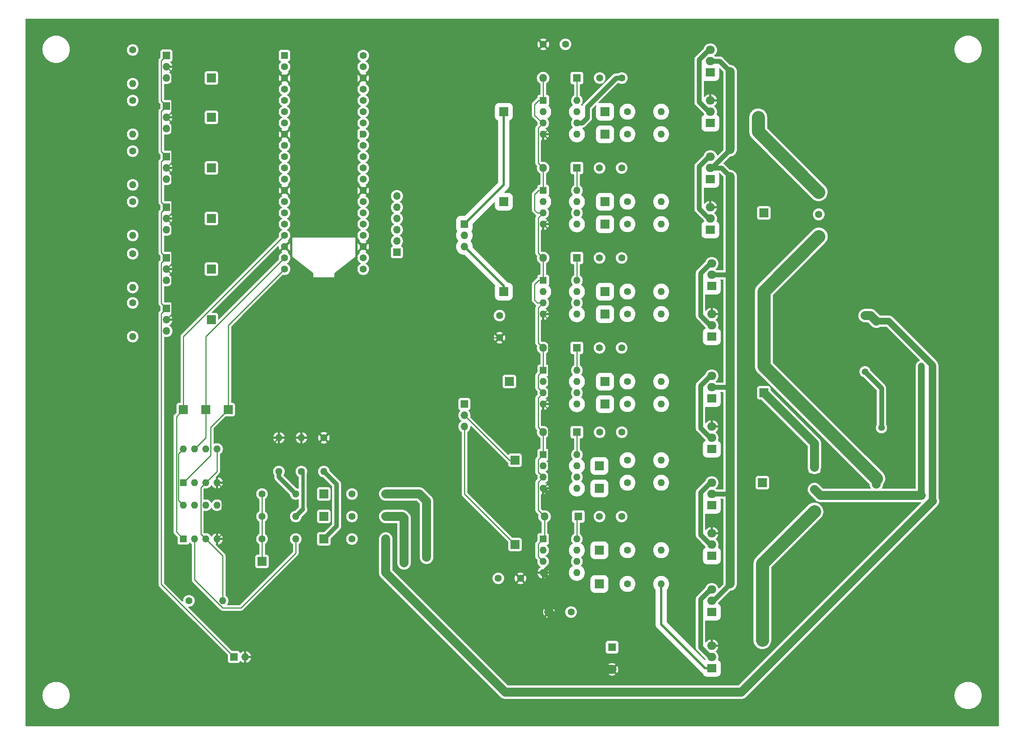
<source format=gbr>
%TF.GenerationSoftware,KiCad,Pcbnew,7.0.5*%
%TF.CreationDate,2024-03-16T22:55:44+00:00*%
%TF.ProjectId,PCB,5043422e-6b69-4636-9164-5f7063625858,rev?*%
%TF.SameCoordinates,Original*%
%TF.FileFunction,Copper,L2,Bot*%
%TF.FilePolarity,Positive*%
%FSLAX46Y46*%
G04 Gerber Fmt 4.6, Leading zero omitted, Abs format (unit mm)*
G04 Created by KiCad (PCBNEW 7.0.5) date 2024-03-16 22:55:44*
%MOMM*%
%LPD*%
G01*
G04 APERTURE LIST*
G04 Aperture macros list*
%AMRoundRect*
0 Rectangle with rounded corners*
0 $1 Rounding radius*
0 $2 $3 $4 $5 $6 $7 $8 $9 X,Y pos of 4 corners*
0 Add a 4 corners polygon primitive as box body*
4,1,4,$2,$3,$4,$5,$6,$7,$8,$9,$2,$3,0*
0 Add four circle primitives for the rounded corners*
1,1,$1+$1,$2,$3*
1,1,$1+$1,$4,$5*
1,1,$1+$1,$6,$7*
1,1,$1+$1,$8,$9*
0 Add four rect primitives between the rounded corners*
20,1,$1+$1,$2,$3,$4,$5,0*
20,1,$1+$1,$4,$5,$6,$7,0*
20,1,$1+$1,$6,$7,$8,$9,0*
20,1,$1+$1,$8,$9,$2,$3,0*%
%AMFreePoly0*
4,1,28,0.605014,0.794986,0.644504,0.794986,0.724698,0.756366,0.780194,0.686777,0.800000,0.600000,0.800000,-0.600000,0.780194,-0.686777,0.724698,-0.756366,0.644504,-0.794986,0.605014,-0.794986,0.600000,-0.800000,0.000000,-0.800000,-0.178017,-0.779942,-0.347107,-0.720775,-0.498792,-0.625465,-0.625465,-0.498792,-0.720775,-0.347107,-0.779942,-0.178017,-0.800000,0.000000,-0.779942,0.178017,
-0.720775,0.347107,-0.625465,0.498792,-0.498792,0.625465,-0.347107,0.720775,-0.178017,0.779942,0.000000,0.800000,0.600000,0.800000,0.605014,0.794986,0.605014,0.794986,$1*%
%AMFreePoly1*
4,1,28,0.178017,0.779942,0.347107,0.720775,0.498792,0.625465,0.625465,0.498792,0.720775,0.347107,0.779942,0.178017,0.800000,0.000000,0.779942,-0.178017,0.720775,-0.347107,0.625465,-0.498792,0.498792,-0.625465,0.347107,-0.720775,0.178017,-0.779942,0.000000,-0.800000,-0.600000,-0.800000,-0.605014,-0.794986,-0.644504,-0.794986,-0.724698,-0.756366,-0.780194,-0.686777,-0.800000,-0.600000,
-0.800000,0.600000,-0.780194,0.686777,-0.724698,0.756366,-0.644504,0.794986,-0.605014,0.794986,-0.600000,0.800000,0.000000,0.800000,0.178017,0.779942,0.178017,0.779942,$1*%
G04 Aperture macros list end*
%TA.AperFunction,ComponentPad*%
%ADD10R,1.800000X1.800000*%
%TD*%
%TA.AperFunction,ComponentPad*%
%ADD11O,1.800000X1.800000*%
%TD*%
%TA.AperFunction,ComponentPad*%
%ADD12R,2.000000X2.000000*%
%TD*%
%TA.AperFunction,ComponentPad*%
%ADD13C,1.600000*%
%TD*%
%TA.AperFunction,ComponentPad*%
%ADD14O,1.600000X1.600000*%
%TD*%
%TA.AperFunction,ComponentPad*%
%ADD15R,2.000000X1.905000*%
%TD*%
%TA.AperFunction,ComponentPad*%
%ADD16O,2.000000X1.905000*%
%TD*%
%TA.AperFunction,ComponentPad*%
%ADD17R,1.600000X1.600000*%
%TD*%
%TA.AperFunction,ComponentPad*%
%ADD18R,1.700000X1.700000*%
%TD*%
%TA.AperFunction,ComponentPad*%
%ADD19O,1.700000X1.700000*%
%TD*%
%TA.AperFunction,ComponentPad*%
%ADD20RoundRect,0.200000X-0.600000X-0.600000X0.600000X-0.600000X0.600000X0.600000X-0.600000X0.600000X0*%
%TD*%
%TA.AperFunction,ComponentPad*%
%ADD21FreePoly0,0.000000*%
%TD*%
%TA.AperFunction,ComponentPad*%
%ADD22FreePoly1,0.000000*%
%TD*%
%TA.AperFunction,ComponentPad*%
%ADD23R,1.650000X1.650000*%
%TD*%
%TA.AperFunction,ComponentPad*%
%ADD24C,1.650000*%
%TD*%
%TA.AperFunction,ComponentPad*%
%ADD25C,1.800000*%
%TD*%
%TA.AperFunction,ViaPad*%
%ADD26C,1.500000*%
%TD*%
%TA.AperFunction,ViaPad*%
%ADD27C,2.000000*%
%TD*%
%TA.AperFunction,Conductor*%
%ADD28C,2.000000*%
%TD*%
%TA.AperFunction,Conductor*%
%ADD29C,1.000000*%
%TD*%
%TA.AperFunction,Conductor*%
%ADD30C,0.750000*%
%TD*%
%TA.AperFunction,Conductor*%
%ADD31C,0.250000*%
%TD*%
%TA.AperFunction,Conductor*%
%ADD32C,3.000000*%
%TD*%
%TA.AperFunction,Conductor*%
%ADD33C,1.500000*%
%TD*%
%TA.AperFunction,Conductor*%
%ADD34C,1.100000*%
%TD*%
%TA.AperFunction,Conductor*%
%ADD35C,1.700000*%
%TD*%
%TA.AperFunction,Conductor*%
%ADD36C,0.500000*%
%TD*%
G04 APERTURE END LIST*
D10*
%TO.P,D5,1,K*%
%TO.N,Net-(D5-K)*%
X234620000Y-103810000D03*
D11*
%TO.P,D5,2,A*%
%TO.N,+3V3*%
X227000000Y-103810000D03*
%TD*%
D12*
%TO.P,TP32,1,1*%
%TO.N,Low 2B1*%
X239700000Y-176200000D03*
%TD*%
D13*
%TO.P,C1,1*%
%TO.N,GND*%
X217170000Y-142160000D03*
%TO.P,C1,2*%
%TO.N,+3V3*%
X217170000Y-137160000D03*
%TD*%
%TO.P,R14,1*%
%TO.N,Net-(U8A-+)*%
X163500000Y-182550000D03*
D14*
%TO.P,R14,2*%
%TO.N,Net-(U9B--)*%
X171120000Y-182550000D03*
%TD*%
D12*
%TO.P,TP5,1,1*%
%TO.N,Low 1A1*%
X240970000Y-96190000D03*
%TD*%
%TO.P,TP10,1,1*%
%TO.N,Load 1C*%
X276855000Y-136830000D03*
%TD*%
D13*
%TO.P,R4,1*%
%TO.N,Low 2B1*%
X246050000Y-174930000D03*
D14*
%TO.P,R4,2*%
%TO.N,Low 2B2*%
X253670000Y-174930000D03*
%TD*%
D13*
%TO.P,C2,1*%
%TO.N,Net-(D1-K)*%
X239740000Y-144450000D03*
%TO.P,C2,2*%
%TO.N,Load 2A*%
X244740000Y-144450000D03*
%TD*%
D15*
%TO.P,Q1,1,G*%
%TO.N,Low 2A2*%
X265100000Y-167310000D03*
D16*
%TO.P,Q1,2,D*%
%TO.N,Load 2A*%
X265100000Y-164770000D03*
%TO.P,Q1,3,S*%
%TO.N,GND*%
X265100000Y-162230000D03*
%TD*%
D12*
%TO.P,TP31,1,1*%
%TO.N,High 2B1*%
X239700000Y-171120000D03*
%TD*%
D15*
%TO.P,Q5,1,G*%
%TO.N,Low 2C2*%
X265100000Y-216840000D03*
D16*
%TO.P,Q5,2,D*%
%TO.N,Load 2C*%
X265100000Y-214300000D03*
%TO.P,Q5,3,S*%
%TO.N,GND*%
X265100000Y-211760000D03*
%TD*%
D13*
%TO.P,R25,1*%
%TO.N,+5V*%
X134290000Y-100000000D03*
D14*
%TO.P,R25,2*%
%TO.N,Net-(J8-Pin_3)*%
X134290000Y-107620000D03*
%TD*%
D10*
%TO.P,D3,1,K*%
%TO.N,Net-(D3-K)*%
X234950000Y-182550000D03*
D11*
%TO.P,D3,2,A*%
%TO.N,+3V3*%
X227330000Y-182550000D03*
%TD*%
D13*
%TO.P,C5,1*%
%TO.N,Net-(D2-K)*%
X239780000Y-163500000D03*
%TO.P,C5,2*%
%TO.N,Load 2B*%
X244780000Y-163500000D03*
%TD*%
D17*
%TO.P,U1,1,VCC*%
%TO.N,+3V3*%
X227010000Y-149540000D03*
D14*
%TO.P,U1,2,IN*%
%TO.N,Gate 2A*%
X227010000Y-152080000D03*
%TO.P,U1,3,~{SD}*%
%TO.N,+3V3*%
X227010000Y-154620000D03*
%TO.P,U1,4,COM*%
%TO.N,GND*%
X227010000Y-157160000D03*
%TO.P,U1,5,LO*%
%TO.N,Low 2A1*%
X234630000Y-157160000D03*
%TO.P,U1,6,VS*%
%TO.N,Load 2A*%
X234630000Y-154620000D03*
%TO.P,U1,7,HO*%
%TO.N,High 2A1*%
X234630000Y-152080000D03*
%TO.P,U1,8,VB*%
%TO.N,Net-(D1-K)*%
X234630000Y-149540000D03*
%TD*%
D12*
%TO.P,TP26,1,1*%
%TO.N,High 2A1*%
X240970000Y-152070000D03*
%TD*%
D15*
%TO.P,Q11,1,G*%
%TO.N,High 1C2*%
X265100000Y-130480000D03*
D16*
%TO.P,Q11,2,D*%
%TO.N,VPP*%
X265100000Y-127940000D03*
%TO.P,Q11,3,S*%
%TO.N,Load 1C*%
X265100000Y-125400000D03*
%TD*%
D12*
%TO.P,TP21,1,1*%
%TO.N,Net-(J9-Pin_3)*%
X152070000Y-83490000D03*
%TD*%
D13*
%TO.P,R5,1*%
%TO.N,High 2C1*%
X246050000Y-190170000D03*
D14*
%TO.P,R5,2*%
%TO.N,High 2C2*%
X253670000Y-190170000D03*
%TD*%
D12*
%TO.P,TP29,1,1*%
%TO.N,Load 2B*%
X276530000Y-174930000D03*
%TD*%
%TO.P,TP20,1,1*%
%TO.N,Net-(U8A--)*%
X177470000Y-187630000D03*
%TD*%
D13*
%TO.P,R7,1*%
%TO.N,High 1A1*%
X246050000Y-91110000D03*
D14*
%TO.P,R7,2*%
%TO.N,High 1A2*%
X253670000Y-91110000D03*
%TD*%
D12*
%TO.P,TP28,1,1*%
%TO.N,Load 2A*%
X276855000Y-154610000D03*
%TD*%
%TO.P,TP19,1,1*%
%TO.N,Net-(U9B--)*%
X177470000Y-182550000D03*
%TD*%
D13*
%TO.P,R16,1*%
%TO.N,Net-(U9A--)*%
X183820000Y-177470000D03*
D14*
%TO.P,R16,2*%
%TO.N,Motor A*%
X191440000Y-177470000D03*
%TD*%
D12*
%TO.P,TP1,1,1*%
%TO.N,Gate 1A*%
X218110000Y-91110000D03*
%TD*%
D15*
%TO.P,Q9,1,G*%
%TO.N,High 1B2*%
X264775000Y-106350000D03*
D16*
%TO.P,Q9,2,D*%
%TO.N,VPP*%
X264775000Y-103810000D03*
%TO.P,Q9,3,S*%
%TO.N,Load 1B*%
X264775000Y-101270000D03*
%TD*%
D17*
%TO.P,U6,1,VCC*%
%TO.N,+3V3*%
X227010000Y-108900000D03*
D14*
%TO.P,U6,2,IN*%
%TO.N,Gate 1B*%
X227010000Y-111440000D03*
%TO.P,U6,3,~{SD}*%
%TO.N,+3V3*%
X227010000Y-113980000D03*
%TO.P,U6,4,COM*%
%TO.N,GND*%
X227010000Y-116520000D03*
%TO.P,U6,5,LO*%
%TO.N,Low 1B1*%
X234630000Y-116520000D03*
%TO.P,U6,6,VS*%
%TO.N,Load 1B*%
X234630000Y-113980000D03*
%TO.P,U6,7,HO*%
%TO.N,High 1B1*%
X234630000Y-111440000D03*
%TO.P,U6,8,VB*%
%TO.N,Net-(D5-K)*%
X234630000Y-108900000D03*
%TD*%
D13*
%TO.P,R13,1*%
%TO.N,Net-(U8A-+)*%
X163500000Y-177470000D03*
D14*
%TO.P,R13,2*%
%TO.N,Net-(U9A--)*%
X171120000Y-177470000D03*
%TD*%
D13*
%TO.P,C8,1*%
%TO.N,Net-(D3-K)*%
X239740000Y-182550000D03*
%TO.P,C8,2*%
%TO.N,Load 2C*%
X244740000Y-182550000D03*
%TD*%
%TO.P,R6,1*%
%TO.N,Low 2C1*%
X246050000Y-197790000D03*
D14*
%TO.P,R6,2*%
%TO.N,Low 2C2*%
X253670000Y-197790000D03*
%TD*%
D12*
%TO.P,TP17,1,1*%
%TO.N,Net-(U4-GPIO15)*%
X155880000Y-158420000D03*
%TD*%
%TO.P,TP36,1,1*%
%TO.N,Net-(J12-Pin_3)*%
X152070000Y-138100000D03*
%TD*%
D17*
%TO.P,U7,1,VCC*%
%TO.N,+3V3*%
X227010000Y-129220000D03*
D14*
%TO.P,U7,2,IN*%
%TO.N,Gate 1C*%
X227010000Y-131760000D03*
%TO.P,U7,3,~{SD}*%
%TO.N,+3V3*%
X227010000Y-134300000D03*
%TO.P,U7,4,COM*%
%TO.N,GND*%
X227010000Y-136840000D03*
%TO.P,U7,5,LO*%
%TO.N,Low 1C1*%
X234630000Y-136840000D03*
%TO.P,U7,6,VS*%
%TO.N,Load 1C*%
X234630000Y-134300000D03*
%TO.P,U7,7,HO*%
%TO.N,High 1C1*%
X234630000Y-131760000D03*
%TO.P,U7,8,VB*%
%TO.N,Net-(D6-K)*%
X234630000Y-129220000D03*
%TD*%
D17*
%TO.P,U5,1,VCC*%
%TO.N,+3V3*%
X227010000Y-88580000D03*
D14*
%TO.P,U5,2,IN*%
%TO.N,Gate 1A*%
X227010000Y-91120000D03*
%TO.P,U5,3,~{SD}*%
%TO.N,+3V3*%
X227010000Y-93660000D03*
%TO.P,U5,4,COM*%
%TO.N,GND*%
X227010000Y-96200000D03*
%TO.P,U5,5,LO*%
%TO.N,Low 1A1*%
X234630000Y-96200000D03*
%TO.P,U5,6,VS*%
%TO.N,Load 1A*%
X234630000Y-93660000D03*
%TO.P,U5,7,HO*%
%TO.N,High 1A1*%
X234630000Y-91120000D03*
%TO.P,U5,8,VB*%
%TO.N,Net-(D4-K)*%
X234630000Y-88580000D03*
%TD*%
D17*
%TO.P,U9,1*%
%TO.N,Net-(U4-GPIO15)*%
X145730000Y-174920000D03*
D14*
%TO.P,U9,2,-*%
%TO.N,Net-(U9A--)*%
X148270000Y-174920000D03*
%TO.P,U9,3,+*%
%TO.N,Net-(U8A-+)*%
X150810000Y-174920000D03*
%TO.P,U9,4,V-*%
%TO.N,GND*%
X153350000Y-174920000D03*
%TO.P,U9,5,+*%
%TO.N,Net-(U8A-+)*%
X153350000Y-167300000D03*
%TO.P,U9,6,-*%
%TO.N,Net-(U9B--)*%
X150810000Y-167300000D03*
%TO.P,U9,7*%
%TO.N,Net-(U4-GPIO14)*%
X148270000Y-167300000D03*
%TO.P,U9,8,V+*%
%TO.N,+3V3*%
X145730000Y-167300000D03*
%TD*%
D18*
%TO.P,J4,1,Pin_1*%
%TO.N,Gate 1A*%
X209220000Y-116510000D03*
D19*
%TO.P,J4,2,Pin_2*%
%TO.N,Gate 1B*%
X209220000Y-119050000D03*
%TO.P,J4,3,Pin_3*%
%TO.N,Gate 1C*%
X209220000Y-121590000D03*
%TD*%
D13*
%TO.P,C7,1*%
%TO.N,GND*%
X221880000Y-196520000D03*
%TO.P,C7,2*%
%TO.N,+3V3*%
X216880000Y-196520000D03*
%TD*%
D12*
%TO.P,TP6,1,1*%
%TO.N,High 1B1*%
X240970000Y-111430000D03*
%TD*%
%TO.P,TP4,1,1*%
%TO.N,High 1A1*%
X240970000Y-91110000D03*
%TD*%
D17*
%TO.P,U8,1*%
%TO.N,Net-(U4-GPIO13)*%
X145730000Y-187620000D03*
D14*
%TO.P,U8,2,-*%
%TO.N,Net-(U8A--)*%
X148270000Y-187620000D03*
%TO.P,U8,3,+*%
%TO.N,Net-(U8A-+)*%
X150810000Y-187620000D03*
%TO.P,U8,4,V-*%
%TO.N,GND*%
X153350000Y-187620000D03*
%TO.P,U8,5,+*%
%TO.N,unconnected-(U8B-+-Pad5)*%
X153350000Y-180000000D03*
%TO.P,U8,6,-*%
%TO.N,unconnected-(U8B---Pad6)*%
X150810000Y-180000000D03*
%TO.P,U8,7*%
%TO.N,unconnected-(U8-Pad7)*%
X148270000Y-180000000D03*
%TO.P,U8,8,V+*%
%TO.N,+3V3*%
X145730000Y-180000000D03*
%TD*%
D12*
%TO.P,TP14,1,1*%
%TO.N,Net-(U4-GPIO14)*%
X150800000Y-158420000D03*
%TD*%
D13*
%TO.P,R26,1*%
%TO.N,+5V*%
X134290000Y-111430000D03*
D14*
%TO.P,R26,2*%
%TO.N,Net-(J10-Pin_3)*%
X134290000Y-119050000D03*
%TD*%
D12*
%TO.P,TP2,1,1*%
%TO.N,Gate 1B*%
X218110000Y-111430000D03*
%TD*%
D13*
%TO.P,R11,1*%
%TO.N,High 1C1*%
X246050000Y-131750000D03*
D14*
%TO.P,R11,2*%
%TO.N,High 1C2*%
X253670000Y-131750000D03*
%TD*%
D18*
%TO.P,J7,1,Pin_1*%
%TO.N,+5V*%
X141910000Y-89855000D03*
D19*
%TO.P,J7,2,Pin_2*%
%TO.N,GND*%
X141910000Y-92395000D03*
%TO.P,J7,3,Pin_3*%
%TO.N,Net-(J7-Pin_3)*%
X141910000Y-94935000D03*
%TD*%
D15*
%TO.P,Q4,1,G*%
%TO.N,High 2C2*%
X265100000Y-204140000D03*
D16*
%TO.P,Q4,2,D*%
%TO.N,VPP*%
X265100000Y-201600000D03*
%TO.P,Q4,3,S*%
%TO.N,Load 2C*%
X265100000Y-199060000D03*
%TD*%
D13*
%TO.P,R22,1*%
%TO.N,+5V*%
X134290000Y-77140000D03*
D14*
%TO.P,R22,2*%
%TO.N,Net-(J9-Pin_3)*%
X134290000Y-84760000D03*
%TD*%
D18*
%TO.P,J9,1,Pin_1*%
%TO.N,+5V*%
X141910000Y-78425000D03*
D19*
%TO.P,J9,2,Pin_2*%
%TO.N,GND*%
X141910000Y-80965000D03*
%TO.P,J9,3,Pin_3*%
%TO.N,Net-(J9-Pin_3)*%
X141910000Y-83505000D03*
%TD*%
D12*
%TO.P,TP16,1,1*%
%TO.N,Net-(J10-Pin_3)*%
X152070000Y-115240000D03*
%TD*%
D13*
%TO.P,R21,1*%
%TO.N,GND*%
X177470000Y-164770000D03*
D14*
%TO.P,R21,2*%
%TO.N,Net-(U8A--)*%
X177470000Y-172390000D03*
%TD*%
D13*
%TO.P,C3,1*%
%TO.N,Net-(D4-K)*%
X239780000Y-83490000D03*
%TO.P,C3,2*%
%TO.N,Load 1A*%
X244780000Y-83490000D03*
%TD*%
D12*
%TO.P,TP13,1,1*%
%TO.N,Net-(U8A-+)*%
X163500000Y-192710000D03*
%TD*%
D10*
%TO.P,D4,1,K*%
%TO.N,Net-(D4-K)*%
X234620000Y-83490000D03*
D11*
%TO.P,D4,2,A*%
%TO.N,+3V3*%
X227000000Y-83490000D03*
%TD*%
D13*
%TO.P,R28,1*%
%TO.N,+5V*%
X134290000Y-134290000D03*
D14*
%TO.P,R28,2*%
%TO.N,Net-(J12-Pin_3)*%
X134290000Y-141910000D03*
%TD*%
D13*
%TO.P,C9,1*%
%TO.N,VPP*%
X233310000Y-204140000D03*
%TO.P,C9,2*%
%TO.N,GND*%
X228310000Y-204140000D03*
%TD*%
D18*
%TO.P,J8,1,Pin_1*%
%TO.N,+5V*%
X141910000Y-101270000D03*
D19*
%TO.P,J8,2,Pin_2*%
%TO.N,GND*%
X141910000Y-103810000D03*
%TO.P,J8,3,Pin_3*%
%TO.N,Net-(J8-Pin_3)*%
X141910000Y-106350000D03*
%TD*%
D12*
%TO.P,TP18,1,1*%
%TO.N,Net-(U9A--)*%
X177470000Y-177470000D03*
%TD*%
D13*
%TO.P,R18,1*%
%TO.N,Net-(U8A--)*%
X183820000Y-187630000D03*
D14*
%TO.P,R18,2*%
%TO.N,Motor C*%
X191440000Y-187630000D03*
%TD*%
D13*
%TO.P,R8,1*%
%TO.N,Low 1A1*%
X246050000Y-96190000D03*
D14*
%TO.P,R8,2*%
%TO.N,Low 1A2*%
X253670000Y-96190000D03*
%TD*%
D17*
%TO.P,U3,1,VCC*%
%TO.N,+3V3*%
X227000000Y-187640000D03*
D14*
%TO.P,U3,2,IN*%
%TO.N,Gate 2C*%
X227000000Y-190180000D03*
%TO.P,U3,3,~{SD}*%
%TO.N,+3V3*%
X227000000Y-192720000D03*
%TO.P,U3,4,COM*%
%TO.N,GND*%
X227000000Y-195260000D03*
%TO.P,U3,5,LO*%
%TO.N,Low 2C1*%
X234620000Y-195260000D03*
%TO.P,U3,6,VS*%
%TO.N,Load 2C*%
X234620000Y-192720000D03*
%TO.P,U3,7,HO*%
%TO.N,High 2C1*%
X234620000Y-190180000D03*
%TO.P,U3,8,VB*%
%TO.N,Net-(D3-K)*%
X234620000Y-187640000D03*
%TD*%
D12*
%TO.P,TP27,1,1*%
%TO.N,Low 2A1*%
X240970000Y-157150000D03*
%TD*%
D20*
%TO.P,U4,1,GPIO0*%
%TO.N,unconnected-(U4-GPIO0-Pad1)*%
X168580000Y-78410000D03*
D13*
%TO.P,U4,2,GPIO1*%
%TO.N,unconnected-(U4-GPIO1-Pad2)*%
X168580000Y-80950000D03*
D21*
%TO.P,U4,3,GND*%
%TO.N,GND*%
X168580000Y-83490000D03*
D13*
%TO.P,U4,4,GPIO2*%
%TO.N,Net-(J9-Pin_3)*%
X168580000Y-86030000D03*
%TO.P,U4,5,GPIO3*%
%TO.N,Net-(J7-Pin_3)*%
X168580000Y-88570000D03*
%TO.P,U4,6,GPIO4*%
%TO.N,Net-(J8-Pin_3)*%
X168580000Y-91110000D03*
%TO.P,U4,7,GPIO5*%
%TO.N,Net-(J10-Pin_3)*%
X168580000Y-93650000D03*
D21*
%TO.P,U4,8,GND*%
%TO.N,GND*%
X168580000Y-96190000D03*
D13*
%TO.P,U4,9,GPIO6*%
%TO.N,Net-(J11-Pin_3)*%
X168580000Y-98730000D03*
%TO.P,U4,10,GPIO7*%
%TO.N,Net-(J12-Pin_3)*%
X168580000Y-101270000D03*
%TO.P,U4,11,GPIO8*%
%TO.N,unconnected-(U4-GPIO8-Pad11)*%
X168580000Y-103810000D03*
%TO.P,U4,12,GPIO9*%
%TO.N,unconnected-(U4-GPIO9-Pad12)*%
X168580000Y-106350000D03*
D21*
%TO.P,U4,13,GND*%
%TO.N,GND*%
X168580000Y-108890000D03*
D13*
%TO.P,U4,14,GPIO10*%
%TO.N,unconnected-(U4-GPIO10-Pad14)*%
X168580000Y-111430000D03*
%TO.P,U4,15,GPIO11*%
%TO.N,unconnected-(U4-GPIO11-Pad15)*%
X168580000Y-113970000D03*
%TO.P,U4,16,GPIO12*%
%TO.N,unconnected-(U4-GPIO12-Pad16)*%
X168580000Y-116510000D03*
%TO.P,U4,17,GPIO13*%
%TO.N,Net-(U4-GPIO13)*%
X168580000Y-119050000D03*
D21*
%TO.P,U4,18,GND*%
%TO.N,GND*%
X168580000Y-121590000D03*
D13*
%TO.P,U4,19,GPIO14*%
%TO.N,Net-(U4-GPIO14)*%
X168580000Y-124130000D03*
%TO.P,U4,20,GPIO15*%
%TO.N,Net-(U4-GPIO15)*%
X168580000Y-126670000D03*
%TO.P,U4,21,GPIO16*%
%TO.N,Net-(J1-Pin_1)*%
X186360000Y-126670000D03*
%TO.P,U4,22,GPIO17*%
%TO.N,Net-(J1-Pin_2)*%
X186360000Y-124130000D03*
D22*
%TO.P,U4,23,GND*%
%TO.N,GND*%
X186360000Y-121590000D03*
D13*
%TO.P,U4,24,GPIO18*%
%TO.N,Net-(J1-Pin_3)*%
X186360000Y-119050000D03*
%TO.P,U4,25,GPIO19*%
%TO.N,Net-(J1-Pin_4)*%
X186360000Y-116510000D03*
%TO.P,U4,26,GPIO20*%
%TO.N,Net-(J1-Pin_5)*%
X186360000Y-113970000D03*
%TO.P,U4,27,GPIO21*%
%TO.N,Net-(J1-Pin_6)*%
X186360000Y-111430000D03*
D22*
%TO.P,U4,28,GND*%
%TO.N,GND*%
X186360000Y-108890000D03*
D13*
%TO.P,U4,29,GPIO22*%
%TO.N,unconnected-(U4-GPIO22-Pad29)*%
X186360000Y-106350000D03*
%TO.P,U4,30,RUN*%
%TO.N,unconnected-(U4-RUN-Pad30)*%
X186360000Y-103810000D03*
%TO.P,U4,31,GPIO26_ADC0*%
%TO.N,unconnected-(U4-GPIO26_ADC0-Pad31)*%
X186360000Y-101270000D03*
%TO.P,U4,32,GPIO27_ADC1*%
%TO.N,unconnected-(U4-GPIO27_ADC1-Pad32)*%
X186360000Y-98730000D03*
D22*
%TO.P,U4,33,AGND*%
%TO.N,unconnected-(U4-AGND-Pad33)*%
X186360000Y-96190000D03*
D13*
%TO.P,U4,34,GPIO28_ADC2*%
%TO.N,unconnected-(U4-GPIO28_ADC2-Pad34)*%
X186360000Y-93650000D03*
%TO.P,U4,35,ADC_VREF*%
%TO.N,unconnected-(U4-ADC_VREF-Pad35)*%
X186360000Y-91110000D03*
%TO.P,U4,36,3V3*%
%TO.N,+3V3*%
X186360000Y-88570000D03*
%TO.P,U4,37,3V3_EN*%
%TO.N,unconnected-(U4-3V3_EN-Pad37)*%
X186360000Y-86030000D03*
D22*
%TO.P,U4,38,GND*%
%TO.N,GND*%
X186360000Y-83490000D03*
D13*
%TO.P,U4,39,VSYS*%
%TO.N,unconnected-(U4-VSYS-Pad39)*%
X186360000Y-80950000D03*
%TO.P,U4,40,VBUS*%
%TO.N,unconnected-(U4-VBUS-Pad40)*%
X186360000Y-78410000D03*
%TD*%
D12*
%TO.P,TP11,1,1*%
%TO.N,High 1C1*%
X240970000Y-131750000D03*
%TD*%
D18*
%TO.P,J11,1,Pin_1*%
%TO.N,+5V*%
X141910000Y-124130000D03*
D19*
%TO.P,J11,2,Pin_2*%
%TO.N,GND*%
X141910000Y-126670000D03*
%TO.P,J11,3,Pin_3*%
%TO.N,Net-(J11-Pin_3)*%
X141910000Y-129210000D03*
%TD*%
D12*
%TO.P,TP33,1,1*%
%TO.N,High 2C1*%
X239700000Y-190170000D03*
%TD*%
%TO.P,TP30,1,1*%
%TO.N,Load 2C*%
X276530000Y-210490000D03*
%TD*%
D13*
%TO.P,R1,1*%
%TO.N,High 2A1*%
X246050000Y-152070000D03*
D14*
%TO.P,R1,2*%
%TO.N,High 2A2*%
X253670000Y-152070000D03*
%TD*%
D12*
%TO.P,TP8,1,1*%
%TO.N,Load 1A*%
X275585000Y-92380000D03*
%TD*%
D18*
%TO.P,J3,1,Pin_1*%
%TO.N,Gate 2A*%
X209220000Y-157150000D03*
D19*
%TO.P,J3,2,Pin_2*%
%TO.N,Gate 2B*%
X209220000Y-159690000D03*
%TO.P,J3,3,Pin_3*%
%TO.N,Gate 2C*%
X209220000Y-162230000D03*
%TD*%
D10*
%TO.P,D1,1,K*%
%TO.N,Net-(D1-K)*%
X234620000Y-144450000D03*
D11*
%TO.P,D1,2,A*%
%TO.N,+3V3*%
X227000000Y-144450000D03*
%TD*%
D18*
%TO.P,J1,1,Pin_1*%
%TO.N,Net-(J1-Pin_1)*%
X193980000Y-122860000D03*
D19*
%TO.P,J1,2,Pin_2*%
%TO.N,Net-(J1-Pin_2)*%
X193980000Y-120320000D03*
%TO.P,J1,3,Pin_3*%
%TO.N,Net-(J1-Pin_3)*%
X193980000Y-117780000D03*
%TO.P,J1,4,Pin_4*%
%TO.N,Net-(J1-Pin_4)*%
X193980000Y-115240000D03*
%TO.P,J1,5,Pin_5*%
%TO.N,Net-(J1-Pin_5)*%
X193980000Y-112700000D03*
%TO.P,J1,6,Pin_6*%
%TO.N,Net-(J1-Pin_6)*%
X193980000Y-110160000D03*
%TD*%
D15*
%TO.P,Q8,1,G*%
%TO.N,Low 1A2*%
X264775000Y-93650000D03*
D16*
%TO.P,Q8,2,D*%
%TO.N,Load 1A*%
X264775000Y-91110000D03*
%TO.P,Q8,3,S*%
%TO.N,GND*%
X264775000Y-88570000D03*
%TD*%
D10*
%TO.P,D2,1,K*%
%TO.N,Net-(D2-K)*%
X234620000Y-163500000D03*
D11*
%TO.P,D2,2,A*%
%TO.N,+3V3*%
X227000000Y-163500000D03*
%TD*%
D13*
%TO.P,R12,1*%
%TO.N,Low 1C1*%
X246050000Y-136830000D03*
D14*
%TO.P,R12,2*%
%TO.N,Low 1C2*%
X253670000Y-136830000D03*
%TD*%
D12*
%TO.P,TP15,1,1*%
%TO.N,Net-(U4-GPIO13)*%
X145720000Y-158420000D03*
%TD*%
D13*
%TO.P,R3,1*%
%TO.N,High 2B1*%
X246050000Y-169850000D03*
D14*
%TO.P,R3,2*%
%TO.N,High 2B2*%
X253670000Y-169850000D03*
%TD*%
D12*
%TO.P,TP25,1,1*%
%TO.N,Gate 2C*%
X220650000Y-188900000D03*
%TD*%
%TO.P,TP22,1,1*%
%TO.N,Net-(J7-Pin_3)*%
X152070000Y-92380000D03*
%TD*%
%TO.P,TP35,1,1*%
%TO.N,Net-(J8-Pin_3)*%
X152070000Y-103810000D03*
%TD*%
%TO.P,TP12,1,1*%
%TO.N,Low 1C1*%
X240970000Y-136830000D03*
%TD*%
%TO.P,TP24,1,1*%
%TO.N,Gate 2B*%
X220650000Y-169850000D03*
%TD*%
D15*
%TO.P,Q7,1,G*%
%TO.N,High 2A2*%
X265100000Y-155880000D03*
D16*
%TO.P,Q7,2,D*%
%TO.N,VPP*%
X265100000Y-153340000D03*
%TO.P,Q7,3,S*%
%TO.N,Load 2A*%
X265100000Y-150800000D03*
%TD*%
D13*
%TO.P,R2,1*%
%TO.N,Low 2A1*%
X246050000Y-157150000D03*
D14*
%TO.P,R2,2*%
%TO.N,Low 2A2*%
X253670000Y-157150000D03*
%TD*%
D18*
%TO.P,J10,1,Pin_1*%
%TO.N,+5V*%
X141910000Y-112700000D03*
D19*
%TO.P,J10,2,Pin_2*%
%TO.N,GND*%
X141910000Y-115240000D03*
%TO.P,J10,3,Pin_3*%
%TO.N,Net-(J10-Pin_3)*%
X141910000Y-117780000D03*
%TD*%
D13*
%TO.P,C10,1*%
%TO.N,VPP*%
X232040000Y-75870000D03*
%TO.P,C10,2*%
%TO.N,GND*%
X227040000Y-75870000D03*
%TD*%
D15*
%TO.P,Q10,1,G*%
%TO.N,Low 1B2*%
X264775000Y-117780000D03*
D16*
%TO.P,Q10,2,D*%
%TO.N,Load 1B*%
X264775000Y-115240000D03*
%TO.P,Q10,3,S*%
%TO.N,GND*%
X264775000Y-112700000D03*
%TD*%
D12*
%TO.P,TP34,1,1*%
%TO.N,Low 2C1*%
X239700000Y-197790000D03*
%TD*%
D13*
%TO.P,R19,1*%
%TO.N,Net-(U9A--)*%
X167310000Y-172390000D03*
D14*
%TO.P,R19,2*%
%TO.N,GND*%
X167310000Y-164770000D03*
%TD*%
D12*
%TO.P,TP3,1,1*%
%TO.N,Gate 1C*%
X218110000Y-131750000D03*
%TD*%
D13*
%TO.P,R27,1*%
%TO.N,+5V*%
X134290000Y-123190000D03*
D14*
%TO.P,R27,2*%
%TO.N,Net-(J11-Pin_3)*%
X134290000Y-130810000D03*
%TD*%
D13*
%TO.P,R17,1*%
%TO.N,Net-(U9B--)*%
X183820000Y-182550000D03*
D14*
%TO.P,R17,2*%
%TO.N,Motor B*%
X191440000Y-182550000D03*
%TD*%
D12*
%TO.P,TP7,1,1*%
%TO.N,Low 1B1*%
X240970000Y-116510000D03*
%TD*%
%TO.P,TP9,1,1*%
%TO.N,Load 1B*%
X276855000Y-113970000D03*
%TD*%
D18*
%TO.P,J13,1,Pin_1*%
%TO.N,+5V*%
X157150000Y-214300000D03*
D19*
%TO.P,J13,2,Pin_2*%
%TO.N,GND*%
X159690000Y-214300000D03*
%TD*%
D23*
%TO.P,J2,1,Pin_1*%
%TO.N,Load 1A*%
X289260000Y-109300000D03*
D24*
%TO.P,J2,2,Pin_2*%
%TO.N,Load 1B*%
X289260000Y-114300000D03*
%TO.P,J2,3,Pin_3*%
%TO.N,Load 1C*%
X289260000Y-119300000D03*
%TD*%
D23*
%TO.P,J5,1,Pin_1*%
%TO.N,Load 2A*%
X288290000Y-171450000D03*
D24*
%TO.P,J5,2,Pin_2*%
%TO.N,Load 2B*%
X288290000Y-176450000D03*
%TO.P,J5,3,Pin_3*%
%TO.N,Load 2C*%
X288290000Y-181450000D03*
%TD*%
D15*
%TO.P,Q3,1,G*%
%TO.N,High 2B2*%
X265100000Y-180010000D03*
D16*
%TO.P,Q3,2,D*%
%TO.N,VPP*%
X265100000Y-177470000D03*
%TO.P,Q3,3,S*%
%TO.N,Load 2B*%
X265100000Y-174930000D03*
%TD*%
D18*
%TO.P,J12,1,Pin_1*%
%TO.N,+5V*%
X141910000Y-135575000D03*
D19*
%TO.P,J12,2,Pin_2*%
%TO.N,GND*%
X141910000Y-138115000D03*
%TO.P,J12,3,Pin_3*%
%TO.N,Net-(J12-Pin_3)*%
X141910000Y-140655000D03*
%TD*%
D13*
%TO.P,R10,1*%
%TO.N,Low 1B1*%
X246050000Y-116510000D03*
D14*
%TO.P,R10,2*%
%TO.N,Low 1B2*%
X253670000Y-116510000D03*
%TD*%
D13*
%TO.P,R24,1*%
%TO.N,Net-(JP6-C)*%
X146990000Y-201600000D03*
D14*
%TO.P,R24,2*%
%TO.N,Net-(U8A-+)*%
X154610000Y-201600000D03*
%TD*%
D13*
%TO.P,R9,1*%
%TO.N,High 1B1*%
X246050000Y-111430000D03*
D14*
%TO.P,R9,2*%
%TO.N,High 1B2*%
X253670000Y-111430000D03*
%TD*%
D15*
%TO.P,Q12,1,G*%
%TO.N,Low 1C2*%
X265100000Y-141910000D03*
D16*
%TO.P,Q12,2,D*%
%TO.N,Load 1C*%
X265100000Y-139370000D03*
%TO.P,Q12,3,S*%
%TO.N,GND*%
X265100000Y-136830000D03*
%TD*%
D13*
%TO.P,R15,1*%
%TO.N,Net-(U8A-+)*%
X163500000Y-187630000D03*
D14*
%TO.P,R15,2*%
%TO.N,Net-(U8A--)*%
X171120000Y-187630000D03*
%TD*%
D15*
%TO.P,Q2,1,G*%
%TO.N,Low 2B2*%
X265100000Y-191440000D03*
D16*
%TO.P,Q2,2,D*%
%TO.N,Load 2B*%
X265100000Y-188900000D03*
%TO.P,Q2,3,S*%
%TO.N,GND*%
X265100000Y-186360000D03*
%TD*%
D15*
%TO.P,Q6,1,G*%
%TO.N,High 1A2*%
X264775000Y-82220000D03*
D16*
%TO.P,Q6,2,D*%
%TO.N,VPP*%
X264775000Y-79680000D03*
%TO.P,Q6,3,S*%
%TO.N,Load 1A*%
X264775000Y-77140000D03*
%TD*%
D10*
%TO.P,D6,1,K*%
%TO.N,Net-(D6-K)*%
X234620000Y-124130000D03*
D11*
%TO.P,D6,2,A*%
%TO.N,+3V3*%
X227000000Y-124130000D03*
%TD*%
D13*
%TO.P,C4,1*%
%TO.N,Net-(D5-K)*%
X239740000Y-103810000D03*
%TO.P,C4,2*%
%TO.N,Load 1B*%
X244740000Y-103810000D03*
%TD*%
%TO.P,R20,1*%
%TO.N,Net-(U9B--)*%
X172390000Y-172390000D03*
D14*
%TO.P,R20,2*%
%TO.N,GND*%
X172390000Y-164770000D03*
%TD*%
D12*
%TO.P,TP23,1,1*%
%TO.N,Gate 2A*%
X219380000Y-152070000D03*
%TD*%
D10*
%TO.P,J6,1,Pin_1*%
%TO.N,VPP*%
X242570000Y-212090000D03*
D25*
%TO.P,J6,2,Pin_2*%
%TO.N,GND*%
X242570000Y-217090000D03*
%TD*%
D12*
%TO.P,TP37,1,1*%
%TO.N,Net-(J11-Pin_3)*%
X152070000Y-126670000D03*
%TD*%
D13*
%TO.P,C6,1*%
%TO.N,Net-(D6-K)*%
X239740000Y-124130000D03*
%TO.P,C6,2*%
%TO.N,Load 1C*%
X244740000Y-124130000D03*
%TD*%
%TO.P,R23,1*%
%TO.N,+5V*%
X134290000Y-88570000D03*
D14*
%TO.P,R23,2*%
%TO.N,Net-(J7-Pin_3)*%
X134290000Y-96190000D03*
%TD*%
D17*
%TO.P,U2,1,VCC*%
%TO.N,+3V3*%
X227010000Y-168590000D03*
D14*
%TO.P,U2,2,IN*%
%TO.N,Gate 2B*%
X227010000Y-171130000D03*
%TO.P,U2,3,~{SD}*%
%TO.N,+3V3*%
X227010000Y-173670000D03*
%TO.P,U2,4,COM*%
%TO.N,GND*%
X227010000Y-176210000D03*
%TO.P,U2,5,LO*%
%TO.N,Low 2B1*%
X234630000Y-176210000D03*
%TO.P,U2,6,VS*%
%TO.N,Load 2B*%
X234630000Y-173670000D03*
%TO.P,U2,7,HO*%
%TO.N,High 2B1*%
X234630000Y-171130000D03*
%TO.P,U2,8,VB*%
%TO.N,Net-(D2-K)*%
X234630000Y-168590000D03*
%TD*%
D26*
%TO.N,Load 2B*%
X312420000Y-148590000D03*
D27*
%TO.N,Load 1C*%
X302260000Y-175260000D03*
%TO.N,Motor A*%
X200660000Y-191770000D03*
D26*
%TO.N,Motor B*%
X299720000Y-149860000D03*
D27*
X195580000Y-193040000D03*
D26*
X303424179Y-162512753D03*
D27*
%TO.N,Motor C*%
X299720000Y-137160000D03*
%TD*%
D28*
%TO.N,Load 2B*%
X312420000Y-177800000D02*
X289640000Y-177800000D01*
X289640000Y-177800000D02*
X288290000Y-176450000D01*
D29*
%TO.N,Net-(U9B--)*%
X172720000Y-180950000D02*
X171120000Y-182550000D01*
D30*
X172720000Y-172720000D02*
X172720000Y-180950000D01*
D31*
X172390000Y-172390000D02*
X172720000Y-172720000D01*
D29*
%TO.N,Net-(U8A--)*%
X180340000Y-184760000D02*
X177470000Y-187630000D01*
X180340000Y-175260000D02*
X180340000Y-184760000D01*
X177470000Y-172390000D02*
X180340000Y-175260000D01*
D32*
%TO.N,Load 1C*%
X276855000Y-148585000D02*
X298450000Y-170180000D01*
X276855000Y-136830000D02*
X276855000Y-148585000D01*
X298450000Y-170180000D02*
X302260000Y-173990000D01*
D33*
%TO.N,Motor C*%
X314960000Y-148301572D02*
X314960000Y-148584415D01*
D28*
X299720000Y-137160000D02*
X300990000Y-137160000D01*
D33*
X302260000Y-138430000D02*
X305088428Y-138430000D01*
X305088428Y-138430000D02*
X314960000Y-148301572D01*
D28*
X300990000Y-137160000D02*
X302260000Y-138430000D01*
D34*
%TO.N,VPP*%
X268910000Y-177470000D02*
X269240000Y-177800000D01*
D28*
X269240000Y-177800000D02*
X269240000Y-197799463D01*
D34*
X265100000Y-177470000D02*
X268910000Y-177470000D01*
D28*
X269240000Y-173669463D02*
X269240000Y-177800000D01*
X269240000Y-153670000D02*
X269240000Y-173669463D01*
D34*
X265439463Y-201600000D02*
X265100000Y-201600000D01*
X269240000Y-197799463D02*
X265439463Y-201600000D01*
X268910000Y-153340000D02*
X269240000Y-153670000D01*
X265100000Y-153340000D02*
X268910000Y-153340000D01*
D28*
X269240000Y-128270000D02*
X269240000Y-153670000D01*
D34*
X268910000Y-127940000D02*
X265100000Y-127940000D01*
X269240000Y-128270000D02*
X268910000Y-127940000D01*
D28*
X269240000Y-128270000D02*
X269240000Y-105762500D01*
D34*
X267287500Y-103810000D02*
X264775000Y-103810000D01*
X269240000Y-105762500D02*
X267287500Y-103810000D01*
X269240000Y-82045000D02*
X266875000Y-79680000D01*
D28*
X269240000Y-99684463D02*
X269240000Y-82045000D01*
D34*
X266875000Y-79680000D02*
X264775000Y-79680000D01*
X265114463Y-103810000D02*
X269240000Y-99684463D01*
X264775000Y-103810000D02*
X265114463Y-103810000D01*
D28*
%TO.N,Motor A*%
X200660000Y-179070000D02*
X200660000Y-191770000D01*
X199060000Y-177470000D02*
X200660000Y-179070000D01*
%TO.N,Motor C*%
X314960000Y-179070000D02*
X271780000Y-222250000D01*
X271780000Y-222250000D02*
X218440000Y-222250000D01*
D35*
X314960000Y-148584415D02*
X314960000Y-179070000D01*
D28*
X218440000Y-222250000D02*
X215532500Y-219342500D01*
X215532500Y-219342500D02*
X191440000Y-195250000D01*
X191440000Y-195250000D02*
X191440000Y-187630000D01*
%TO.N,Load 2A*%
X288290000Y-166045000D02*
X276855000Y-154610000D01*
X288290000Y-171450000D02*
X288290000Y-166045000D01*
D31*
%TO.N,GND*%
X228935000Y-98125000D02*
X227010000Y-96200000D01*
X206930000Y-142160000D02*
X217170000Y-142160000D01*
D33*
X228310000Y-204140000D02*
X228310000Y-196570000D01*
D31*
X143085000Y-102635000D02*
X141910000Y-103810000D01*
X141910000Y-126670000D02*
X143085000Y-125495000D01*
X228935000Y-118445000D02*
X228935000Y-134915000D01*
X154475000Y-176045000D02*
X153350000Y-174920000D01*
D29*
X228310000Y-196570000D02*
X227000000Y-195260000D01*
D31*
X153350000Y-187620000D02*
X154475000Y-186495000D01*
X228935000Y-134915000D02*
X227010000Y-136840000D01*
X186360000Y-121590000D02*
X206930000Y-142160000D01*
X141910000Y-92395000D02*
X143085000Y-91220000D01*
X143085000Y-125495000D02*
X143085000Y-116415000D01*
X143085000Y-127845000D02*
X143085000Y-136940000D01*
X153350000Y-174920000D02*
X157160000Y-174920000D01*
X228935000Y-77765000D02*
X228935000Y-94275000D01*
X228935000Y-94275000D02*
X227010000Y-96200000D01*
X227040000Y-75870000D02*
X228935000Y-77765000D01*
X154475000Y-186495000D02*
X154475000Y-176045000D01*
X143085000Y-114065000D02*
X141910000Y-115240000D01*
D28*
X242570000Y-217090000D02*
X241260000Y-217090000D01*
D31*
X227010000Y-157160000D02*
X228225000Y-158375000D01*
X143085000Y-104985000D02*
X143085000Y-114065000D01*
X228225000Y-158375000D02*
X228225000Y-174995000D01*
D29*
X227010000Y-176210000D02*
X229870000Y-179070000D01*
D31*
X143085000Y-116415000D02*
X141910000Y-115240000D01*
D29*
X229870000Y-179070000D02*
X229870000Y-192390000D01*
D31*
X143085000Y-93570000D02*
X143085000Y-102635000D01*
X141910000Y-126670000D02*
X143085000Y-127845000D01*
X227010000Y-116520000D02*
X228935000Y-114595000D01*
X157160000Y-174920000D02*
X167310000Y-164770000D01*
D28*
X241260000Y-217090000D02*
X228310000Y-204140000D01*
D31*
X143085000Y-82140000D02*
X141910000Y-80965000D01*
D29*
X229870000Y-192390000D02*
X227000000Y-195260000D01*
D31*
X141910000Y-103810000D02*
X143085000Y-104985000D01*
X141910000Y-92395000D02*
X143085000Y-93570000D01*
X227010000Y-136840000D02*
X228225000Y-138055000D01*
X228935000Y-114595000D02*
X228935000Y-98125000D01*
X228225000Y-138055000D02*
X228225000Y-155945000D01*
X228225000Y-155945000D02*
X227010000Y-157160000D01*
X143085000Y-136940000D02*
X141910000Y-138115000D01*
X227010000Y-116520000D02*
X228935000Y-118445000D01*
X228225000Y-174995000D02*
X227010000Y-176210000D01*
X143085000Y-91220000D02*
X143085000Y-82140000D01*
%TO.N,Net-(D4-K)*%
X234620000Y-83490000D02*
X234620000Y-88570000D01*
X234620000Y-88570000D02*
X234630000Y-88580000D01*
D34*
%TO.N,Load 2A*%
X262550000Y-162559463D02*
X262550000Y-153010537D01*
X265100000Y-164770000D02*
X264760537Y-164770000D01*
X262550000Y-153010537D02*
X264760537Y-150800000D01*
X264760537Y-164770000D02*
X262550000Y-162559463D01*
X264760537Y-150800000D02*
X265100000Y-150800000D01*
D31*
%TO.N,Net-(D5-K)*%
X234620000Y-108890000D02*
X234630000Y-108900000D01*
X234620000Y-103810000D02*
X234620000Y-108890000D01*
D34*
%TO.N,Load 1A*%
X235761370Y-93660000D02*
X236980000Y-92441370D01*
X234630000Y-93660000D02*
X235761370Y-93660000D01*
X236980000Y-90000000D02*
X243490000Y-83490000D01*
X264435537Y-91110000D02*
X262225000Y-88899463D01*
X243490000Y-83490000D02*
X244780000Y-83490000D01*
X264435537Y-77140000D02*
X264775000Y-77140000D01*
X262225000Y-79350537D02*
X264435537Y-77140000D01*
X236980000Y-92441370D02*
X236980000Y-90000000D01*
X264775000Y-91110000D02*
X264435537Y-91110000D01*
D32*
X275585000Y-92380000D02*
X275585000Y-95625000D01*
D34*
X262225000Y-88899463D02*
X262225000Y-79350537D01*
D32*
X275585000Y-95625000D02*
X289260000Y-109300000D01*
D31*
%TO.N,Net-(D6-K)*%
X234620000Y-129210000D02*
X234630000Y-129220000D01*
X234620000Y-124130000D02*
X234620000Y-129210000D01*
D34*
%TO.N,Load 1B*%
X262225000Y-103480537D02*
X264435537Y-101270000D01*
X264775000Y-115240000D02*
X264435537Y-115240000D01*
X264435537Y-115240000D02*
X262225000Y-113029463D01*
X264435537Y-101270000D02*
X264775000Y-101270000D01*
X262225000Y-113029463D02*
X262225000Y-103480537D01*
%TO.N,Load 2B*%
X264760537Y-174930000D02*
X265100000Y-174930000D01*
X264760537Y-188900000D02*
X262550000Y-186689463D01*
D33*
X312420000Y-148590000D02*
X312420000Y-177800000D01*
D34*
X262550000Y-177140537D02*
X264760537Y-174930000D01*
X262550000Y-186689463D02*
X262550000Y-177140537D01*
X265100000Y-188900000D02*
X264760537Y-188900000D01*
%TO.N,Load 1C*%
X264760537Y-139370000D02*
X262550000Y-137159463D01*
D32*
X276855000Y-131705000D02*
X289260000Y-119300000D01*
D34*
X265100000Y-139370000D02*
X264760537Y-139370000D01*
D32*
X276855000Y-136830000D02*
X276855000Y-131705000D01*
D34*
X262550000Y-127610537D02*
X264760537Y-125400000D01*
X262550000Y-137159463D02*
X262550000Y-127610537D01*
X264760537Y-125400000D02*
X265100000Y-125400000D01*
D32*
%TO.N,Load 2C*%
X276530000Y-210490000D02*
X276530000Y-193210000D01*
D34*
X265100000Y-214300000D02*
X264760537Y-214300000D01*
X264760537Y-199060000D02*
X265100000Y-199060000D01*
D32*
X276530000Y-193210000D02*
X288290000Y-181450000D01*
D34*
X262550000Y-201270537D02*
X264760537Y-199060000D01*
X262550000Y-212089463D02*
X262550000Y-201270537D01*
X264760537Y-214300000D02*
X262550000Y-212089463D01*
D31*
%TO.N,Gate 2B*%
X209220000Y-159690000D02*
X219380000Y-169850000D01*
X219380000Y-169850000D02*
X220650000Y-169850000D01*
%TO.N,Gate 2C*%
X209220000Y-162230000D02*
X209220000Y-177470000D01*
X209220000Y-177470000D02*
X220650000Y-188900000D01*
D28*
%TO.N,Motor A*%
X191440000Y-177470000D02*
X199060000Y-177470000D01*
D34*
%TO.N,Motor B*%
X303424179Y-162512753D02*
X303424179Y-153564179D01*
D28*
X195580000Y-182880000D02*
X195580000Y-193040000D01*
X191440000Y-182550000D02*
X195250000Y-182550000D01*
D34*
X303424179Y-153564179D02*
X299720000Y-149860000D01*
D31*
%TO.N,+3V3*%
X225885000Y-169715000D02*
X227010000Y-168590000D01*
X225885000Y-102695000D02*
X225885000Y-94785000D01*
X225885000Y-150665000D02*
X225885000Y-153495000D01*
X225885000Y-94785000D02*
X227010000Y-93660000D01*
X144605000Y-178875000D02*
X145730000Y-180000000D01*
X225885000Y-162385000D02*
X225885000Y-155745000D01*
X225885000Y-135425000D02*
X227010000Y-134300000D01*
X225885000Y-172545000D02*
X225885000Y-169715000D01*
X227010000Y-173670000D02*
X225885000Y-172545000D01*
X225085000Y-113325000D02*
X225740000Y-113980000D01*
X225960000Y-108900000D02*
X225085000Y-109775000D01*
X225085000Y-89455000D02*
X225085000Y-91917362D01*
X227000000Y-187640000D02*
X225875000Y-188765000D01*
X227000000Y-103810000D02*
X225885000Y-102695000D01*
X226827638Y-93660000D02*
X227010000Y-93660000D01*
X227330000Y-182550000D02*
X227330000Y-187310000D01*
X227000000Y-163500000D02*
X227000000Y-168580000D01*
X225885000Y-174795000D02*
X225885000Y-181105000D01*
X227010000Y-113980000D02*
X225885000Y-115105000D01*
X227010000Y-149540000D02*
X225885000Y-150665000D01*
X227000000Y-163500000D02*
X225885000Y-162385000D01*
X227010000Y-173670000D02*
X225885000Y-174795000D01*
X225740000Y-134300000D02*
X227010000Y-134300000D01*
X225085000Y-91917362D02*
X226827638Y-93660000D01*
X225875000Y-191595000D02*
X227000000Y-192720000D01*
X227000000Y-144450000D02*
X225885000Y-143335000D01*
X225885000Y-155745000D02*
X227010000Y-154620000D01*
X227010000Y-108900000D02*
X225960000Y-108900000D01*
X227010000Y-129220000D02*
X225960000Y-129220000D01*
X225885000Y-143335000D02*
X225885000Y-135425000D01*
X227000000Y-103810000D02*
X227000000Y-108890000D01*
X225885000Y-181105000D02*
X227330000Y-182550000D01*
X225085000Y-133645000D02*
X225740000Y-134300000D01*
X225885000Y-115105000D02*
X225885000Y-123015000D01*
X225085000Y-109775000D02*
X225085000Y-113325000D01*
X144605000Y-168425000D02*
X144605000Y-178875000D01*
X227000000Y-149530000D02*
X227010000Y-149540000D01*
X225885000Y-123015000D02*
X227000000Y-124130000D01*
X227330000Y-187310000D02*
X227000000Y-187640000D01*
X227000000Y-108890000D02*
X227010000Y-108900000D01*
X225740000Y-113980000D02*
X227010000Y-113980000D01*
X225960000Y-129220000D02*
X225085000Y-130095000D01*
X227000000Y-168580000D02*
X227010000Y-168590000D01*
X227000000Y-88570000D02*
X227010000Y-88580000D01*
X227010000Y-88580000D02*
X225960000Y-88580000D01*
X225085000Y-130095000D02*
X225085000Y-133645000D01*
X227000000Y-83490000D02*
X227000000Y-88570000D01*
X227000000Y-129210000D02*
X227010000Y-129220000D01*
X225885000Y-153495000D02*
X227010000Y-154620000D01*
X145730000Y-167300000D02*
X144605000Y-168425000D01*
X227000000Y-144450000D02*
X227000000Y-149530000D01*
X225960000Y-88580000D02*
X225085000Y-89455000D01*
X227000000Y-124130000D02*
X227000000Y-129210000D01*
X225875000Y-188765000D02*
X225875000Y-191595000D01*
%TO.N,+5V*%
X140735000Y-122955000D02*
X141910000Y-124130000D01*
X140735000Y-111525000D02*
X141910000Y-112700000D01*
X141910000Y-89855000D02*
X140735000Y-91030000D01*
X140735000Y-88680000D02*
X141910000Y-89855000D01*
X141910000Y-112700000D02*
X140735000Y-113875000D01*
X157150000Y-214300000D02*
X140735000Y-197885000D01*
X141910000Y-78425000D02*
X140735000Y-79600000D01*
X140735000Y-136750000D02*
X141910000Y-135575000D01*
X140735000Y-79600000D02*
X140735000Y-88680000D01*
X140735000Y-102445000D02*
X140735000Y-111525000D01*
X140735000Y-113875000D02*
X140735000Y-122955000D01*
X140735000Y-197885000D02*
X140735000Y-136750000D01*
X141910000Y-135575000D02*
X140735000Y-134400000D01*
X141910000Y-101270000D02*
X140735000Y-102445000D01*
X140735000Y-100095000D02*
X141910000Y-101270000D01*
X140735000Y-125305000D02*
X141910000Y-124130000D01*
X140735000Y-91030000D02*
X140735000Y-100095000D01*
X140735000Y-134400000D02*
X140735000Y-125305000D01*
%TO.N,Net-(D1-K)*%
X234620000Y-144450000D02*
X234620000Y-149530000D01*
X234620000Y-149530000D02*
X234630000Y-149540000D01*
D36*
%TO.N,Gate 1A*%
X218110000Y-107620000D02*
X209220000Y-116510000D01*
X218110000Y-91110000D02*
X218110000Y-107620000D01*
D31*
%TO.N,Net-(D2-K)*%
X234620000Y-163500000D02*
X234620000Y-168580000D01*
X234620000Y-168580000D02*
X234630000Y-168590000D01*
%TO.N,Net-(D3-K)*%
X234620000Y-182880000D02*
X234950000Y-182550000D01*
X234620000Y-187640000D02*
X234620000Y-182880000D01*
D36*
%TO.N,Gate 1C*%
X218110000Y-130480000D02*
X218110000Y-131750000D01*
X209220000Y-121590000D02*
X218110000Y-130480000D01*
D31*
%TO.N,Net-(U4-GPIO15)*%
X155880000Y-158420000D02*
X155880000Y-139370000D01*
X155880000Y-139370000D02*
X168580000Y-126670000D01*
X155880000Y-158420000D02*
X151935000Y-162365000D01*
X151935000Y-162365000D02*
X151935000Y-168715000D01*
X151935000Y-168715000D02*
X145730000Y-174920000D01*
%TO.N,Net-(U8A-+)*%
X154610000Y-201600000D02*
X154610000Y-191420000D01*
X163500000Y-177470000D02*
X163500000Y-182550000D01*
X149685000Y-176045000D02*
X150810000Y-174920000D01*
X163500000Y-187630000D02*
X163500000Y-192710000D01*
X153350000Y-167300000D02*
X153350000Y-172380000D01*
X149685000Y-186495000D02*
X149685000Y-176045000D01*
X153350000Y-172380000D02*
X150810000Y-174920000D01*
X163500000Y-182550000D02*
X163500000Y-187630000D01*
X150810000Y-187620000D02*
X149685000Y-186495000D01*
X154610000Y-191420000D02*
X150810000Y-187620000D01*
%TO.N,Net-(U4-GPIO14)*%
X150800000Y-158420000D02*
X150800000Y-141910000D01*
X150800000Y-141910000D02*
X168580000Y-124130000D01*
X150800000Y-158420000D02*
X150800000Y-164770000D01*
X150800000Y-164770000D02*
X148270000Y-167300000D01*
D29*
%TO.N,Net-(U9A--)*%
X167310000Y-173660000D02*
X171120000Y-177470000D01*
X167310000Y-172390000D02*
X167310000Y-173660000D01*
D31*
%TO.N,Net-(U8A--)*%
X148270000Y-196850991D02*
X154619009Y-203200000D01*
X154619009Y-203200000D02*
X158750000Y-203200000D01*
X158750000Y-203200000D02*
X171120000Y-190830000D01*
X148270000Y-187620000D02*
X148270000Y-196850991D01*
X171120000Y-190830000D02*
X171120000Y-187630000D01*
%TO.N,Net-(U4-GPIO13)*%
X144155000Y-186045000D02*
X144155000Y-159985000D01*
X145730000Y-187620000D02*
X144155000Y-186045000D01*
X145720000Y-158420000D02*
X145720000Y-141910000D01*
X145720000Y-141910000D02*
X168580000Y-119050000D01*
X144155000Y-159985000D02*
X145720000Y-158420000D01*
D36*
%TO.N,Low 2C2*%
X253670000Y-206910000D02*
X263600000Y-216840000D01*
X253670000Y-197790000D02*
X253670000Y-206910000D01*
X263600000Y-216840000D02*
X265100000Y-216840000D01*
%TD*%
%TA.AperFunction,Conductor*%
%TO.N,GND*%
G36*
X167192306Y-121436111D02*
G01*
X167248239Y-121477983D01*
X167272656Y-121543447D01*
X167272972Y-121552293D01*
X167272972Y-121646563D01*
X167293155Y-121825689D01*
X167293157Y-121825705D01*
X167318325Y-121935973D01*
X167318327Y-121935979D01*
X167377868Y-122106140D01*
X167426946Y-122208051D01*
X167496963Y-122319483D01*
X168096922Y-121719523D01*
X168120507Y-121799844D01*
X168198239Y-121920798D01*
X168306900Y-122014952D01*
X168437685Y-122074680D01*
X168447466Y-122076086D01*
X167850517Y-122673035D01*
X167961937Y-122743046D01*
X167961936Y-122743046D01*
X167970316Y-122747082D01*
X168022174Y-122793906D01*
X168040485Y-122861334D01*
X168019435Y-122927957D01*
X167968916Y-122971183D01*
X167923251Y-122992476D01*
X167824168Y-123061856D01*
X167735700Y-123123802D01*
X167735698Y-123123803D01*
X167735695Y-123123806D01*
X167573806Y-123285695D01*
X167573803Y-123285698D01*
X167573802Y-123285700D01*
X167514720Y-123370078D01*
X167442476Y-123473252D01*
X167442475Y-123473254D01*
X167345718Y-123680750D01*
X167345714Y-123680761D01*
X167286457Y-123901910D01*
X167286456Y-123901918D01*
X167266502Y-124129998D01*
X167266502Y-124130001D01*
X167286456Y-124358081D01*
X167286458Y-124358092D01*
X167303758Y-124422656D01*
X167302095Y-124492506D01*
X167271664Y-124542430D01*
X153790181Y-138023914D01*
X153728858Y-138057399D01*
X153659166Y-138052415D01*
X153603233Y-138010543D01*
X153578816Y-137945079D01*
X153578500Y-137936233D01*
X153578500Y-137051362D01*
X153578499Y-137051345D01*
X153574689Y-137015915D01*
X153571989Y-136990799D01*
X153567060Y-136977585D01*
X153529129Y-136875889D01*
X153520889Y-136853796D01*
X153433261Y-136736739D01*
X153316204Y-136649111D01*
X153302729Y-136644085D01*
X153179203Y-136598011D01*
X153118654Y-136591500D01*
X153118638Y-136591500D01*
X152233766Y-136591500D01*
X152166727Y-136571815D01*
X152120972Y-136519011D01*
X152111028Y-136449853D01*
X152140053Y-136386297D01*
X152146085Y-136379819D01*
X159540276Y-128985628D01*
X167061293Y-121464610D01*
X167122614Y-121431127D01*
X167192306Y-121436111D01*
G37*
%TD.AperFunction*%
%TA.AperFunction,Conductor*%
G36*
X329867539Y-70095185D02*
G01*
X329913294Y-70147989D01*
X329924500Y-70199500D01*
X329924500Y-229800500D01*
X329904815Y-229867539D01*
X329852011Y-229913294D01*
X329800500Y-229924500D01*
X110199500Y-229924500D01*
X110132461Y-229904815D01*
X110086706Y-229852011D01*
X110075500Y-229800500D01*
X110075500Y-222999999D01*
X113919654Y-222999999D01*
X113939022Y-223344884D01*
X113939024Y-223344896D01*
X113996884Y-223685437D01*
X113996886Y-223685446D01*
X114092511Y-224017368D01*
X114224700Y-224336505D01*
X114224702Y-224336509D01*
X114391796Y-224638843D01*
X114591689Y-224920564D01*
X114821866Y-225178134D01*
X115079436Y-225408311D01*
X115361157Y-225608204D01*
X115500694Y-225685323D01*
X115663490Y-225775297D01*
X115663494Y-225775299D01*
X115727088Y-225801640D01*
X115982626Y-225907487D01*
X116314559Y-226003115D01*
X116655111Y-226060977D01*
X117000000Y-226080346D01*
X117344889Y-226060977D01*
X117685441Y-226003115D01*
X118017374Y-225907487D01*
X118336512Y-225775296D01*
X118638843Y-225608204D01*
X118920564Y-225408311D01*
X119178134Y-225178134D01*
X119408311Y-224920564D01*
X119608204Y-224638843D01*
X119775296Y-224336512D01*
X119907487Y-224017374D01*
X120003115Y-223685441D01*
X120060977Y-223344889D01*
X120080346Y-223000000D01*
X120060977Y-222655111D01*
X120003115Y-222314559D01*
X119907487Y-221982626D01*
X119785237Y-221687487D01*
X119775299Y-221663494D01*
X119775297Y-221663490D01*
X119608202Y-221361154D01*
X119408311Y-221079436D01*
X119408310Y-221079435D01*
X119178134Y-220821866D01*
X118920564Y-220591689D01*
X118745268Y-220467309D01*
X118638845Y-220391797D01*
X118336509Y-220224702D01*
X118336505Y-220224700D01*
X118115028Y-220132962D01*
X118017374Y-220092513D01*
X118017370Y-220092511D01*
X118017368Y-220092511D01*
X117685446Y-219996886D01*
X117685437Y-219996884D01*
X117344896Y-219939024D01*
X117344884Y-219939022D01*
X117000000Y-219919654D01*
X116655115Y-219939022D01*
X116655103Y-219939024D01*
X116314562Y-219996884D01*
X116314553Y-219996886D01*
X115982631Y-220092511D01*
X115663494Y-220224700D01*
X115663490Y-220224702D01*
X115361154Y-220391797D01*
X115079436Y-220591688D01*
X114821866Y-220821866D01*
X114591688Y-221079436D01*
X114391797Y-221361154D01*
X114224702Y-221663490D01*
X114224700Y-221663494D01*
X114092511Y-221982631D01*
X113996886Y-222314553D01*
X113996884Y-222314562D01*
X113939024Y-222655103D01*
X113939022Y-222655115D01*
X113919654Y-222999999D01*
X110075500Y-222999999D01*
X110075500Y-141910001D01*
X132976502Y-141910001D01*
X132996456Y-142138081D01*
X132996457Y-142138089D01*
X133055714Y-142359238D01*
X133055718Y-142359249D01*
X133127671Y-142513553D01*
X133152477Y-142566749D01*
X133283802Y-142754300D01*
X133445700Y-142916198D01*
X133633251Y-143047523D01*
X133702727Y-143079920D01*
X133840750Y-143144281D01*
X133840752Y-143144281D01*
X133840757Y-143144284D01*
X134061913Y-143203543D01*
X134224832Y-143217796D01*
X134289998Y-143223498D01*
X134290000Y-143223498D01*
X134290002Y-143223498D01*
X134347021Y-143218509D01*
X134518087Y-143203543D01*
X134739243Y-143144284D01*
X134946749Y-143047523D01*
X135134300Y-142916198D01*
X135296198Y-142754300D01*
X135427523Y-142566749D01*
X135524284Y-142359243D01*
X135583543Y-142138087D01*
X135603498Y-141910000D01*
X135599979Y-141869783D01*
X135591993Y-141778495D01*
X135583543Y-141681913D01*
X135524284Y-141460757D01*
X135512052Y-141434526D01*
X135485736Y-141378091D01*
X135427523Y-141253251D01*
X135296198Y-141065700D01*
X135134300Y-140903802D01*
X134946749Y-140772477D01*
X134946745Y-140772475D01*
X134739249Y-140675718D01*
X134739238Y-140675714D01*
X134518089Y-140616457D01*
X134518081Y-140616456D01*
X134290002Y-140596502D01*
X134289998Y-140596502D01*
X134061918Y-140616456D01*
X134061910Y-140616457D01*
X133840761Y-140675714D01*
X133840750Y-140675718D01*
X133633254Y-140772475D01*
X133633252Y-140772476D01*
X133622387Y-140780084D01*
X133445700Y-140903802D01*
X133445698Y-140903803D01*
X133445695Y-140903806D01*
X133283806Y-141065695D01*
X133283803Y-141065698D01*
X133283802Y-141065700D01*
X133273108Y-141080973D01*
X133152476Y-141253252D01*
X133152475Y-141253254D01*
X133055718Y-141460750D01*
X133055714Y-141460761D01*
X132996457Y-141681910D01*
X132996456Y-141681918D01*
X132976502Y-141909998D01*
X132976502Y-141910001D01*
X110075500Y-141910001D01*
X110075500Y-136729943D01*
X140096780Y-136729943D01*
X140097631Y-136738943D01*
X140101225Y-136776966D01*
X140101500Y-136782804D01*
X140101500Y-197801366D01*
X140099761Y-197817113D01*
X140100032Y-197817139D01*
X140099297Y-197824906D01*
X140101469Y-197893990D01*
X140101500Y-197895938D01*
X140101500Y-197924859D01*
X140102384Y-197931856D01*
X140102842Y-197937679D01*
X140104326Y-197984889D01*
X140104327Y-197984891D01*
X140110022Y-198004495D01*
X140113967Y-198023542D01*
X140116526Y-198043797D01*
X140116527Y-198043800D01*
X140116528Y-198043803D01*
X140133914Y-198087716D01*
X140135806Y-198093244D01*
X140148981Y-198138592D01*
X140159372Y-198156162D01*
X140167932Y-198173635D01*
X140175447Y-198192617D01*
X140203209Y-198230827D01*
X140206418Y-198235712D01*
X140219700Y-198258172D01*
X140230458Y-198276362D01*
X140230462Y-198276366D01*
X140244889Y-198290793D01*
X140257527Y-198305589D01*
X140269528Y-198322107D01*
X140269530Y-198322109D01*
X140269634Y-198322195D01*
X140305931Y-198352222D01*
X140310231Y-198356135D01*
X148036481Y-206082385D01*
X155755181Y-213801085D01*
X155788666Y-213862408D01*
X155791500Y-213888766D01*
X155791500Y-215198654D01*
X155798011Y-215259202D01*
X155798011Y-215259204D01*
X155849110Y-215396203D01*
X155849111Y-215396204D01*
X155936739Y-215513261D01*
X156053796Y-215600889D01*
X156190799Y-215651989D01*
X156218050Y-215654918D01*
X156251345Y-215658499D01*
X156251362Y-215658500D01*
X158048638Y-215658500D01*
X158048654Y-215658499D01*
X158075692Y-215655591D01*
X158109201Y-215651989D01*
X158246204Y-215600889D01*
X158363261Y-215513261D01*
X158450889Y-215396204D01*
X158499223Y-215266615D01*
X158541093Y-215210686D01*
X158606557Y-215186269D01*
X158674830Y-215201121D01*
X158703084Y-215222272D01*
X158818917Y-215338105D01*
X159012421Y-215473600D01*
X159226507Y-215573429D01*
X159226516Y-215573433D01*
X159440000Y-215630634D01*
X159440000Y-214735501D01*
X159547685Y-214784680D01*
X159654237Y-214800000D01*
X159725763Y-214800000D01*
X159832315Y-214784680D01*
X159940000Y-214735501D01*
X159940000Y-215630633D01*
X160153483Y-215573433D01*
X160153492Y-215573429D01*
X160367578Y-215473600D01*
X160561082Y-215338105D01*
X160728105Y-215171082D01*
X160863600Y-214977578D01*
X160963429Y-214763492D01*
X160963432Y-214763486D01*
X161020636Y-214550000D01*
X160123686Y-214550000D01*
X160149493Y-214509844D01*
X160190000Y-214371889D01*
X160190000Y-214228111D01*
X160149493Y-214090156D01*
X160123686Y-214050000D01*
X161020636Y-214050000D01*
X161020635Y-214049999D01*
X160963432Y-213836513D01*
X160963429Y-213836507D01*
X160863600Y-213622422D01*
X160863599Y-213622420D01*
X160728113Y-213428926D01*
X160728108Y-213428920D01*
X160561082Y-213261894D01*
X160367578Y-213126399D01*
X160153492Y-213026570D01*
X160153486Y-213026567D01*
X159940000Y-212969364D01*
X159940000Y-213864498D01*
X159832315Y-213815320D01*
X159725763Y-213800000D01*
X159654237Y-213800000D01*
X159547685Y-213815320D01*
X159440000Y-213864498D01*
X159440000Y-212969364D01*
X159439999Y-212969364D01*
X159226513Y-213026567D01*
X159226507Y-213026570D01*
X159012422Y-213126399D01*
X159012420Y-213126400D01*
X158818926Y-213261886D01*
X158703084Y-213377728D01*
X158641761Y-213411212D01*
X158572069Y-213406228D01*
X158516136Y-213364356D01*
X158499223Y-213333384D01*
X158450889Y-213203796D01*
X158363261Y-213086739D01*
X158246204Y-212999111D01*
X158246203Y-212999110D01*
X158109203Y-212948011D01*
X158048654Y-212941500D01*
X158048638Y-212941500D01*
X156738766Y-212941500D01*
X156671727Y-212921815D01*
X156651085Y-212905181D01*
X146868607Y-203122703D01*
X146835122Y-203061380D01*
X146840106Y-202991688D01*
X146881978Y-202935755D01*
X146947442Y-202911338D01*
X146967093Y-202911493D01*
X146990000Y-202913498D01*
X146990002Y-202913498D01*
X147047021Y-202908509D01*
X147218087Y-202893543D01*
X147439243Y-202834284D01*
X147646749Y-202737523D01*
X147834300Y-202606198D01*
X147996198Y-202444300D01*
X148127523Y-202256749D01*
X148224284Y-202049243D01*
X148283543Y-201828087D01*
X148301494Y-201622907D01*
X148303498Y-201600001D01*
X148303498Y-201599998D01*
X148283543Y-201371918D01*
X148283543Y-201371913D01*
X148224284Y-201150757D01*
X148127523Y-200943251D01*
X147996198Y-200755700D01*
X147834300Y-200593802D01*
X147646749Y-200462477D01*
X147646745Y-200462475D01*
X147439249Y-200365718D01*
X147439238Y-200365714D01*
X147218089Y-200306457D01*
X147218081Y-200306456D01*
X146990002Y-200286502D01*
X146989998Y-200286502D01*
X146761918Y-200306456D01*
X146761910Y-200306457D01*
X146540761Y-200365714D01*
X146540750Y-200365718D01*
X146333254Y-200462475D01*
X146333252Y-200462476D01*
X146300665Y-200485294D01*
X146145700Y-200593802D01*
X146145698Y-200593803D01*
X146145695Y-200593806D01*
X145983806Y-200755695D01*
X145852476Y-200943252D01*
X145852475Y-200943254D01*
X145755718Y-201150750D01*
X145755714Y-201150761D01*
X145696457Y-201371910D01*
X145696456Y-201371918D01*
X145676502Y-201599998D01*
X145676502Y-201600006D01*
X145678505Y-201622907D01*
X145664737Y-201691406D01*
X145616121Y-201741588D01*
X145548092Y-201757520D01*
X145482249Y-201734143D01*
X145467296Y-201721392D01*
X143536404Y-199790500D01*
X141404819Y-197658914D01*
X141371334Y-197597591D01*
X141368500Y-197571233D01*
X141368500Y-159964942D01*
X143516780Y-159964942D01*
X143521225Y-160011966D01*
X143521500Y-160017804D01*
X143521500Y-185961366D01*
X143519761Y-185977113D01*
X143520032Y-185977139D01*
X143519297Y-185984906D01*
X143521469Y-186053990D01*
X143521500Y-186055938D01*
X143521500Y-186084859D01*
X143522384Y-186091856D01*
X143522842Y-186097679D01*
X143524326Y-186144889D01*
X143524327Y-186144891D01*
X143530022Y-186164495D01*
X143533967Y-186183542D01*
X143536526Y-186203797D01*
X143536527Y-186203800D01*
X143536528Y-186203803D01*
X143553914Y-186247716D01*
X143555806Y-186253244D01*
X143568981Y-186298592D01*
X143579372Y-186316162D01*
X143587932Y-186333635D01*
X143595447Y-186352617D01*
X143623209Y-186390827D01*
X143626416Y-186395710D01*
X143627704Y-186397886D01*
X143649598Y-186434909D01*
X143650458Y-186436362D01*
X143650462Y-186436366D01*
X143664889Y-186450793D01*
X143677526Y-186465588D01*
X143689185Y-186481635D01*
X143689528Y-186482107D01*
X143689530Y-186482109D01*
X143689974Y-186482476D01*
X143725931Y-186512222D01*
X143730231Y-186516135D01*
X144083305Y-186869209D01*
X144385181Y-187171085D01*
X144418666Y-187232408D01*
X144421500Y-187258766D01*
X144421500Y-188468654D01*
X144428011Y-188529202D01*
X144428011Y-188529204D01*
X144464189Y-188626198D01*
X144479111Y-188666204D01*
X144566739Y-188783261D01*
X144683796Y-188870889D01*
X144820799Y-188921989D01*
X144848050Y-188924918D01*
X144881345Y-188928499D01*
X144881362Y-188928500D01*
X146578638Y-188928500D01*
X146578654Y-188928499D01*
X146605692Y-188925591D01*
X146639201Y-188921989D01*
X146776204Y-188870889D01*
X146893261Y-188783261D01*
X146980889Y-188666204D01*
X147031989Y-188529201D01*
X147033569Y-188514500D01*
X147060304Y-188449952D01*
X147117695Y-188410102D01*
X147187521Y-188407606D01*
X147247611Y-188443257D01*
X147258428Y-188456626D01*
X147263802Y-188464300D01*
X147425700Y-188626198D01*
X147583625Y-188736779D01*
X147627249Y-188791354D01*
X147636500Y-188838352D01*
X147636500Y-196767357D01*
X147634761Y-196783104D01*
X147635032Y-196783130D01*
X147634297Y-196790897D01*
X147636469Y-196859981D01*
X147636500Y-196861929D01*
X147636500Y-196890850D01*
X147637384Y-196897847D01*
X147637842Y-196903670D01*
X147639326Y-196950880D01*
X147639327Y-196950882D01*
X147645022Y-196970486D01*
X147648967Y-196989533D01*
X147651526Y-197009788D01*
X147651527Y-197009791D01*
X147651528Y-197009794D01*
X147668914Y-197053707D01*
X147670806Y-197059235D01*
X147683981Y-197104583D01*
X147694372Y-197122153D01*
X147702932Y-197139626D01*
X147710447Y-197158608D01*
X147738209Y-197196818D01*
X147741416Y-197201701D01*
X147765458Y-197242353D01*
X147765462Y-197242357D01*
X147779889Y-197256784D01*
X147792526Y-197271579D01*
X147804528Y-197288098D01*
X147840931Y-197318213D01*
X147845231Y-197322126D01*
X150985580Y-200462475D01*
X154111919Y-203588814D01*
X154121825Y-203601178D01*
X154122035Y-203601005D01*
X154127006Y-203607013D01*
X154127009Y-203607018D01*
X154177444Y-203654379D01*
X154178753Y-203655648D01*
X154188577Y-203665472D01*
X154199234Y-203676130D01*
X154199238Y-203676133D01*
X154199240Y-203676135D01*
X154204814Y-203680458D01*
X154209254Y-203684251D01*
X154230865Y-203704544D01*
X154243688Y-203716586D01*
X154243692Y-203716589D01*
X154261572Y-203726418D01*
X154277836Y-203737101D01*
X154293969Y-203749614D01*
X154337310Y-203768369D01*
X154342559Y-203770941D01*
X154351089Y-203775630D01*
X154383949Y-203793695D01*
X154403727Y-203798773D01*
X154422128Y-203805073D01*
X154440864Y-203813181D01*
X154485371Y-203820229D01*
X154487512Y-203820569D01*
X154493221Y-203821751D01*
X154538979Y-203833500D01*
X154559393Y-203833500D01*
X154578792Y-203835027D01*
X154598952Y-203838220D01*
X154645974Y-203833775D01*
X154651813Y-203833500D01*
X158666366Y-203833500D01*
X158682113Y-203835238D01*
X158682139Y-203834968D01*
X158689906Y-203835702D01*
X158689908Y-203835701D01*
X158689909Y-203835702D01*
X158699259Y-203835408D01*
X158758991Y-203833531D01*
X158760939Y-203833500D01*
X158789857Y-203833500D01*
X158791222Y-203833327D01*
X158796862Y-203832614D01*
X158802685Y-203832156D01*
X158828708Y-203831338D01*
X158849890Y-203830673D01*
X158859681Y-203827827D01*
X158869481Y-203824980D01*
X158888538Y-203821032D01*
X158908797Y-203818474D01*
X158952721Y-203801082D01*
X158958221Y-203799199D01*
X159003593Y-203786018D01*
X159021165Y-203775625D01*
X159038632Y-203767068D01*
X159057617Y-203759552D01*
X159095826Y-203731790D01*
X159100704Y-203728585D01*
X159141362Y-203704542D01*
X159155802Y-203690100D01*
X159170592Y-203677470D01*
X159187107Y-203665472D01*
X159217222Y-203629067D01*
X159221126Y-203624776D01*
X167504523Y-195341380D01*
X189929353Y-195341380D01*
X189939794Y-195414955D01*
X189940208Y-195418678D01*
X189946190Y-195492769D01*
X189956395Y-195534173D01*
X189957582Y-195540302D01*
X189963573Y-195582518D01*
X189965170Y-195587641D01*
X189985685Y-195653477D01*
X189986683Y-195657059D01*
X190004477Y-195729248D01*
X190021194Y-195768483D01*
X190023346Y-195774335D01*
X190036033Y-195815048D01*
X190069235Y-195881530D01*
X190070804Y-195884925D01*
X190099944Y-195953316D01*
X190122739Y-195989363D01*
X190125801Y-195994793D01*
X190144854Y-196032943D01*
X190144855Y-196032945D01*
X190144857Y-196032948D01*
X190144858Y-196032950D01*
X190152387Y-196043400D01*
X190188301Y-196093252D01*
X190190387Y-196096340D01*
X190230118Y-196159170D01*
X190258394Y-196191087D01*
X190262292Y-196195961D01*
X190278866Y-196218965D01*
X190287219Y-196230560D01*
X190339768Y-196283109D01*
X190342320Y-196285821D01*
X190391627Y-196341476D01*
X190424664Y-196368449D01*
X190429296Y-196372637D01*
X214379719Y-220323060D01*
X217362188Y-223305530D01*
X217363016Y-223306376D01*
X217394846Y-223339514D01*
X217436425Y-223382802D01*
X217463014Y-223402782D01*
X217495834Y-223427445D01*
X217498759Y-223429785D01*
X217534140Y-223459879D01*
X217555380Y-223477946D01*
X217591878Y-223500009D01*
X217597045Y-223503500D01*
X217608580Y-223512168D01*
X217631126Y-223529111D01*
X217631132Y-223529114D01*
X217631135Y-223529117D01*
X217696942Y-223563655D01*
X217700179Y-223565481D01*
X217763812Y-223603948D01*
X217803371Y-223619868D01*
X217809036Y-223622487D01*
X217846794Y-223642304D01*
X217917291Y-223665839D01*
X217920807Y-223667132D01*
X217989752Y-223694880D01*
X217989757Y-223694882D01*
X218022656Y-223702291D01*
X218031353Y-223704250D01*
X218037369Y-223705927D01*
X218077813Y-223719430D01*
X218077816Y-223719430D01*
X218077818Y-223719431D01*
X218151187Y-223731353D01*
X218154843Y-223732062D01*
X218180853Y-223737919D01*
X218227362Y-223748395D01*
X218269931Y-223750969D01*
X218276118Y-223751657D01*
X218318221Y-223758500D01*
X218392524Y-223758500D01*
X218396268Y-223758613D01*
X218406422Y-223759227D01*
X218470476Y-223763102D01*
X218512916Y-223758813D01*
X218519150Y-223758500D01*
X271764158Y-223758500D01*
X271765406Y-223758513D01*
X271803832Y-223759286D01*
X271871377Y-223760647D01*
X271944959Y-223750204D01*
X271948685Y-223749790D01*
X272022768Y-223743810D01*
X272064173Y-223733604D01*
X272070306Y-223732416D01*
X272077825Y-223731349D01*
X272112518Y-223726426D01*
X272183467Y-223704316D01*
X272187051Y-223703316D01*
X272259248Y-223685523D01*
X272298502Y-223668796D01*
X272304334Y-223666652D01*
X272345048Y-223653967D01*
X272411541Y-223620758D01*
X272414912Y-223619199D01*
X272483316Y-223590056D01*
X272519364Y-223567259D01*
X272524786Y-223564201D01*
X272562943Y-223545146D01*
X272623265Y-223501688D01*
X272626324Y-223499621D01*
X272689168Y-223459883D01*
X272721096Y-223431596D01*
X272725951Y-223427712D01*
X272760560Y-223402781D01*
X272813133Y-223350206D01*
X272815811Y-223347686D01*
X272871474Y-223298375D01*
X272898461Y-223265320D01*
X272902619Y-223260720D01*
X273163339Y-223000000D01*
X319919654Y-223000000D01*
X319939022Y-223344884D01*
X319939024Y-223344896D01*
X319996884Y-223685437D01*
X319996886Y-223685446D01*
X320092511Y-224017368D01*
X320224700Y-224336505D01*
X320224702Y-224336509D01*
X320391796Y-224638843D01*
X320591689Y-224920564D01*
X320821866Y-225178134D01*
X321079436Y-225408311D01*
X321361157Y-225608204D01*
X321500694Y-225685323D01*
X321663490Y-225775297D01*
X321663494Y-225775299D01*
X321727088Y-225801640D01*
X321982626Y-225907487D01*
X322314559Y-226003115D01*
X322655111Y-226060977D01*
X323000000Y-226080346D01*
X323344889Y-226060977D01*
X323685441Y-226003115D01*
X324017374Y-225907487D01*
X324336512Y-225775296D01*
X324638843Y-225608204D01*
X324920564Y-225408311D01*
X325178134Y-225178134D01*
X325408311Y-224920564D01*
X325608204Y-224638843D01*
X325775296Y-224336512D01*
X325907487Y-224017374D01*
X326003115Y-223685441D01*
X326060977Y-223344889D01*
X326080346Y-223000000D01*
X326060977Y-222655111D01*
X326003115Y-222314559D01*
X325907487Y-221982626D01*
X325785237Y-221687487D01*
X325775299Y-221663494D01*
X325775297Y-221663490D01*
X325608202Y-221361154D01*
X325408311Y-221079436D01*
X325408311Y-221079435D01*
X325178134Y-220821866D01*
X324920564Y-220591689D01*
X324745268Y-220467309D01*
X324638845Y-220391797D01*
X324336509Y-220224702D01*
X324336505Y-220224700D01*
X324115028Y-220132962D01*
X324017374Y-220092513D01*
X324017370Y-220092511D01*
X324017368Y-220092511D01*
X323685446Y-219996886D01*
X323685437Y-219996884D01*
X323344896Y-219939024D01*
X323344884Y-219939022D01*
X323024979Y-219921056D01*
X323000000Y-219919654D01*
X322999999Y-219919654D01*
X322655115Y-219939022D01*
X322655103Y-219939024D01*
X322314562Y-219996884D01*
X322314553Y-219996886D01*
X321982631Y-220092511D01*
X321663494Y-220224700D01*
X321663490Y-220224702D01*
X321361154Y-220391797D01*
X321079436Y-220591688D01*
X320821866Y-220821866D01*
X320591688Y-221079436D01*
X320391797Y-221361154D01*
X320224702Y-221663490D01*
X320224700Y-221663494D01*
X320092511Y-221982631D01*
X319996886Y-222314553D01*
X319996884Y-222314562D01*
X319939024Y-222655103D01*
X319939022Y-222655115D01*
X319919654Y-223000000D01*
X273163339Y-223000000D01*
X316069661Y-180093680D01*
X316187946Y-179954620D01*
X316313948Y-179746188D01*
X316404882Y-179520243D01*
X316458396Y-179282637D01*
X316473102Y-179039524D01*
X316452780Y-178838390D01*
X316448619Y-178797208D01*
X316448617Y-178797198D01*
X316435734Y-178749119D01*
X316413128Y-178664749D01*
X316385581Y-178561941D01*
X316329424Y-178437163D01*
X316318500Y-178386273D01*
X316318500Y-148526702D01*
X316318499Y-148526684D01*
X316303802Y-148354003D01*
X316303801Y-148354000D01*
X316303801Y-148353997D01*
X316245530Y-148130208D01*
X316180322Y-147985952D01*
X316173074Y-147965178D01*
X316171352Y-147958344D01*
X316152679Y-147884235D01*
X316150835Y-147880175D01*
X316144197Y-147861866D01*
X316143013Y-147857577D01*
X316100295Y-147768872D01*
X316099705Y-147767611D01*
X316081735Y-147728048D01*
X316058994Y-147677982D01*
X316056452Y-147674313D01*
X316046658Y-147657494D01*
X316044726Y-147653481D01*
X316044723Y-147653476D01*
X315992507Y-147581608D01*
X315986861Y-147573838D01*
X315986061Y-147572711D01*
X315960240Y-147535440D01*
X315929986Y-147491770D01*
X315926832Y-147488616D01*
X315914197Y-147473823D01*
X315911572Y-147470211D01*
X315911573Y-147470211D01*
X315906559Y-147465417D01*
X315840366Y-147402130D01*
X315839412Y-147401196D01*
X310951769Y-142513553D01*
X306030753Y-137592537D01*
X306026126Y-137587358D01*
X306001741Y-137556781D01*
X305949927Y-137511513D01*
X305946878Y-137508662D01*
X305938359Y-137500143D01*
X305938355Y-137500139D01*
X305906307Y-137473384D01*
X305905276Y-137472503D01*
X305831146Y-137407737D01*
X305827315Y-137405448D01*
X305811450Y-137394190D01*
X305808027Y-137391332D01*
X305808022Y-137391329D01*
X305722387Y-137342737D01*
X305721186Y-137342038D01*
X305636681Y-137291549D01*
X305636678Y-137291547D01*
X305636676Y-137291546D01*
X305636674Y-137291545D01*
X305632492Y-137289976D01*
X305614876Y-137281734D01*
X305610994Y-137279531D01*
X305518054Y-137247011D01*
X305516771Y-137246545D01*
X305424589Y-137211949D01*
X305424584Y-137211947D01*
X305420181Y-137211148D01*
X305401394Y-137206189D01*
X305397178Y-137204714D01*
X305397170Y-137204712D01*
X305299920Y-137189308D01*
X305298574Y-137189080D01*
X305270295Y-137183948D01*
X305201699Y-137171500D01*
X305201695Y-137171500D01*
X305197236Y-137171500D01*
X305177836Y-137169973D01*
X305176452Y-137169754D01*
X305173426Y-137169274D01*
X305074977Y-137171484D01*
X305073586Y-137171500D01*
X303186203Y-137171500D01*
X303119164Y-137151815D01*
X303098522Y-137135181D01*
X302607426Y-136644085D01*
X302067807Y-136104465D01*
X302066982Y-136103623D01*
X302066708Y-136103338D01*
X301993575Y-136027198D01*
X301993574Y-136027197D01*
X301993573Y-136027196D01*
X301934155Y-135982546D01*
X301931239Y-135980214D01*
X301895856Y-135950117D01*
X301874622Y-135932055D01*
X301838122Y-135909990D01*
X301832949Y-135906495D01*
X301798863Y-135880881D01*
X301733077Y-135846354D01*
X301729815Y-135844514D01*
X301689166Y-135819942D01*
X301666189Y-135806052D01*
X301666184Y-135806050D01*
X301666181Y-135806048D01*
X301626620Y-135790127D01*
X301620951Y-135787506D01*
X301583203Y-135767694D01*
X301512716Y-135744162D01*
X301509201Y-135742870D01*
X301440244Y-135715118D01*
X301440232Y-135715115D01*
X301398642Y-135705748D01*
X301392629Y-135704071D01*
X301352186Y-135690570D01*
X301352171Y-135690566D01*
X301278824Y-135678647D01*
X301275147Y-135677935D01*
X301202639Y-135661605D01*
X301202642Y-135661605D01*
X301160065Y-135659029D01*
X301153866Y-135658339D01*
X301118462Y-135652586D01*
X301111780Y-135651500D01*
X301111779Y-135651500D01*
X301037476Y-135651500D01*
X301033732Y-135651387D01*
X300997016Y-135649166D01*
X300959524Y-135646898D01*
X300959522Y-135646898D01*
X300959521Y-135646898D01*
X300929730Y-135649908D01*
X300917083Y-135651186D01*
X300910850Y-135651500D01*
X299781713Y-135651500D01*
X299776847Y-135651309D01*
X299751132Y-135649285D01*
X299720000Y-135646835D01*
X299719999Y-135646835D01*
X299663506Y-135651281D01*
X299661146Y-135651421D01*
X299659208Y-135651499D01*
X299600054Y-135656274D01*
X299483280Y-135665465D01*
X299482563Y-135665579D01*
X299477884Y-135666137D01*
X299477231Y-135666189D01*
X299363347Y-135694258D01*
X299252410Y-135720893D01*
X299251687Y-135721128D01*
X299251456Y-135721221D01*
X299243274Y-135723853D01*
X299240763Y-135724472D01*
X299240758Y-135724474D01*
X299135723Y-135769225D01*
X299033035Y-135811760D01*
X299028698Y-135813971D01*
X299028660Y-135813896D01*
X299018145Y-135819321D01*
X299016687Y-135819942D01*
X299016683Y-135819944D01*
X298922768Y-135879330D01*
X298830590Y-135935819D01*
X298830584Y-135935824D01*
X298829192Y-135937013D01*
X298814960Y-135947506D01*
X298810834Y-135950115D01*
X298729903Y-136021811D01*
X298650033Y-136090029D01*
X298650021Y-136090040D01*
X298643912Y-136097194D01*
X298637878Y-136103338D01*
X298628528Y-136111622D01*
X298628521Y-136111629D01*
X298562480Y-136192514D01*
X298561601Y-136193567D01*
X298495828Y-136270577D01*
X298495822Y-136270585D01*
X298489232Y-136281336D01*
X298484399Y-136288146D01*
X298474490Y-136300284D01*
X298423876Y-136387949D01*
X298423047Y-136389342D01*
X298371761Y-136473033D01*
X298371757Y-136473042D01*
X298365717Y-136487622D01*
X298362130Y-136494895D01*
X298352715Y-136511204D01*
X298352708Y-136511218D01*
X298317926Y-136602927D01*
X298317237Y-136604666D01*
X298280894Y-136692408D01*
X298276470Y-136710835D01*
X298274153Y-136718349D01*
X298266344Y-136738940D01*
X298266343Y-136738943D01*
X298247354Y-136831950D01*
X298246895Y-136834019D01*
X298225465Y-136923287D01*
X298225464Y-136923288D01*
X298223727Y-136945349D01*
X298222665Y-136952886D01*
X298217628Y-136977565D01*
X298217625Y-136977585D01*
X298216081Y-137015915D01*
X298214033Y-137066761D01*
X298213933Y-137069231D01*
X298213792Y-137071599D01*
X298206835Y-137160000D01*
X298206835Y-137160002D01*
X298208819Y-137185224D01*
X298208960Y-137192586D01*
X298207818Y-137220938D01*
X298218495Y-137308869D01*
X298218756Y-137311477D01*
X298220939Y-137339209D01*
X298225465Y-137396711D01*
X298225465Y-137396714D01*
X298225466Y-137396716D01*
X298225466Y-137396718D01*
X298232112Y-137424400D01*
X298233374Y-137431405D01*
X298237176Y-137462718D01*
X298260939Y-137544760D01*
X298261673Y-137547534D01*
X298280894Y-137627591D01*
X298280895Y-137627594D01*
X298293008Y-137656841D01*
X298295278Y-137663311D01*
X298304940Y-137696665D01*
X298340190Y-137770953D01*
X298341457Y-137773805D01*
X298371756Y-137846955D01*
X298371758Y-137846960D01*
X298371760Y-137846963D01*
X298377973Y-137857102D01*
X298389958Y-137876660D01*
X298393107Y-137882473D01*
X298409350Y-137916704D01*
X298454282Y-137981799D01*
X298456100Y-137984593D01*
X298495824Y-138049416D01*
X298520508Y-138078317D01*
X298524377Y-138083350D01*
X298547707Y-138117148D01*
X298600309Y-138171913D01*
X298602709Y-138174562D01*
X298650031Y-138229969D01*
X298650032Y-138229970D01*
X298650037Y-138229974D01*
X298681334Y-138256705D01*
X298685786Y-138260904D01*
X298716415Y-138292794D01*
X298716423Y-138292800D01*
X298716425Y-138292802D01*
X298774604Y-138336520D01*
X298777570Y-138338897D01*
X298808132Y-138365000D01*
X298829683Y-138383407D01*
X298830584Y-138384176D01*
X298830590Y-138384179D01*
X298830589Y-138384179D01*
X298868397Y-138407349D01*
X298873241Y-138410641D01*
X298900590Y-138431193D01*
X298911136Y-138439118D01*
X298929947Y-138448990D01*
X298972755Y-138471457D01*
X298976290Y-138473465D01*
X299014905Y-138497128D01*
X299033028Y-138508235D01*
X299033032Y-138508237D01*
X299033037Y-138508240D01*
X299063209Y-138520737D01*
X299076934Y-138526422D01*
X299082017Y-138528802D01*
X299098820Y-138537621D01*
X299126788Y-138552301D01*
X299126791Y-138552302D01*
X299126795Y-138552304D01*
X299189806Y-138573339D01*
X299193855Y-138574852D01*
X299252406Y-138599105D01*
X299301700Y-138610939D01*
X299306822Y-138612405D01*
X299357818Y-138629431D01*
X299420246Y-138639575D01*
X299424763Y-138640484D01*
X299446990Y-138645820D01*
X299483289Y-138654535D01*
X299518323Y-138657291D01*
X299536968Y-138658759D01*
X299542053Y-138659371D01*
X299598220Y-138668500D01*
X299598221Y-138668500D01*
X299658287Y-138668500D01*
X299663153Y-138668691D01*
X299666622Y-138668964D01*
X299720000Y-138673165D01*
X299773377Y-138668964D01*
X299776847Y-138668691D01*
X299781713Y-138668500D01*
X300313797Y-138668500D01*
X300380836Y-138688185D01*
X300401478Y-138704819D01*
X301236319Y-139539660D01*
X301236324Y-139539664D01*
X301368503Y-139652097D01*
X301375380Y-139657946D01*
X301583811Y-139783947D01*
X301809757Y-139874882D01*
X302047362Y-139928395D01*
X302290475Y-139943102D01*
X302485853Y-139923361D01*
X302532791Y-139918619D01*
X302532792Y-139918618D01*
X302532799Y-139918618D01*
X302768057Y-139855581D01*
X302990158Y-139755622D01*
X303060621Y-139709051D01*
X303127402Y-139688510D01*
X303128991Y-139688500D01*
X304515778Y-139688500D01*
X304582817Y-139708185D01*
X304603459Y-139724819D01*
X312067607Y-147188967D01*
X312101092Y-147250290D01*
X312096108Y-147319982D01*
X312054236Y-147375915D01*
X312012025Y-147396421D01*
X311987924Y-147402879D01*
X311961336Y-147415277D01*
X311954290Y-147418052D01*
X311923383Y-147428095D01*
X311923377Y-147428097D01*
X311856983Y-147463824D01*
X311853807Y-147465417D01*
X311788350Y-147495941D01*
X311788349Y-147495942D01*
X311761613Y-147514662D01*
X311755430Y-147518472D01*
X311723899Y-147535440D01*
X311723889Y-147535447D01*
X311667507Y-147580409D01*
X311664413Y-147582722D01*
X311607965Y-147622248D01*
X311607955Y-147622256D01*
X311582544Y-147647666D01*
X311577360Y-147652299D01*
X311546789Y-147676679D01*
X311546782Y-147676686D01*
X311501506Y-147728507D01*
X311498656Y-147731555D01*
X311452255Y-147777956D01*
X311452247Y-147777966D01*
X311429741Y-147810107D01*
X311425643Y-147815339D01*
X311397738Y-147847279D01*
X311364139Y-147903514D01*
X311361702Y-147907276D01*
X311325945Y-147958344D01*
X311307966Y-147996900D01*
X311304998Y-148002499D01*
X311281552Y-148041739D01*
X311281545Y-148041754D01*
X311259679Y-148100010D01*
X311257824Y-148104425D01*
X311232881Y-148157920D01*
X311232878Y-148157927D01*
X311221011Y-148202212D01*
X311219170Y-148207950D01*
X311201948Y-148253839D01*
X311191428Y-148311809D01*
X311190311Y-148316785D01*
X311175884Y-148370631D01*
X311171601Y-148419589D01*
X311170840Y-148425256D01*
X311161500Y-148476732D01*
X311161500Y-148532347D01*
X311161264Y-148537750D01*
X311156693Y-148590000D01*
X311160262Y-148630799D01*
X311161264Y-148642245D01*
X311161500Y-148647651D01*
X311161500Y-176167500D01*
X311141815Y-176234539D01*
X311089011Y-176280294D01*
X311037500Y-176291500D01*
X303618525Y-176291500D01*
X303551486Y-176271815D01*
X303505731Y-176219011D01*
X303495787Y-176149853D01*
X303512798Y-176102710D01*
X303560348Y-176025115D01*
X303608240Y-175946963D01*
X303610753Y-175940898D01*
X303699104Y-175727597D01*
X303699104Y-175727596D01*
X303699105Y-175727594D01*
X303754535Y-175496711D01*
X303765266Y-175360343D01*
X303790149Y-175295058D01*
X303798185Y-175285519D01*
X303824709Y-175257077D01*
X303985825Y-175026980D01*
X304113350Y-174776700D01*
X304204800Y-174511108D01*
X304258398Y-174235373D01*
X304273099Y-173954862D01*
X304248617Y-173675034D01*
X304185429Y-173401337D01*
X304084765Y-173139098D01*
X303948583Y-172893421D01*
X303948580Y-172893417D01*
X303948579Y-172893415D01*
X303818774Y-172721159D01*
X303779536Y-172669088D01*
X299820623Y-168710175D01*
X280970449Y-149860002D01*
X298456693Y-149860002D01*
X298475884Y-150079365D01*
X298475885Y-150079372D01*
X298478669Y-150089760D01*
X298532880Y-150292076D01*
X298532881Y-150292079D01*
X298532882Y-150292081D01*
X298613804Y-150465620D01*
X298625944Y-150491654D01*
X298752251Y-150672038D01*
X298907962Y-150827749D01*
X299088346Y-150954056D01*
X299102807Y-150960799D01*
X299287917Y-151047117D01*
X299287919Y-151047117D01*
X299287924Y-151047120D01*
X299422829Y-151083267D01*
X299478416Y-151115361D01*
X302329359Y-153966304D01*
X302362844Y-154027627D01*
X302365678Y-154053985D01*
X302365678Y-161791223D01*
X302345993Y-161858262D01*
X302343255Y-161862343D01*
X302330125Y-161881094D01*
X302330125Y-161881095D01*
X302237060Y-162080673D01*
X302180064Y-162293380D01*
X302180063Y-162293387D01*
X302160872Y-162512750D01*
X302160872Y-162512755D01*
X302180063Y-162732118D01*
X302180064Y-162732125D01*
X302195785Y-162790793D01*
X302237059Y-162944829D01*
X302237060Y-162944832D01*
X302237061Y-162944834D01*
X302296636Y-163072594D01*
X302330123Y-163144407D01*
X302456430Y-163324791D01*
X302612141Y-163480502D01*
X302792525Y-163606809D01*
X302992103Y-163699873D01*
X303204808Y-163756868D01*
X303358820Y-163770342D01*
X303424177Y-163776060D01*
X303424179Y-163776060D01*
X303424181Y-163776060D01*
X303479021Y-163771262D01*
X303643550Y-163756868D01*
X303856255Y-163699873D01*
X304055833Y-163606809D01*
X304236217Y-163480502D01*
X304391928Y-163324791D01*
X304518235Y-163144407D01*
X304611299Y-162944829D01*
X304668294Y-162732124D01*
X304687486Y-162512753D01*
X304685828Y-162493806D01*
X304674339Y-162362476D01*
X304668294Y-162293382D01*
X304611299Y-162080677D01*
X304518235Y-161881100D01*
X304514454Y-161875701D01*
X304505104Y-161862346D01*
X304482777Y-161796140D01*
X304482679Y-161791223D01*
X304482679Y-153619224D01*
X304482978Y-153613144D01*
X304487800Y-153564179D01*
X304482679Y-153512181D01*
X304482679Y-153512174D01*
X304467364Y-153356677D01*
X304406838Y-153157148D01*
X304308548Y-152973262D01*
X304243096Y-152893509D01*
X304209424Y-152852479D01*
X304207493Y-152850126D01*
X304207492Y-152850126D01*
X304176273Y-152812084D01*
X304138234Y-152780867D01*
X304133733Y-152776788D01*
X300975360Y-149618416D01*
X300943267Y-149562828D01*
X300938074Y-149543448D01*
X300907120Y-149427924D01*
X300814056Y-149228347D01*
X300814054Y-149228344D01*
X300814053Y-149228342D01*
X300717709Y-149090750D01*
X300687749Y-149047962D01*
X300532038Y-148892251D01*
X300351654Y-148765944D01*
X300301500Y-148742557D01*
X300152081Y-148672882D01*
X300152079Y-148672881D01*
X300152076Y-148672880D01*
X299995030Y-148630799D01*
X299939372Y-148615885D01*
X299939365Y-148615884D01*
X299720002Y-148596693D01*
X299719998Y-148596693D01*
X299500634Y-148615884D01*
X299500627Y-148615885D01*
X299287920Y-148672881D01*
X299088346Y-148765944D01*
X299088342Y-148765946D01*
X298907967Y-148892247D01*
X298907960Y-148892252D01*
X298752252Y-149047960D01*
X298752247Y-149047967D01*
X298625946Y-149228342D01*
X298625944Y-149228346D01*
X298532881Y-149427920D01*
X298475885Y-149640627D01*
X298475884Y-149640634D01*
X298456693Y-149859997D01*
X298456693Y-149860002D01*
X280970449Y-149860002D01*
X278899818Y-147789371D01*
X278866334Y-147728048D01*
X278863500Y-147701690D01*
X278863500Y-132588309D01*
X278883185Y-132521270D01*
X278899819Y-132500628D01*
X284802337Y-126598111D01*
X290729825Y-120670623D01*
X290867977Y-120511698D01*
X291020964Y-120276118D01*
X291139676Y-120021540D01*
X291221801Y-119752918D01*
X291265744Y-119475480D01*
X291268508Y-119317094D01*
X291270646Y-119194634D01*
X291270645Y-119194633D01*
X291270646Y-119194626D01*
X291236413Y-118915825D01*
X291163712Y-118644500D01*
X291053957Y-118385933D01*
X290909285Y-118145158D01*
X290859480Y-118083655D01*
X290732512Y-117926863D01*
X290732507Y-117926858D01*
X290527076Y-117735291D01*
X290494007Y-117712136D01*
X290296980Y-117574175D01*
X290162114Y-117505457D01*
X290046695Y-117446648D01*
X289781116Y-117355203D01*
X289781100Y-117355199D01*
X289505379Y-117301604D01*
X289505375Y-117301603D01*
X289505372Y-117301603D01*
X289452143Y-117298813D01*
X289224860Y-117286901D01*
X288945037Y-117311382D01*
X288671334Y-117374572D01*
X288409102Y-117475233D01*
X288163415Y-117611420D01*
X287939091Y-117780461D01*
X287939083Y-117780468D01*
X275473123Y-130246428D01*
X275470768Y-130248662D01*
X275406682Y-130306366D01*
X275406675Y-130306373D01*
X275327664Y-130400535D01*
X275247022Y-130493303D01*
X275239498Y-130504888D01*
X275234996Y-130510972D01*
X275226117Y-130521554D01*
X275160996Y-130625770D01*
X275094038Y-130728877D01*
X275094037Y-130728880D01*
X275088199Y-130741398D01*
X275084587Y-130748051D01*
X275077269Y-130759763D01*
X275027291Y-130872014D01*
X274975325Y-130983455D01*
X274975324Y-130983458D01*
X274971284Y-130996670D01*
X274968635Y-131003755D01*
X274963017Y-131016375D01*
X274929135Y-131134534D01*
X274893200Y-131252076D01*
X274891039Y-131265716D01*
X274889401Y-131273108D01*
X274885591Y-131286394D01*
X274868488Y-131408095D01*
X274849257Y-131529508D01*
X274849256Y-131529517D01*
X274849014Y-131543339D01*
X274848420Y-131550880D01*
X274846500Y-131564548D01*
X274846500Y-131687427D01*
X274844353Y-131810368D01*
X274846038Y-131824086D01*
X274846500Y-131831647D01*
X274846500Y-148530774D01*
X274846415Y-148534020D01*
X274841901Y-148620139D01*
X274852611Y-148742557D01*
X274861189Y-148865212D01*
X274864058Y-148878716D01*
X274865177Y-148886198D01*
X274866383Y-148899967D01*
X274894033Y-149019734D01*
X274919590Y-149139967D01*
X274924315Y-149152950D01*
X274926466Y-149160213D01*
X274929570Y-149173660D01*
X274973614Y-149288397D01*
X275015659Y-149403918D01*
X275015666Y-149403934D01*
X275022146Y-149416120D01*
X275025289Y-149423016D01*
X275030231Y-149435893D01*
X275030233Y-149435897D01*
X275030235Y-149435902D01*
X275030236Y-149435903D01*
X275089848Y-149543448D01*
X275142840Y-149643111D01*
X275147537Y-149651943D01*
X275155651Y-149663111D01*
X275159723Y-149669503D01*
X275166416Y-149681579D01*
X275240390Y-149779745D01*
X275312637Y-149879187D01*
X275322238Y-149889128D01*
X275327160Y-149894892D01*
X275335465Y-149905913D01*
X275422328Y-149992776D01*
X275507771Y-150081254D01*
X275507770Y-150081254D01*
X275518658Y-150089760D01*
X275524333Y-150094781D01*
X300719380Y-175289828D01*
X300752865Y-175351151D01*
X300755317Y-175367779D01*
X300765465Y-175496711D01*
X300784680Y-175576747D01*
X300820895Y-175727595D01*
X300820895Y-175727597D01*
X300911757Y-175946959D01*
X300911759Y-175946962D01*
X301007202Y-176102710D01*
X301025447Y-176170156D01*
X301004331Y-176236758D01*
X300950559Y-176281372D01*
X300901475Y-176291500D01*
X290316203Y-176291500D01*
X290249164Y-176271815D01*
X290228522Y-176255181D01*
X289787845Y-175814504D01*
X289313681Y-175340339D01*
X289174620Y-175222054D01*
X288966189Y-175096052D01*
X288966180Y-175096047D01*
X288740252Y-175005121D01*
X288740243Y-175005118D01*
X288502639Y-174951605D01*
X288441859Y-174947928D01*
X288259524Y-174936898D01*
X288259522Y-174936898D01*
X288259521Y-174936898D01*
X288017208Y-174961380D01*
X288017198Y-174961382D01*
X287781949Y-175024416D01*
X287781942Y-175024418D01*
X287781942Y-175024419D01*
X287735884Y-175045148D01*
X287559843Y-175124377D01*
X287356651Y-175258670D01*
X287356646Y-175258674D01*
X287177635Y-175423817D01*
X287177632Y-175423820D01*
X287027432Y-175615537D01*
X286909926Y-175828872D01*
X286909925Y-175828873D01*
X286828160Y-176058298D01*
X286784258Y-176297864D01*
X286784258Y-176297869D01*
X286784258Y-176297870D01*
X286779507Y-176533758D01*
X286779353Y-176541379D01*
X286813573Y-176782514D01*
X286813576Y-176782527D01*
X286886028Y-177015035D01*
X286886031Y-177015043D01*
X286886033Y-177015048D01*
X286902961Y-177048943D01*
X286994853Y-177232942D01*
X287012925Y-177258028D01*
X287116744Y-177402139D01*
X287137223Y-177430565D01*
X287522486Y-177815827D01*
X288562164Y-178855505D01*
X288562992Y-178856351D01*
X288596754Y-178891500D01*
X288636425Y-178932802D01*
X288636427Y-178932804D01*
X288659083Y-178949828D01*
X288695836Y-178977446D01*
X288698750Y-178979776D01*
X288755379Y-179027946D01*
X288791894Y-179050020D01*
X288797039Y-179053495D01*
X288831135Y-179079117D01*
X288842744Y-179085210D01*
X288896933Y-179113650D01*
X288900196Y-179115491D01*
X288963807Y-179153945D01*
X288963809Y-179153945D01*
X288963811Y-179153947D01*
X289003370Y-179169868D01*
X289009039Y-179172488D01*
X289046792Y-179192303D01*
X289117288Y-179215838D01*
X289120804Y-179217131D01*
X289189752Y-179244880D01*
X289189754Y-179244881D01*
X289189755Y-179244881D01*
X289189757Y-179244882D01*
X289220183Y-179251734D01*
X289231353Y-179254250D01*
X289237369Y-179255927D01*
X289277813Y-179269430D01*
X289277816Y-179269430D01*
X289277818Y-179269431D01*
X289351187Y-179281353D01*
X289354843Y-179282062D01*
X289380853Y-179287919D01*
X289427362Y-179298395D01*
X289469931Y-179300969D01*
X289476118Y-179301657D01*
X289518221Y-179308500D01*
X289592523Y-179308500D01*
X289596267Y-179308613D01*
X289606421Y-179309227D01*
X289670475Y-179313102D01*
X289712915Y-179308813D01*
X289719149Y-179308500D01*
X312288795Y-179308500D01*
X312355834Y-179328185D01*
X312401589Y-179380989D01*
X312411533Y-179450147D01*
X312382508Y-179513703D01*
X312376476Y-179520181D01*
X271191477Y-220705181D01*
X271130154Y-220738666D01*
X271103796Y-220741500D01*
X219116203Y-220741500D01*
X219049164Y-220721815D01*
X219028522Y-220705181D01*
X216555349Y-218232007D01*
X216555322Y-218231981D01*
X215413346Y-217090005D01*
X241165202Y-217090005D01*
X241184361Y-217321218D01*
X241241317Y-217546135D01*
X241334516Y-217758609D01*
X241418811Y-217887633D01*
X242007226Y-217299219D01*
X242045901Y-217392588D01*
X242142075Y-217517925D01*
X242267412Y-217614099D01*
X242360779Y-217652772D01*
X241771199Y-218242351D01*
X241801650Y-218266050D01*
X242005697Y-218376476D01*
X242005706Y-218376479D01*
X242225139Y-218451811D01*
X242453993Y-218490000D01*
X242686007Y-218490000D01*
X242914860Y-218451811D01*
X243134293Y-218376479D01*
X243134302Y-218376476D01*
X243338350Y-218266050D01*
X243368798Y-218242351D01*
X242779220Y-217652773D01*
X242872588Y-217614099D01*
X242997925Y-217517925D01*
X243094099Y-217392589D01*
X243132772Y-217299220D01*
X243721186Y-217887634D01*
X243805484Y-217758606D01*
X243898682Y-217546135D01*
X243955638Y-217321218D01*
X243974797Y-217090005D01*
X243974797Y-217089994D01*
X243955638Y-216858781D01*
X243898682Y-216633864D01*
X243805483Y-216421390D01*
X243721186Y-216292364D01*
X243132772Y-216880778D01*
X243094099Y-216787412D01*
X242997925Y-216662075D01*
X242872588Y-216565901D01*
X242779220Y-216527227D01*
X243368799Y-215937648D01*
X243368799Y-215937647D01*
X243338349Y-215913949D01*
X243134302Y-215803523D01*
X243134293Y-215803520D01*
X242914860Y-215728188D01*
X242686007Y-215690000D01*
X242453993Y-215690000D01*
X242225139Y-215728188D01*
X242005706Y-215803520D01*
X242005698Y-215803523D01*
X241801644Y-215913952D01*
X241771200Y-215937646D01*
X241771200Y-215937647D01*
X242360779Y-216527226D01*
X242267412Y-216565901D01*
X242142075Y-216662075D01*
X242045901Y-216787411D01*
X242007226Y-216880779D01*
X241418812Y-216292365D01*
X241334516Y-216421391D01*
X241334514Y-216421395D01*
X241241317Y-216633864D01*
X241184361Y-216858781D01*
X241165202Y-217089994D01*
X241165202Y-217090005D01*
X215413346Y-217090005D01*
X211361995Y-213038654D01*
X241161500Y-213038654D01*
X241168011Y-213099202D01*
X241168011Y-213099204D01*
X241207022Y-213203793D01*
X241219111Y-213236204D01*
X241306739Y-213353261D01*
X241423796Y-213440889D01*
X241560799Y-213491989D01*
X241588050Y-213494918D01*
X241621345Y-213498499D01*
X241621362Y-213498500D01*
X243518638Y-213498500D01*
X243518654Y-213498499D01*
X243545692Y-213495591D01*
X243579201Y-213491989D01*
X243716204Y-213440889D01*
X243833261Y-213353261D01*
X243920889Y-213236204D01*
X243971989Y-213099201D01*
X243975591Y-213065692D01*
X243978499Y-213038654D01*
X243978500Y-213038637D01*
X243978500Y-211141362D01*
X243978499Y-211141345D01*
X243975157Y-211110270D01*
X243971989Y-211080799D01*
X243958625Y-211044970D01*
X243944169Y-211006212D01*
X243920889Y-210943796D01*
X243833261Y-210826739D01*
X243716204Y-210739111D01*
X243716204Y-210739110D01*
X243579203Y-210688011D01*
X243518654Y-210681500D01*
X243518638Y-210681500D01*
X241621362Y-210681500D01*
X241621345Y-210681500D01*
X241560797Y-210688011D01*
X241560795Y-210688011D01*
X241423795Y-210739111D01*
X241306739Y-210826739D01*
X241219111Y-210943795D01*
X241168011Y-211080795D01*
X241168011Y-211080797D01*
X241161500Y-211141345D01*
X241161500Y-213038654D01*
X211361995Y-213038654D01*
X202463344Y-204140002D01*
X227005034Y-204140002D01*
X227024858Y-204366599D01*
X227024860Y-204366610D01*
X227083730Y-204586317D01*
X227083734Y-204586326D01*
X227179865Y-204792481D01*
X227179866Y-204792483D01*
X227230973Y-204865471D01*
X227230974Y-204865472D01*
X227912045Y-204184399D01*
X227924835Y-204265148D01*
X227982359Y-204378045D01*
X228071955Y-204467641D01*
X228184852Y-204525165D01*
X228265599Y-204537953D01*
X227584526Y-205219025D01*
X227584526Y-205219026D01*
X227657512Y-205270131D01*
X227657516Y-205270133D01*
X227863673Y-205366265D01*
X227863682Y-205366269D01*
X228083389Y-205425139D01*
X228083400Y-205425141D01*
X228309998Y-205444966D01*
X228310002Y-205444966D01*
X228536599Y-205425141D01*
X228536610Y-205425139D01*
X228756317Y-205366269D01*
X228756331Y-205366264D01*
X228962478Y-205270136D01*
X229035472Y-205219025D01*
X228354401Y-204537953D01*
X228435148Y-204525165D01*
X228548045Y-204467641D01*
X228637641Y-204378045D01*
X228695165Y-204265148D01*
X228707953Y-204184400D01*
X229389025Y-204865472D01*
X229440136Y-204792478D01*
X229536264Y-204586331D01*
X229536269Y-204586317D01*
X229595139Y-204366610D01*
X229595141Y-204366599D01*
X229614966Y-204140002D01*
X229614966Y-204140001D01*
X231996502Y-204140001D01*
X232016456Y-204368081D01*
X232016457Y-204368089D01*
X232075714Y-204589238D01*
X232075718Y-204589249D01*
X232170485Y-204792478D01*
X232172477Y-204796749D01*
X232303802Y-204984300D01*
X232465700Y-205146198D01*
X232653251Y-205277523D01*
X232778091Y-205335736D01*
X232860750Y-205374281D01*
X232860752Y-205374281D01*
X232860757Y-205374284D01*
X233081913Y-205433543D01*
X233244832Y-205447796D01*
X233309998Y-205453498D01*
X233310000Y-205453498D01*
X233310002Y-205453498D01*
X233367021Y-205448509D01*
X233538087Y-205433543D01*
X233759243Y-205374284D01*
X233966749Y-205277523D01*
X234154300Y-205146198D01*
X234316198Y-204984300D01*
X234447523Y-204796749D01*
X234544284Y-204589243D01*
X234603543Y-204368087D01*
X234623498Y-204140000D01*
X234603543Y-203911913D01*
X234544284Y-203690757D01*
X234538086Y-203677466D01*
X234501262Y-203598495D01*
X234447523Y-203483251D01*
X234316198Y-203295700D01*
X234154300Y-203133802D01*
X233966749Y-203002477D01*
X233943612Y-202991688D01*
X233759249Y-202905718D01*
X233759238Y-202905714D01*
X233538089Y-202846457D01*
X233538081Y-202846456D01*
X233310002Y-202826502D01*
X233309998Y-202826502D01*
X233081918Y-202846456D01*
X233081910Y-202846457D01*
X232860761Y-202905714D01*
X232860750Y-202905718D01*
X232653254Y-203002475D01*
X232653252Y-203002476D01*
X232642390Y-203010082D01*
X232465700Y-203133802D01*
X232465698Y-203133803D01*
X232465695Y-203133806D01*
X232303806Y-203295695D01*
X232172476Y-203483252D01*
X232172475Y-203483254D01*
X232075718Y-203690750D01*
X232075714Y-203690761D01*
X232016457Y-203911910D01*
X232016456Y-203911918D01*
X231996502Y-204139998D01*
X231996502Y-204140001D01*
X229614966Y-204140001D01*
X229614966Y-204139997D01*
X229595141Y-203913400D01*
X229595139Y-203913389D01*
X229536269Y-203693682D01*
X229536265Y-203693673D01*
X229440133Y-203487516D01*
X229440131Y-203487512D01*
X229389026Y-203414526D01*
X229389025Y-203414526D01*
X228707953Y-204095598D01*
X228695165Y-204014852D01*
X228637641Y-203901955D01*
X228548045Y-203812359D01*
X228435148Y-203754835D01*
X228354400Y-203742046D01*
X229035472Y-203060974D01*
X229035471Y-203060973D01*
X228962483Y-203009866D01*
X228962481Y-203009865D01*
X228756326Y-202913734D01*
X228756317Y-202913730D01*
X228536610Y-202854860D01*
X228536599Y-202854858D01*
X228310002Y-202835034D01*
X228309998Y-202835034D01*
X228083400Y-202854858D01*
X228083389Y-202854860D01*
X227863682Y-202913730D01*
X227863673Y-202913734D01*
X227657513Y-203009868D01*
X227584527Y-203060972D01*
X227584526Y-203060973D01*
X228265600Y-203742046D01*
X228184852Y-203754835D01*
X228071955Y-203812359D01*
X227982359Y-203901955D01*
X227924835Y-204014852D01*
X227912046Y-204095600D01*
X227230973Y-203414526D01*
X227230972Y-203414527D01*
X227179868Y-203487513D01*
X227083734Y-203693673D01*
X227083730Y-203693682D01*
X227024860Y-203913389D01*
X227024858Y-203913400D01*
X227005034Y-204139997D01*
X227005034Y-204140002D01*
X202463344Y-204140002D01*
X197171370Y-198848028D01*
X237699500Y-198848028D01*
X237699501Y-198848034D01*
X237710113Y-198967415D01*
X237766089Y-199163045D01*
X237766090Y-199163048D01*
X237766091Y-199163049D01*
X237860302Y-199343407D01*
X237868658Y-199353655D01*
X237988890Y-199501109D01*
X238082803Y-199577684D01*
X238146593Y-199629698D01*
X238326951Y-199723909D01*
X238522582Y-199779886D01*
X238641963Y-199790500D01*
X240758036Y-199790499D01*
X240877418Y-199779886D01*
X241073049Y-199723909D01*
X241253407Y-199629698D01*
X241411109Y-199501109D01*
X241539698Y-199343407D01*
X241633909Y-199163049D01*
X241689886Y-198967418D01*
X241700500Y-198848037D01*
X241700500Y-197790004D01*
X244244451Y-197790004D01*
X244264616Y-198059101D01*
X244324664Y-198322188D01*
X244324666Y-198322195D01*
X244383109Y-198471105D01*
X244423257Y-198573398D01*
X244558185Y-198807102D01*
X244590830Y-198848037D01*
X244726442Y-199018089D01*
X244857806Y-199139976D01*
X244924259Y-199201635D01*
X245147226Y-199353651D01*
X245390359Y-199470738D01*
X245648228Y-199550280D01*
X245648229Y-199550280D01*
X245648232Y-199550281D01*
X245915063Y-199590499D01*
X245915068Y-199590499D01*
X245915071Y-199590500D01*
X245915072Y-199590500D01*
X246184928Y-199590500D01*
X246184929Y-199590500D01*
X246184936Y-199590499D01*
X246451767Y-199550281D01*
X246451768Y-199550280D01*
X246451772Y-199550280D01*
X246709641Y-199470738D01*
X246952775Y-199353651D01*
X247175741Y-199201635D01*
X247373561Y-199018085D01*
X247541815Y-198807102D01*
X247676743Y-198573398D01*
X247775334Y-198322195D01*
X247835383Y-198059103D01*
X247845714Y-197921242D01*
X247855549Y-197790004D01*
X251864451Y-197790004D01*
X251884616Y-198059101D01*
X251944664Y-198322188D01*
X251944666Y-198322195D01*
X252003109Y-198471105D01*
X252043257Y-198573398D01*
X252178185Y-198807102D01*
X252346439Y-199018085D01*
X252379841Y-199049077D01*
X252415596Y-199109105D01*
X252419500Y-199139976D01*
X252419500Y-206836293D01*
X252419110Y-206843231D01*
X252416792Y-206863804D01*
X252414762Y-206881823D01*
X252414761Y-206881831D01*
X252419359Y-206950013D01*
X252419500Y-206954186D01*
X252419500Y-206966156D01*
X252423215Y-207007441D01*
X252423324Y-207008827D01*
X252429903Y-207106407D01*
X252429903Y-207106412D01*
X252430972Y-207110652D01*
X252434230Y-207129824D01*
X252434623Y-207134190D01*
X252460650Y-207228495D01*
X252460987Y-207229768D01*
X252476477Y-207291242D01*
X252484903Y-207324681D01*
X252486715Y-207328670D01*
X252493340Y-207346944D01*
X252494504Y-207351162D01*
X252494507Y-207351169D01*
X252536959Y-207439324D01*
X252537548Y-207440584D01*
X252577993Y-207529626D01*
X252577994Y-207529629D01*
X252580483Y-207533221D01*
X252590269Y-207550026D01*
X252592166Y-207553965D01*
X252592171Y-207553973D01*
X252649718Y-207633180D01*
X252650438Y-207634196D01*
X252687965Y-207688363D01*
X252706181Y-207714656D01*
X252709273Y-207717748D01*
X252721907Y-207732539D01*
X252724478Y-207736078D01*
X252724482Y-207736082D01*
X252795202Y-207803697D01*
X252796196Y-207804670D01*
X262663642Y-217672116D01*
X262668279Y-217677304D01*
X262692492Y-217707666D01*
X262743967Y-217752639D01*
X262747000Y-217755474D01*
X262755471Y-217763945D01*
X262787278Y-217790499D01*
X262788301Y-217791372D01*
X262862004Y-217855765D01*
X262865753Y-217858005D01*
X262881622Y-217869264D01*
X262884982Y-217872069D01*
X262970129Y-217920382D01*
X262971254Y-217921038D01*
X263008013Y-217943000D01*
X263055232Y-217971213D01*
X263055233Y-217971213D01*
X263055236Y-217971215D01*
X263058655Y-217972498D01*
X263059999Y-217973508D01*
X263060248Y-217973628D01*
X263060224Y-217973677D01*
X263114506Y-218014477D01*
X263134309Y-218054481D01*
X263166088Y-218165543D01*
X263166090Y-218165548D01*
X263166091Y-218165549D01*
X263260302Y-218345907D01*
X263260304Y-218345909D01*
X263388890Y-218503609D01*
X263482803Y-218580184D01*
X263546593Y-218632198D01*
X263726951Y-218726409D01*
X263922582Y-218782386D01*
X264041963Y-218793000D01*
X266158036Y-218792999D01*
X266277418Y-218782386D01*
X266473049Y-218726409D01*
X266653407Y-218632198D01*
X266811109Y-218503609D01*
X266939698Y-218345907D01*
X267033909Y-218165549D01*
X267089886Y-217969918D01*
X267100500Y-217850537D01*
X267100499Y-215829464D01*
X267089886Y-215710082D01*
X267033909Y-215514451D01*
X266939698Y-215334093D01*
X266878634Y-215259204D01*
X266811109Y-215176390D01*
X266653407Y-215047802D01*
X266633909Y-215037617D01*
X266563092Y-215000625D01*
X266512786Y-214952140D01*
X266496679Y-214884153D01*
X266503224Y-214850455D01*
X266568647Y-214659886D01*
X266570032Y-214651591D01*
X266608500Y-214421062D01*
X266608500Y-214178938D01*
X266568648Y-213940117D01*
X266533080Y-213836513D01*
X266490032Y-213711119D01*
X266490030Y-213711112D01*
X266374792Y-213498170D01*
X266369980Y-213491988D01*
X266307110Y-213411212D01*
X266226076Y-213307100D01*
X266047940Y-213143114D01*
X266047937Y-213143111D01*
X266025927Y-213128732D01*
X265980570Y-213075586D01*
X265971146Y-213006355D01*
X266000648Y-212943019D01*
X266025930Y-212921112D01*
X266042703Y-212910153D01*
X266219797Y-212747126D01*
X266219806Y-212747116D01*
X266367649Y-212557168D01*
X266367655Y-212557159D01*
X266482215Y-212345468D01*
X266482221Y-212345454D01*
X266560380Y-212117791D01*
X266578367Y-212010000D01*
X265594852Y-212010000D01*
X265643559Y-211872953D01*
X265653877Y-211722114D01*
X265623116Y-211574085D01*
X265589910Y-211510000D01*
X266578366Y-211510000D01*
X266578366Y-211509999D01*
X266560380Y-211402208D01*
X266482221Y-211174545D01*
X266482215Y-211174531D01*
X266367655Y-210962840D01*
X266367649Y-210962831D01*
X266219806Y-210772883D01*
X266219797Y-210772873D01*
X266042710Y-210609851D01*
X266042699Y-210609843D01*
X265841184Y-210478186D01*
X265620739Y-210381491D01*
X265620740Y-210381491D01*
X265387391Y-210322399D01*
X265350000Y-210319300D01*
X265350000Y-211268316D01*
X265321181Y-211250791D01*
X265175596Y-211210000D01*
X265062378Y-211210000D01*
X264950217Y-211225416D01*
X264850000Y-211268946D01*
X264850000Y-210319300D01*
X264849999Y-210319300D01*
X264812608Y-210322399D01*
X264579259Y-210381491D01*
X264358815Y-210478186D01*
X264157300Y-210609843D01*
X264157289Y-210609851D01*
X263980202Y-210772873D01*
X263980198Y-210772878D01*
X263830352Y-210965400D01*
X263773642Y-211006212D01*
X263703869Y-211009887D01*
X263643186Y-210975255D01*
X263610859Y-210913314D01*
X263608500Y-210889247D01*
X263608500Y-206156969D01*
X263628184Y-206089934D01*
X263680988Y-206044179D01*
X263750146Y-206034235D01*
X263766610Y-206037757D01*
X263782602Y-206042332D01*
X263922582Y-206082386D01*
X264041963Y-206093000D01*
X266158036Y-206092999D01*
X266277418Y-206082386D01*
X266473049Y-206026409D01*
X266653407Y-205932198D01*
X266811109Y-205803609D01*
X266939698Y-205645907D01*
X267033909Y-205465549D01*
X267089886Y-205269918D01*
X267100500Y-205150537D01*
X267100499Y-203129464D01*
X267089886Y-203010082D01*
X267033909Y-202814451D01*
X266939698Y-202634093D01*
X266854969Y-202530181D01*
X266811109Y-202476390D01*
X266682318Y-202371376D01*
X266653407Y-202347802D01*
X266653404Y-202347800D01*
X266563093Y-202300625D01*
X266512786Y-202252138D01*
X266496679Y-202184151D01*
X266503224Y-202150454D01*
X266537970Y-202049243D01*
X266555216Y-201999006D01*
X266584813Y-201951593D01*
X269189310Y-199347096D01*
X269250631Y-199313613D01*
X269281984Y-199310880D01*
X269291073Y-199311246D01*
X269300934Y-199311644D01*
X269300935Y-199311643D01*
X269300939Y-199311644D01*
X269502423Y-199287178D01*
X269542721Y-199282286D01*
X269608662Y-199263185D01*
X269776662Y-199214524D01*
X269996704Y-199110113D01*
X270197148Y-198971756D01*
X270372802Y-198803038D01*
X270519117Y-198608328D01*
X270632304Y-198392668D01*
X270709431Y-198161645D01*
X270738156Y-197984891D01*
X270748500Y-197921244D01*
X270748500Y-193315368D01*
X274519353Y-193315368D01*
X274521038Y-193329086D01*
X274521500Y-193336647D01*
X274521500Y-210560158D01*
X274536189Y-210770215D01*
X274536189Y-210770219D01*
X274594589Y-211044963D01*
X274594591Y-211044971D01*
X274682191Y-211285651D01*
X274690663Y-211308926D01*
X274701522Y-211329348D01*
X274822532Y-211556936D01*
X274822537Y-211556943D01*
X274987637Y-211784186D01*
X274987640Y-211784189D01*
X274987642Y-211784192D01*
X275182769Y-211986252D01*
X275404118Y-212159188D01*
X275404121Y-212159190D01*
X275533107Y-212233660D01*
X275647381Y-212299636D01*
X275647386Y-212299638D01*
X275647388Y-212299639D01*
X275760784Y-212345454D01*
X275907824Y-212404862D01*
X276180376Y-212472817D01*
X276459733Y-212502178D01*
X276459740Y-212502177D01*
X276459743Y-212502178D01*
X276660250Y-212495175D01*
X276740458Y-212492375D01*
X277017087Y-212443598D01*
X277284235Y-212356797D01*
X277463816Y-212269209D01*
X277536694Y-212233664D01*
X277536694Y-212233663D01*
X277536702Y-212233660D01*
X277769576Y-212076585D01*
X277978322Y-211888629D01*
X278158879Y-211673450D01*
X278307731Y-211435236D01*
X278421982Y-211178625D01*
X278499407Y-210908610D01*
X278538500Y-210630448D01*
X278538500Y-194093309D01*
X278558185Y-194026271D01*
X278574819Y-194005629D01*
X289759805Y-182820643D01*
X289759805Y-182820642D01*
X289759824Y-182820624D01*
X289897977Y-182661698D01*
X290050964Y-182426118D01*
X290169675Y-182171540D01*
X290251801Y-181902918D01*
X290295743Y-181625480D01*
X290298967Y-181440795D01*
X290300646Y-181344641D01*
X290300645Y-181344638D01*
X290300646Y-181344627D01*
X290266413Y-181065825D01*
X290193711Y-180794500D01*
X290083956Y-180535933D01*
X289939284Y-180295159D01*
X289884970Y-180228087D01*
X289762518Y-180076870D01*
X289762507Y-180076858D01*
X289557076Y-179885291D01*
X289557076Y-179885290D01*
X289326980Y-179724175D01*
X289192114Y-179655457D01*
X289076695Y-179596648D01*
X288811116Y-179505203D01*
X288811100Y-179505199D01*
X288535379Y-179451604D01*
X288535375Y-179451603D01*
X288535372Y-179451603D01*
X288482143Y-179448813D01*
X288254859Y-179436901D01*
X287975037Y-179461382D01*
X287701337Y-179524571D01*
X287488526Y-179606262D01*
X287439098Y-179625236D01*
X287439096Y-179625236D01*
X287439096Y-179625237D01*
X287193426Y-179761413D01*
X287193421Y-179761416D01*
X286969090Y-179930462D01*
X286969082Y-179930469D01*
X275148123Y-191751428D01*
X275145768Y-191753662D01*
X275081682Y-191811366D01*
X275081675Y-191811373D01*
X275002664Y-191905535D01*
X274922019Y-191998306D01*
X274922019Y-191998307D01*
X274914496Y-192009890D01*
X274909995Y-192015973D01*
X274901117Y-192026553D01*
X274835996Y-192130770D01*
X274769038Y-192233877D01*
X274769033Y-192233887D01*
X274763199Y-192246398D01*
X274759587Y-192253051D01*
X274752269Y-192264763D01*
X274702291Y-192377014D01*
X274650325Y-192488455D01*
X274650324Y-192488458D01*
X274646284Y-192501670D01*
X274643635Y-192508755D01*
X274638017Y-192521375D01*
X274604135Y-192639534D01*
X274568200Y-192757076D01*
X274566039Y-192770716D01*
X274564401Y-192778108D01*
X274560591Y-192791394D01*
X274543488Y-192913095D01*
X274524257Y-193034508D01*
X274524256Y-193034517D01*
X274524014Y-193048339D01*
X274523420Y-193055880D01*
X274521500Y-193069548D01*
X274521500Y-193192427D01*
X274519353Y-193315368D01*
X270748500Y-193315368D01*
X270748500Y-175978654D01*
X275021500Y-175978654D01*
X275028011Y-176039202D01*
X275028011Y-176039204D01*
X275076855Y-176170156D01*
X275079111Y-176176204D01*
X275166739Y-176293261D01*
X275283796Y-176380889D01*
X275420799Y-176431989D01*
X275448050Y-176434918D01*
X275481345Y-176438499D01*
X275481362Y-176438500D01*
X277578638Y-176438500D01*
X277578654Y-176438499D01*
X277605692Y-176435591D01*
X277639201Y-176431989D01*
X277776204Y-176380889D01*
X277893261Y-176293261D01*
X277980889Y-176176204D01*
X278031989Y-176039201D01*
X278037424Y-175988647D01*
X278038499Y-175978654D01*
X278038500Y-175978637D01*
X278038500Y-173881362D01*
X278038499Y-173881345D01*
X278035157Y-173850270D01*
X278031989Y-173820799D01*
X278017695Y-173782477D01*
X277996109Y-173724602D01*
X277980889Y-173683796D01*
X277893261Y-173566739D01*
X277776204Y-173479111D01*
X277749096Y-173469000D01*
X277639203Y-173428011D01*
X277578654Y-173421500D01*
X277578638Y-173421500D01*
X275481362Y-173421500D01*
X275481345Y-173421500D01*
X275420797Y-173428011D01*
X275420795Y-173428011D01*
X275283795Y-173479111D01*
X275166739Y-173566739D01*
X275079111Y-173683795D01*
X275028011Y-173820795D01*
X275028011Y-173820797D01*
X275021500Y-173881345D01*
X275021500Y-175978654D01*
X270748500Y-175978654D01*
X270748500Y-154701381D01*
X275344353Y-154701381D01*
X275345884Y-154712168D01*
X275346500Y-154720889D01*
X275346500Y-155658654D01*
X275353011Y-155719202D01*
X275353011Y-155719204D01*
X275401465Y-155849111D01*
X275404111Y-155856204D01*
X275491739Y-155973261D01*
X275608796Y-156060889D01*
X275745799Y-156111989D01*
X275773050Y-156114918D01*
X275806345Y-156118499D01*
X275806362Y-156118500D01*
X276178797Y-156118500D01*
X276245836Y-156138185D01*
X276266478Y-156154819D01*
X286745181Y-166633522D01*
X286778666Y-166694845D01*
X286781500Y-166721203D01*
X286781500Y-171510806D01*
X286796189Y-171692767D01*
X286854477Y-171929250D01*
X286946577Y-172145413D01*
X286956500Y-172194017D01*
X286956500Y-172323654D01*
X286963011Y-172384202D01*
X286963011Y-172384204D01*
X287014111Y-172521203D01*
X287014111Y-172521204D01*
X287101739Y-172638261D01*
X287218796Y-172725889D01*
X287355799Y-172776989D01*
X287383050Y-172779918D01*
X287416345Y-172783499D01*
X287416362Y-172783500D01*
X287549463Y-172783500D01*
X287611465Y-172800114D01*
X287641205Y-172817285D01*
X287641213Y-172817289D01*
X287868943Y-172903656D01*
X288107579Y-172952374D01*
X288180586Y-172955316D01*
X288350932Y-172962181D01*
X288350933Y-172962181D01*
X288350934Y-172962180D01*
X288350939Y-172962181D01*
X288563599Y-172936359D01*
X288592721Y-172932823D01*
X288693423Y-172903654D01*
X288826662Y-172865061D01*
X288973318Y-172795471D01*
X289026476Y-172783500D01*
X289163638Y-172783500D01*
X289163654Y-172783499D01*
X289190692Y-172780591D01*
X289224201Y-172776989D01*
X289361204Y-172725889D01*
X289478261Y-172638261D01*
X289565889Y-172521204D01*
X289616989Y-172384201D01*
X289620967Y-172347203D01*
X289623499Y-172323654D01*
X289623500Y-172323637D01*
X289623500Y-172185808D01*
X289637703Y-172128184D01*
X289682304Y-172043205D01*
X289759431Y-171812182D01*
X289798500Y-171571779D01*
X289798500Y-166060840D01*
X289798513Y-166059593D01*
X289799260Y-166022474D01*
X289800647Y-165953623D01*
X289790203Y-165880036D01*
X289789790Y-165876315D01*
X289787587Y-165849025D01*
X289783810Y-165802232D01*
X289773600Y-165760812D01*
X289772415Y-165754687D01*
X289766426Y-165712483D01*
X289744319Y-165641540D01*
X289743317Y-165637950D01*
X289725523Y-165565752D01*
X289708800Y-165526504D01*
X289706652Y-165520662D01*
X289693967Y-165479952D01*
X289660756Y-165413454D01*
X289659195Y-165410075D01*
X289630056Y-165341684D01*
X289607265Y-165305643D01*
X289604197Y-165300203D01*
X289585147Y-165262058D01*
X289552204Y-165216331D01*
X289541698Y-165201747D01*
X289539621Y-165198675D01*
X289499883Y-165135832D01*
X289499882Y-165135831D01*
X289499879Y-165135826D01*
X289471601Y-165103908D01*
X289467708Y-165099041D01*
X289454090Y-165080138D01*
X289442781Y-165064439D01*
X289442780Y-165064438D01*
X289390246Y-165011905D01*
X289387678Y-165009178D01*
X289338376Y-164953526D01*
X289338373Y-164953524D01*
X289305334Y-164926549D01*
X289300702Y-164922361D01*
X278399819Y-154021477D01*
X278366334Y-153960154D01*
X278363500Y-153933796D01*
X278363500Y-153561362D01*
X278363499Y-153561345D01*
X278359149Y-153520889D01*
X278356989Y-153500799D01*
X278353571Y-153491636D01*
X278328739Y-153425058D01*
X278305889Y-153363796D01*
X278218261Y-153246739D01*
X278101204Y-153159111D01*
X278095933Y-153157145D01*
X277964203Y-153108011D01*
X277903654Y-153101500D01*
X277903638Y-153101500D01*
X276902476Y-153101500D01*
X276898732Y-153101387D01*
X276862016Y-153099166D01*
X276824524Y-153096898D01*
X276824522Y-153096898D01*
X276824521Y-153096898D01*
X276794730Y-153099908D01*
X276782083Y-153101186D01*
X276775850Y-153101500D01*
X275806345Y-153101500D01*
X275745797Y-153108011D01*
X275745795Y-153108011D01*
X275608795Y-153159111D01*
X275491739Y-153246739D01*
X275404111Y-153363795D01*
X275353011Y-153500795D01*
X275353011Y-153500797D01*
X275346500Y-153561345D01*
X275346500Y-154594157D01*
X275346487Y-154595405D01*
X275344353Y-154701381D01*
X270748500Y-154701381D01*
X270748500Y-115018654D01*
X275346500Y-115018654D01*
X275353011Y-115079202D01*
X275353011Y-115079204D01*
X275399665Y-115204284D01*
X275404111Y-115216204D01*
X275491739Y-115333261D01*
X275608796Y-115420889D01*
X275711658Y-115459255D01*
X275725366Y-115464368D01*
X275745799Y-115471989D01*
X275773050Y-115474918D01*
X275806345Y-115478499D01*
X275806362Y-115478500D01*
X277903638Y-115478500D01*
X277903654Y-115478499D01*
X277930692Y-115475591D01*
X277964201Y-115471989D01*
X278101204Y-115420889D01*
X278218261Y-115333261D01*
X278305889Y-115216204D01*
X278356989Y-115079201D01*
X278362262Y-115030156D01*
X278363499Y-115018654D01*
X278363500Y-115018637D01*
X278363500Y-114300001D01*
X287921406Y-114300001D01*
X287941741Y-114532438D01*
X287941743Y-114532449D01*
X288002130Y-114757818D01*
X288002132Y-114757822D01*
X288002133Y-114757826D01*
X288033918Y-114825989D01*
X288100743Y-114969296D01*
X288100744Y-114969298D01*
X288234574Y-115160427D01*
X288234579Y-115160433D01*
X288399566Y-115325420D01*
X288399572Y-115325425D01*
X288590701Y-115459255D01*
X288590703Y-115459256D01*
X288802174Y-115557867D01*
X289027556Y-115618258D01*
X289193587Y-115632783D01*
X289259998Y-115638594D01*
X289260000Y-115638594D01*
X289260002Y-115638594D01*
X289318110Y-115633510D01*
X289492444Y-115618258D01*
X289717826Y-115557867D01*
X289929297Y-115459256D01*
X290120432Y-115325422D01*
X290285422Y-115160432D01*
X290419256Y-114969297D01*
X290517867Y-114757826D01*
X290578258Y-114532444D01*
X290598594Y-114300000D01*
X290593090Y-114237094D01*
X290589124Y-114191761D01*
X290578258Y-114067556D01*
X290527129Y-113876739D01*
X290517869Y-113842181D01*
X290517868Y-113842180D01*
X290517867Y-113842174D01*
X290419256Y-113630703D01*
X290412028Y-113620381D01*
X290285425Y-113439572D01*
X290285420Y-113439566D01*
X290120433Y-113274579D01*
X290120427Y-113274574D01*
X289929298Y-113140744D01*
X289929296Y-113140743D01*
X289802180Y-113081468D01*
X289717826Y-113042133D01*
X289717822Y-113042132D01*
X289717818Y-113042130D01*
X289492449Y-112981743D01*
X289492445Y-112981742D01*
X289492444Y-112981742D01*
X289492443Y-112981741D01*
X289492438Y-112981741D01*
X289260002Y-112961406D01*
X289259998Y-112961406D01*
X289027561Y-112981741D01*
X289027550Y-112981743D01*
X288802181Y-113042130D01*
X288802172Y-113042134D01*
X288590703Y-113140743D01*
X288590701Y-113140744D01*
X288399572Y-113274574D01*
X288399566Y-113274579D01*
X288234579Y-113439566D01*
X288234574Y-113439572D01*
X288100744Y-113630701D01*
X288100743Y-113630703D01*
X288024147Y-113794965D01*
X288002591Y-113841193D01*
X288002134Y-113842172D01*
X288002130Y-113842181D01*
X287941743Y-114067550D01*
X287941741Y-114067561D01*
X287921406Y-114299998D01*
X287921406Y-114300001D01*
X278363500Y-114300001D01*
X278363500Y-112921362D01*
X278363499Y-112921345D01*
X278359689Y-112885915D01*
X278356989Y-112860799D01*
X278353571Y-112851636D01*
X278322326Y-112767865D01*
X278305889Y-112723796D01*
X278218261Y-112606739D01*
X278101204Y-112519111D01*
X278087729Y-112514085D01*
X277964203Y-112468011D01*
X277903654Y-112461500D01*
X277903638Y-112461500D01*
X275806362Y-112461500D01*
X275806345Y-112461500D01*
X275745797Y-112468011D01*
X275745795Y-112468011D01*
X275608795Y-112519111D01*
X275491739Y-112606739D01*
X275404111Y-112723795D01*
X275353011Y-112860795D01*
X275353011Y-112860797D01*
X275346500Y-112921345D01*
X275346500Y-115018654D01*
X270748500Y-115018654D01*
X270748500Y-105701712D01*
X270748499Y-105701693D01*
X270733810Y-105519732D01*
X270691259Y-105347097D01*
X270675523Y-105283252D01*
X270652709Y-105229706D01*
X270580060Y-105059192D01*
X270580058Y-105059189D01*
X270580056Y-105059184D01*
X270449883Y-104853332D01*
X270288375Y-104671026D01*
X270267889Y-104654300D01*
X270099714Y-104516989D01*
X270099710Y-104516987D01*
X269888796Y-104395215D01*
X269888786Y-104395210D01*
X269661061Y-104308845D01*
X269661058Y-104308844D01*
X269661057Y-104308844D01*
X269617297Y-104299910D01*
X269422425Y-104260126D01*
X269422417Y-104260125D01*
X269275104Y-104254189D01*
X269208911Y-104231821D01*
X269192416Y-104217971D01*
X268658445Y-103684000D01*
X268074888Y-103100443D01*
X268070809Y-103095942D01*
X268039594Y-103057905D01*
X268016075Y-103038604D01*
X267999202Y-103024757D01*
X267999199Y-103024754D01*
X267927235Y-102965695D01*
X267878420Y-102925633D01*
X267878418Y-102925632D01*
X267878417Y-102925631D01*
X267813143Y-102890741D01*
X267813143Y-102890740D01*
X267776512Y-102871161D01*
X267726668Y-102822199D01*
X267711207Y-102754062D01*
X267735038Y-102688382D01*
X267747277Y-102674129D01*
X269189310Y-101232096D01*
X269250631Y-101198613D01*
X269281984Y-101195880D01*
X269291073Y-101196246D01*
X269300934Y-101196644D01*
X269300935Y-101196643D01*
X269300939Y-101196644D01*
X269502423Y-101172179D01*
X269542721Y-101167286D01*
X269608662Y-101148185D01*
X269776662Y-101099524D01*
X269996704Y-100995113D01*
X270197148Y-100856756D01*
X270372802Y-100688038D01*
X270519117Y-100493328D01*
X270632304Y-100277668D01*
X270709431Y-100046645D01*
X270738541Y-99867523D01*
X270748500Y-99806244D01*
X270748500Y-95660139D01*
X273571901Y-95660139D01*
X273582611Y-95782557D01*
X273591189Y-95905212D01*
X273594058Y-95918716D01*
X273595177Y-95926198D01*
X273596383Y-95939967D01*
X273624033Y-96059734D01*
X273649590Y-96179967D01*
X273654315Y-96192950D01*
X273656466Y-96200213D01*
X273659570Y-96213660D01*
X273703614Y-96328397D01*
X273745659Y-96443918D01*
X273745666Y-96443934D01*
X273752146Y-96456120D01*
X273755289Y-96463016D01*
X273760231Y-96475893D01*
X273760233Y-96475897D01*
X273760235Y-96475902D01*
X273760236Y-96475903D01*
X273819848Y-96583448D01*
X273849140Y-96638537D01*
X273876503Y-96690000D01*
X273877537Y-96691943D01*
X273885651Y-96703111D01*
X273889723Y-96709503D01*
X273896416Y-96721579D01*
X273970390Y-96819745D01*
X274042637Y-96919187D01*
X274052238Y-96929128D01*
X274057160Y-96934892D01*
X274065465Y-96945913D01*
X274152328Y-97032776D01*
X274237771Y-97121254D01*
X274237770Y-97121254D01*
X274248658Y-97129760D01*
X274254333Y-97134781D01*
X287889356Y-110769805D01*
X287889366Y-110769814D01*
X287889376Y-110769824D01*
X288048302Y-110907977D01*
X288048306Y-110907980D01*
X288048308Y-110907981D01*
X288160373Y-110980757D01*
X288283882Y-111060964D01*
X288283886Y-111060965D01*
X288283888Y-111060967D01*
X288538455Y-111179673D01*
X288538457Y-111179673D01*
X288538460Y-111179675D01*
X288807082Y-111261801D01*
X289084520Y-111305743D01*
X289154733Y-111306968D01*
X289365358Y-111310646D01*
X289365360Y-111310645D01*
X289365373Y-111310646D01*
X289644175Y-111276413D01*
X289915500Y-111203711D01*
X290174067Y-111093956D01*
X290414842Y-110949285D01*
X290633138Y-110772511D01*
X290824709Y-110567076D01*
X290985825Y-110336980D01*
X291113349Y-110086700D01*
X291113349Y-110086699D01*
X291113351Y-110086696D01*
X291113351Y-110086694D01*
X291115975Y-110079073D01*
X291204799Y-109821108D01*
X291258397Y-109545372D01*
X291273098Y-109264861D01*
X291268982Y-109217819D01*
X291248617Y-108985037D01*
X291248617Y-108985034D01*
X291185428Y-108711337D01*
X291084764Y-108449098D01*
X290948583Y-108203421D01*
X290779535Y-107979087D01*
X277629819Y-94829370D01*
X277596334Y-94768047D01*
X277593500Y-94741689D01*
X277593500Y-92309865D01*
X277593499Y-92309841D01*
X277590643Y-92269000D01*
X277578811Y-92099788D01*
X277578810Y-92099783D01*
X277578810Y-92099780D01*
X277527261Y-91857268D01*
X277520409Y-91825030D01*
X277424337Y-91561074D01*
X277305769Y-91338081D01*
X277292467Y-91313063D01*
X277292465Y-91313061D01*
X277292464Y-91313058D01*
X277162223Y-91133796D01*
X277127362Y-91085813D01*
X277127354Y-91085804D01*
X276932232Y-90883749D01*
X276929888Y-90881918D01*
X276710882Y-90710812D01*
X276710881Y-90710811D01*
X276710878Y-90710809D01*
X276467623Y-90570366D01*
X276467611Y-90570360D01*
X276207177Y-90465138D01*
X276051811Y-90426401D01*
X275934624Y-90397183D01*
X275655267Y-90367822D01*
X275655265Y-90367822D01*
X275655256Y-90367821D01*
X275374545Y-90377624D01*
X275374538Y-90377625D01*
X275097915Y-90426401D01*
X275097911Y-90426402D01*
X274830760Y-90513204D01*
X274578305Y-90636335D01*
X274578298Y-90636340D01*
X274404398Y-90753637D01*
X274345427Y-90793413D01*
X274345420Y-90793418D01*
X274136676Y-90981372D01*
X274136673Y-90981375D01*
X273956124Y-91196544D01*
X273807271Y-91434759D01*
X273807270Y-91434761D01*
X273693022Y-91691362D01*
X273693019Y-91691372D01*
X273693018Y-91691375D01*
X273615593Y-91961390D01*
X273615592Y-91961393D01*
X273615591Y-91961399D01*
X273576500Y-92239548D01*
X273576500Y-95570774D01*
X273576415Y-95574020D01*
X273571901Y-95660139D01*
X270748500Y-95660139D01*
X270748500Y-81984212D01*
X270748499Y-81984193D01*
X270733810Y-81802232D01*
X270675522Y-81565749D01*
X270580060Y-81341692D01*
X270580058Y-81341689D01*
X270580056Y-81341684D01*
X270449883Y-81135832D01*
X270288375Y-80953526D01*
X270214380Y-80893111D01*
X270099714Y-80799489D01*
X270099710Y-80799487D01*
X269888796Y-80677715D01*
X269888786Y-80677710D01*
X269661061Y-80591345D01*
X269661058Y-80591344D01*
X269661057Y-80591344D01*
X269617297Y-80582410D01*
X269422425Y-80542626D01*
X269422417Y-80542625D01*
X269275104Y-80536689D01*
X269208911Y-80514321D01*
X269192416Y-80500471D01*
X268438155Y-79746210D01*
X267662388Y-78970443D01*
X267658309Y-78965942D01*
X267627094Y-78927905D01*
X267597076Y-78903271D01*
X267586702Y-78894757D01*
X267586699Y-78894754D01*
X267515390Y-78836232D01*
X267465920Y-78795633D01*
X267465918Y-78795632D01*
X267465917Y-78795631D01*
X267282031Y-78697341D01*
X267182266Y-78667078D01*
X267082500Y-78636814D01*
X266927005Y-78621500D01*
X266875000Y-78616378D01*
X266826028Y-78621201D01*
X266819947Y-78621500D01*
X265878201Y-78621500D01*
X265811162Y-78601815D01*
X265794219Y-78588731D01*
X265770857Y-78567225D01*
X265722940Y-78523114D01*
X265722938Y-78523112D01*
X265722934Y-78523109D01*
X265708698Y-78513809D01*
X265663341Y-78460663D01*
X265653917Y-78391432D01*
X265683418Y-78328096D01*
X265708698Y-78306191D01*
X265722937Y-78296888D01*
X265722937Y-78296887D01*
X265722940Y-78296886D01*
X265901076Y-78132900D01*
X266049792Y-77941830D01*
X266165030Y-77728888D01*
X266243648Y-77499883D01*
X266283500Y-77261062D01*
X266283500Y-77018938D01*
X266280340Y-77000000D01*
X319919654Y-77000000D01*
X319939022Y-77344884D01*
X319939024Y-77344896D01*
X319996884Y-77685437D01*
X319996886Y-77685446D01*
X320092511Y-78017368D01*
X320224700Y-78336505D01*
X320224702Y-78336509D01*
X320391797Y-78638845D01*
X320579419Y-78903271D01*
X320591689Y-78920564D01*
X320821866Y-79178134D01*
X321063607Y-79394165D01*
X321079436Y-79408311D01*
X321236796Y-79519965D01*
X321361157Y-79608204D01*
X321560723Y-79718500D01*
X321663490Y-79775297D01*
X321663494Y-79775299D01*
X321753251Y-79812477D01*
X321982626Y-79907487D01*
X322314559Y-80003115D01*
X322655111Y-80060977D01*
X323000000Y-80080346D01*
X323344889Y-80060977D01*
X323685441Y-80003115D01*
X324017374Y-79907487D01*
X324336512Y-79775296D01*
X324638843Y-79608204D01*
X324920564Y-79408311D01*
X325178134Y-79178134D01*
X325408311Y-78920564D01*
X325608204Y-78638843D01*
X325775296Y-78336512D01*
X325907487Y-78017374D01*
X326003115Y-77685441D01*
X326060977Y-77344889D01*
X326080346Y-77000000D01*
X326060977Y-76655111D01*
X326003115Y-76314559D01*
X325907487Y-75982626D01*
X325785237Y-75687487D01*
X325775299Y-75663494D01*
X325775297Y-75663490D01*
X325757868Y-75631955D01*
X325608204Y-75361157D01*
X325506282Y-75217513D01*
X325408311Y-75079436D01*
X325360285Y-75025695D01*
X325178134Y-74821866D01*
X324920564Y-74591689D01*
X324920563Y-74591688D01*
X324638845Y-74391797D01*
X324336509Y-74224702D01*
X324336505Y-74224700D01*
X324115028Y-74132962D01*
X324017374Y-74092513D01*
X324017370Y-74092511D01*
X324017368Y-74092511D01*
X323685446Y-73996886D01*
X323685437Y-73996884D01*
X323344896Y-73939024D01*
X323344884Y-73939022D01*
X323000000Y-73919654D01*
X322655115Y-73939022D01*
X322655103Y-73939024D01*
X322314562Y-73996884D01*
X322314553Y-73996886D01*
X321982631Y-74092511D01*
X321663494Y-74224700D01*
X321663490Y-74224702D01*
X321361154Y-74391797D01*
X321079436Y-74591688D01*
X320821866Y-74821866D01*
X320591688Y-75079436D01*
X320391797Y-75361154D01*
X320224702Y-75663490D01*
X320224700Y-75663494D01*
X320092511Y-75982631D01*
X319996886Y-76314553D01*
X319996884Y-76314562D01*
X319939024Y-76655103D01*
X319939022Y-76655115D01*
X319919654Y-77000000D01*
X266280340Y-77000000D01*
X266243648Y-76780117D01*
X266212970Y-76690757D01*
X266180259Y-76595472D01*
X266165030Y-76551112D01*
X266049792Y-76338170D01*
X266039980Y-76325564D01*
X265993918Y-76266383D01*
X265901076Y-76147100D01*
X265741025Y-75999762D01*
X265722937Y-75983111D01*
X265520241Y-75850684D01*
X265298512Y-75753425D01*
X265063799Y-75693987D01*
X265027623Y-75690989D01*
X264882927Y-75679000D01*
X264667073Y-75679000D01*
X264535531Y-75689899D01*
X264486200Y-75693987D01*
X264251487Y-75753425D01*
X264029758Y-75850684D01*
X263827062Y-75983111D01*
X263702166Y-76098087D01*
X263663370Y-76133802D01*
X263648922Y-76147102D01*
X263500209Y-76338167D01*
X263500206Y-76338172D01*
X263384973Y-76551105D01*
X263384968Y-76551116D01*
X263319783Y-76740990D01*
X263290183Y-76788407D01*
X261515452Y-78563138D01*
X261510943Y-78567225D01*
X261472904Y-78598444D01*
X261439753Y-78638837D01*
X261439754Y-78638838D01*
X261391742Y-78697341D01*
X261340633Y-78759616D01*
X261242342Y-78943503D01*
X261242341Y-78943505D01*
X261242341Y-78943506D01*
X261204957Y-79066745D01*
X261198181Y-79089083D01*
X261181814Y-79143036D01*
X261161378Y-79350537D01*
X261161378Y-79350539D01*
X261166200Y-79399510D01*
X261166499Y-79405590D01*
X261166499Y-88844408D01*
X261166200Y-88850488D01*
X261161378Y-88899459D01*
X261161378Y-88899462D01*
X261166500Y-88951467D01*
X261181814Y-89106963D01*
X261198821Y-89163027D01*
X261236822Y-89288301D01*
X261242342Y-89306496D01*
X261309813Y-89432725D01*
X261309814Y-89432726D01*
X261309816Y-89432729D01*
X261340631Y-89490380D01*
X261340633Y-89490383D01*
X261353138Y-89505620D01*
X261439754Y-89611162D01*
X261439757Y-89611165D01*
X261451821Y-89625865D01*
X261472905Y-89651557D01*
X261510942Y-89682772D01*
X261515443Y-89686851D01*
X262406396Y-90577804D01*
X263290183Y-91461591D01*
X263319783Y-91509009D01*
X263371775Y-91660454D01*
X263374925Y-91730252D01*
X263339839Y-91790674D01*
X263311907Y-91810625D01*
X263221592Y-91857802D01*
X263063890Y-91986390D01*
X262950376Y-92125606D01*
X262935302Y-92144093D01*
X262913853Y-92185156D01*
X262841089Y-92324454D01*
X262807636Y-92441370D01*
X262787291Y-92512476D01*
X262785114Y-92520083D01*
X262785113Y-92520086D01*
X262774500Y-92639466D01*
X262774500Y-94660528D01*
X262774501Y-94660534D01*
X262785113Y-94779915D01*
X262841089Y-94975545D01*
X262841090Y-94975548D01*
X262841091Y-94975549D01*
X262935302Y-95155907D01*
X262955510Y-95180690D01*
X263063890Y-95313609D01*
X263122231Y-95361179D01*
X263221593Y-95442198D01*
X263401951Y-95536409D01*
X263597582Y-95592386D01*
X263716963Y-95603000D01*
X265833036Y-95602999D01*
X265952418Y-95592386D01*
X266148049Y-95536409D01*
X266328407Y-95442198D01*
X266486109Y-95313609D01*
X266614698Y-95155907D01*
X266708909Y-94975549D01*
X266764886Y-94779918D01*
X266775500Y-94660537D01*
X266775499Y-92639464D01*
X266764886Y-92520082D01*
X266708909Y-92324451D01*
X266614698Y-92144093D01*
X266559303Y-92076156D01*
X266486109Y-91986390D01*
X266328407Y-91857802D01*
X266327385Y-91857268D01*
X266238092Y-91810625D01*
X266187786Y-91762140D01*
X266171679Y-91694153D01*
X266178224Y-91660455D01*
X266243647Y-91469886D01*
X266243648Y-91469883D01*
X266283500Y-91231062D01*
X266283500Y-90988938D01*
X266243648Y-90750117D01*
X266230154Y-90710812D01*
X266197541Y-90615814D01*
X266165030Y-90521112D01*
X266049792Y-90308170D01*
X265901076Y-90117100D01*
X265722940Y-89953114D01*
X265722937Y-89953111D01*
X265700927Y-89938732D01*
X265655570Y-89885586D01*
X265646146Y-89816355D01*
X265675648Y-89753019D01*
X265700930Y-89731112D01*
X265717703Y-89720153D01*
X265894797Y-89557126D01*
X265894806Y-89557116D01*
X266042649Y-89367168D01*
X266042655Y-89367159D01*
X266157215Y-89155468D01*
X266157221Y-89155454D01*
X266235380Y-88927791D01*
X266253367Y-88820000D01*
X265269852Y-88820000D01*
X265318559Y-88682953D01*
X265328877Y-88532114D01*
X265298116Y-88384085D01*
X265264910Y-88320000D01*
X266253366Y-88320000D01*
X266253366Y-88319999D01*
X266235380Y-88212208D01*
X266157221Y-87984545D01*
X266157215Y-87984531D01*
X266042655Y-87772840D01*
X266042649Y-87772831D01*
X265894806Y-87582883D01*
X265894797Y-87582873D01*
X265717710Y-87419851D01*
X265717699Y-87419843D01*
X265516184Y-87288186D01*
X265295739Y-87191491D01*
X265295740Y-87191491D01*
X265062391Y-87132399D01*
X265025000Y-87129300D01*
X265025000Y-88078316D01*
X264996181Y-88060791D01*
X264850596Y-88020000D01*
X264737378Y-88020000D01*
X264625217Y-88035416D01*
X264525000Y-88078946D01*
X264525000Y-87129300D01*
X264524999Y-87129300D01*
X264487608Y-87132399D01*
X264254259Y-87191491D01*
X264033815Y-87288186D01*
X263832300Y-87419843D01*
X263832289Y-87419851D01*
X263655202Y-87582873D01*
X263655193Y-87582883D01*
X263505353Y-87775398D01*
X263448643Y-87816211D01*
X263378870Y-87819886D01*
X263318187Y-87785254D01*
X263285860Y-87723313D01*
X263283500Y-87699236D01*
X263283500Y-84236973D01*
X263303185Y-84169934D01*
X263355989Y-84124179D01*
X263425147Y-84114235D01*
X263441606Y-84117755D01*
X263597582Y-84162386D01*
X263716963Y-84173000D01*
X265833036Y-84172999D01*
X265952418Y-84162386D01*
X266148049Y-84106409D01*
X266328407Y-84012198D01*
X266486109Y-83883609D01*
X266614698Y-83725907D01*
X266708909Y-83545549D01*
X266764886Y-83349918D01*
X266775500Y-83230537D01*
X266775499Y-81376805D01*
X266795184Y-81309767D01*
X266847987Y-81264012D01*
X266917146Y-81254068D01*
X266980702Y-81283093D01*
X266987180Y-81289125D01*
X267695180Y-81997125D01*
X267728665Y-82058448D01*
X267731499Y-82084806D01*
X267731499Y-99644655D01*
X267711814Y-99711694D01*
X267695180Y-99732336D01*
X266453136Y-100974380D01*
X266391813Y-101007865D01*
X266322121Y-101002881D01*
X266266188Y-100961009D01*
X266246396Y-100914709D01*
X266244907Y-100915087D01*
X266243648Y-100910115D01*
X266167408Y-100688040D01*
X266165030Y-100681112D01*
X266049792Y-100468170D01*
X266035060Y-100449243D01*
X265956721Y-100348593D01*
X265901076Y-100277100D01*
X265722940Y-100113114D01*
X265722937Y-100113111D01*
X265520241Y-99980684D01*
X265298512Y-99883425D01*
X265063799Y-99823987D01*
X265027623Y-99820989D01*
X264882927Y-99809000D01*
X264667073Y-99809000D01*
X264535531Y-99819899D01*
X264486200Y-99823987D01*
X264251487Y-99883425D01*
X264029758Y-99980684D01*
X263827062Y-100113111D01*
X263674241Y-100253794D01*
X263663370Y-100263802D01*
X263648922Y-100277102D01*
X263500209Y-100468167D01*
X263500206Y-100468172D01*
X263384973Y-100681105D01*
X263384968Y-100681116D01*
X263319783Y-100870990D01*
X263290183Y-100918407D01*
X261515452Y-102693138D01*
X261510943Y-102697225D01*
X261472904Y-102728444D01*
X261439753Y-102768837D01*
X261439754Y-102768838D01*
X261358972Y-102867269D01*
X261358973Y-102867270D01*
X261340627Y-102889625D01*
X261242342Y-103073501D01*
X261209195Y-103182775D01*
X261181814Y-103273036D01*
X261161378Y-103480537D01*
X261161378Y-103480539D01*
X261166200Y-103529510D01*
X261166499Y-103535590D01*
X261166499Y-112974408D01*
X261166200Y-112980488D01*
X261161378Y-113029459D01*
X261161378Y-113029462D01*
X261166500Y-113081467D01*
X261181814Y-113236963D01*
X261193225Y-113274579D01*
X261241819Y-113434774D01*
X261242342Y-113436496D01*
X261302989Y-113549958D01*
X261302991Y-113549960D01*
X261340629Y-113620378D01*
X261340631Y-113620381D01*
X261395400Y-113687116D01*
X261439754Y-113741162D01*
X261439757Y-113741165D01*
X261448575Y-113751910D01*
X261472905Y-113781557D01*
X261510942Y-113812772D01*
X261515443Y-113816851D01*
X262408092Y-114709500D01*
X263290183Y-115591591D01*
X263319783Y-115639009D01*
X263371775Y-115790454D01*
X263374925Y-115860252D01*
X263339839Y-115920674D01*
X263311907Y-115940625D01*
X263221592Y-115987802D01*
X263063890Y-116116390D01*
X262938640Y-116269999D01*
X262935302Y-116274093D01*
X262927696Y-116288654D01*
X262841089Y-116454454D01*
X262819596Y-116529572D01*
X262788341Y-116638806D01*
X262785114Y-116650083D01*
X262785113Y-116650086D01*
X262774500Y-116769466D01*
X262774500Y-118790528D01*
X262774501Y-118790534D01*
X262785113Y-118909915D01*
X262841089Y-119105545D01*
X262841090Y-119105548D01*
X262841091Y-119105549D01*
X262935302Y-119285907D01*
X262935304Y-119285909D01*
X263063890Y-119443609D01*
X263132128Y-119499249D01*
X263221593Y-119572198D01*
X263401951Y-119666409D01*
X263597582Y-119722386D01*
X263716963Y-119733000D01*
X265833036Y-119732999D01*
X265952418Y-119722386D01*
X266148049Y-119666409D01*
X266328407Y-119572198D01*
X266486109Y-119443609D01*
X266614698Y-119285907D01*
X266708909Y-119105549D01*
X266764886Y-118909918D01*
X266775500Y-118790537D01*
X266775499Y-116769464D01*
X266764886Y-116650082D01*
X266708909Y-116454451D01*
X266614698Y-116274093D01*
X266548053Y-116192359D01*
X266486109Y-116116390D01*
X266328407Y-115987802D01*
X266309280Y-115977811D01*
X266238092Y-115940625D01*
X266187786Y-115892140D01*
X266171679Y-115824153D01*
X266178224Y-115790455D01*
X266243647Y-115599886D01*
X266243648Y-115599883D01*
X266283500Y-115361062D01*
X266283500Y-115118938D01*
X266243648Y-114880117D01*
X266240154Y-114869940D01*
X266203723Y-114763820D01*
X266165030Y-114651112D01*
X266049792Y-114438170D01*
X266047312Y-114434984D01*
X265993918Y-114366383D01*
X265901076Y-114247100D01*
X265739993Y-114098812D01*
X265722937Y-114083111D01*
X265700927Y-114068732D01*
X265655570Y-114015586D01*
X265646146Y-113946355D01*
X265675648Y-113883019D01*
X265700930Y-113861112D01*
X265717703Y-113850153D01*
X265894797Y-113687126D01*
X265894806Y-113687116D01*
X266042649Y-113497168D01*
X266042655Y-113497159D01*
X266157215Y-113285468D01*
X266157221Y-113285454D01*
X266235380Y-113057791D01*
X266253367Y-112950000D01*
X265269852Y-112950000D01*
X265318559Y-112812953D01*
X265328877Y-112662114D01*
X265298116Y-112514085D01*
X265264910Y-112450000D01*
X266253366Y-112450000D01*
X266253366Y-112449999D01*
X266235380Y-112342208D01*
X266157221Y-112114545D01*
X266157215Y-112114531D01*
X266042655Y-111902840D01*
X266042649Y-111902831D01*
X265894806Y-111712883D01*
X265894797Y-111712873D01*
X265717710Y-111549851D01*
X265717699Y-111549843D01*
X265516184Y-111418186D01*
X265295739Y-111321491D01*
X265295740Y-111321491D01*
X265062391Y-111262399D01*
X265025000Y-111259300D01*
X265025000Y-112208316D01*
X264996181Y-112190791D01*
X264850596Y-112150000D01*
X264737378Y-112150000D01*
X264625217Y-112165416D01*
X264525000Y-112208946D01*
X264525000Y-111259300D01*
X264524999Y-111259300D01*
X264487608Y-111262399D01*
X264254259Y-111321491D01*
X264033815Y-111418186D01*
X263832300Y-111549843D01*
X263832289Y-111549851D01*
X263655202Y-111712873D01*
X263655193Y-111712883D01*
X263505353Y-111905398D01*
X263448643Y-111946211D01*
X263378870Y-111949886D01*
X263318187Y-111915254D01*
X263285860Y-111853313D01*
X263283500Y-111829236D01*
X263283500Y-108366973D01*
X263303185Y-108299934D01*
X263355989Y-108254179D01*
X263425147Y-108244235D01*
X263441606Y-108247755D01*
X263597582Y-108292386D01*
X263716963Y-108303000D01*
X265833036Y-108302999D01*
X265952418Y-108292386D01*
X266148049Y-108236409D01*
X266328407Y-108142198D01*
X266486109Y-108013609D01*
X266614698Y-107855907D01*
X266708909Y-107675549D01*
X266764886Y-107479918D01*
X266775500Y-107360537D01*
X266775499Y-105339464D01*
X266764886Y-105220082D01*
X266721972Y-105070104D01*
X266722455Y-105000239D01*
X266760635Y-104941723D01*
X266824390Y-104913138D01*
X266893478Y-104923559D01*
X266928869Y-104948314D01*
X267695181Y-105714625D01*
X267728666Y-105775948D01*
X267731500Y-105802306D01*
X267731500Y-126757500D01*
X267711815Y-126824539D01*
X267659011Y-126870294D01*
X267607500Y-126881500D01*
X266203201Y-126881500D01*
X266136162Y-126861815D01*
X266119218Y-126848730D01*
X266047941Y-126783115D01*
X266047937Y-126783112D01*
X266033696Y-126773808D01*
X265988339Y-126720662D01*
X265978916Y-126651430D01*
X266008419Y-126588095D01*
X266033700Y-126566189D01*
X266040148Y-126561977D01*
X266047940Y-126556886D01*
X266226076Y-126392900D01*
X266374792Y-126201830D01*
X266490030Y-125988888D01*
X266568648Y-125759883D01*
X266608500Y-125521062D01*
X266608500Y-125278938D01*
X266568648Y-125040117D01*
X266564707Y-125028638D01*
X266508452Y-124864774D01*
X266490030Y-124811112D01*
X266374792Y-124598170D01*
X266367582Y-124588907D01*
X266285573Y-124483542D01*
X266226076Y-124407100D01*
X266047940Y-124243114D01*
X266047937Y-124243111D01*
X265845241Y-124110684D01*
X265623512Y-124013425D01*
X265388799Y-123953987D01*
X265352622Y-123950989D01*
X265207927Y-123939000D01*
X264992073Y-123939000D01*
X264860531Y-123949899D01*
X264811200Y-123953987D01*
X264576487Y-124013425D01*
X264354758Y-124110684D01*
X264152062Y-124243111D01*
X263973922Y-124407102D01*
X263825209Y-124598167D01*
X263825206Y-124598172D01*
X263709973Y-124811105D01*
X263709968Y-124811116D01*
X263644783Y-125000990D01*
X263615183Y-125048407D01*
X261840452Y-126823138D01*
X261835943Y-126827225D01*
X261797904Y-126858445D01*
X261764753Y-126898836D01*
X261764754Y-126898837D01*
X261652716Y-127035353D01*
X261649454Y-127049883D01*
X261567258Y-127203659D01*
X261566897Y-127204967D01*
X261506814Y-127403036D01*
X261486378Y-127610537D01*
X261491201Y-127659508D01*
X261491500Y-127665589D01*
X261491500Y-137104409D01*
X261491201Y-137110489D01*
X261487131Y-137151815D01*
X261486378Y-137159463D01*
X261487344Y-137169274D01*
X261491500Y-137211467D01*
X261506814Y-137366963D01*
X261567342Y-137566496D01*
X261613852Y-137653509D01*
X261665633Y-137750383D01*
X261683677Y-137772369D01*
X261764754Y-137871162D01*
X261764757Y-137871165D01*
X261774042Y-137882479D01*
X261797905Y-137911557D01*
X261835942Y-137942772D01*
X261840443Y-137946851D01*
X262756506Y-138862914D01*
X263615183Y-139721591D01*
X263644783Y-139769009D01*
X263696775Y-139920454D01*
X263699925Y-139990252D01*
X263664839Y-140050674D01*
X263636907Y-140070625D01*
X263546592Y-140117802D01*
X263388890Y-140246390D01*
X263260304Y-140404090D01*
X263260302Y-140404093D01*
X263246435Y-140430640D01*
X263166089Y-140584454D01*
X263139976Y-140675718D01*
X263112291Y-140772476D01*
X263110114Y-140780083D01*
X263110113Y-140780086D01*
X263103450Y-140855034D01*
X263101288Y-140879359D01*
X263099500Y-140899466D01*
X263099500Y-142920528D01*
X263099501Y-142920534D01*
X263110113Y-143039915D01*
X263166089Y-143235545D01*
X263166090Y-143235548D01*
X263166091Y-143235549D01*
X263260302Y-143415907D01*
X263280597Y-143440797D01*
X263388890Y-143573609D01*
X263428814Y-143606162D01*
X263546593Y-143702198D01*
X263726951Y-143796409D01*
X263922582Y-143852386D01*
X264041963Y-143863000D01*
X266158036Y-143862999D01*
X266277418Y-143852386D01*
X266473049Y-143796409D01*
X266653407Y-143702198D01*
X266811109Y-143573609D01*
X266939698Y-143415907D01*
X267033909Y-143235549D01*
X267089886Y-143039918D01*
X267100500Y-142920537D01*
X267100499Y-140899464D01*
X267089886Y-140780082D01*
X267033909Y-140584451D01*
X266939698Y-140404093D01*
X266887684Y-140340303D01*
X266811109Y-140246390D01*
X266653407Y-140117802D01*
X266653406Y-140117802D01*
X266563092Y-140070625D01*
X266512786Y-140022140D01*
X266496679Y-139954153D01*
X266503224Y-139920455D01*
X266525496Y-139855581D01*
X266568648Y-139729883D01*
X266608500Y-139491062D01*
X266608500Y-139248938D01*
X266568648Y-139010117D01*
X266563345Y-138994671D01*
X266506985Y-138830500D01*
X266490030Y-138781112D01*
X266374792Y-138568170D01*
X266343136Y-138527499D01*
X266279546Y-138445798D01*
X266226076Y-138377100D01*
X266066255Y-138229974D01*
X266047937Y-138213111D01*
X266025927Y-138198732D01*
X265980570Y-138145586D01*
X265971146Y-138076355D01*
X266000648Y-138013019D01*
X266025930Y-137991112D01*
X266042703Y-137980153D01*
X266219797Y-137817126D01*
X266219806Y-137817116D01*
X266367649Y-137627168D01*
X266367655Y-137627159D01*
X266482215Y-137415468D01*
X266482221Y-137415454D01*
X266560380Y-137187791D01*
X266578367Y-137080000D01*
X265594852Y-137080000D01*
X265643559Y-136942953D01*
X265653877Y-136792114D01*
X265623116Y-136644085D01*
X265589910Y-136580000D01*
X266578366Y-136580000D01*
X266578366Y-136579999D01*
X266560380Y-136472208D01*
X266482221Y-136244545D01*
X266482215Y-136244531D01*
X266367655Y-136032840D01*
X266367649Y-136032831D01*
X266219806Y-135842883D01*
X266219797Y-135842873D01*
X266042710Y-135679851D01*
X266042699Y-135679843D01*
X265841184Y-135548186D01*
X265620739Y-135451491D01*
X265620740Y-135451491D01*
X265387391Y-135392399D01*
X265350000Y-135389300D01*
X265350000Y-136338316D01*
X265321181Y-136320791D01*
X265175596Y-136280000D01*
X265062378Y-136280000D01*
X264950217Y-136295416D01*
X264850000Y-136338946D01*
X264850000Y-135389300D01*
X264849999Y-135389300D01*
X264812608Y-135392399D01*
X264579259Y-135451491D01*
X264358815Y-135548186D01*
X264157300Y-135679843D01*
X264157289Y-135679851D01*
X263980202Y-135842873D01*
X263980193Y-135842883D01*
X263830353Y-136035398D01*
X263773643Y-136076211D01*
X263703870Y-136079886D01*
X263643187Y-136045254D01*
X263610860Y-135983313D01*
X263608500Y-135959236D01*
X263608500Y-132496973D01*
X263628185Y-132429934D01*
X263680989Y-132384179D01*
X263750147Y-132374235D01*
X263766606Y-132377755D01*
X263922582Y-132422386D01*
X264041963Y-132433000D01*
X266158036Y-132432999D01*
X266277418Y-132422386D01*
X266473049Y-132366409D01*
X266653407Y-132272198D01*
X266811109Y-132143609D01*
X266939698Y-131985907D01*
X267033909Y-131805549D01*
X267089886Y-131609918D01*
X267100500Y-131490537D01*
X267100499Y-129469464D01*
X267089886Y-129350082D01*
X267034527Y-129156610D01*
X267035010Y-129086744D01*
X267073190Y-129028228D01*
X267136945Y-128999643D01*
X267153743Y-128998500D01*
X267607500Y-128998500D01*
X267674539Y-129018185D01*
X267720294Y-129070989D01*
X267731500Y-129122500D01*
X267731500Y-152157500D01*
X267711815Y-152224539D01*
X267659011Y-152270294D01*
X267607500Y-152281500D01*
X266203201Y-152281500D01*
X266136162Y-152261815D01*
X266119219Y-152248731D01*
X266095857Y-152227225D01*
X266047940Y-152183114D01*
X266047938Y-152183112D01*
X266047934Y-152183109D01*
X266033698Y-152173809D01*
X265988341Y-152120663D01*
X265978917Y-152051432D01*
X266008418Y-151988096D01*
X266033698Y-151966191D01*
X266047937Y-151956888D01*
X266047937Y-151956887D01*
X266047940Y-151956886D01*
X266226076Y-151792900D01*
X266374792Y-151601830D01*
X266490030Y-151388888D01*
X266568648Y-151159883D01*
X266608500Y-150921062D01*
X266608500Y-150678938D01*
X266568648Y-150440117D01*
X266565154Y-150429940D01*
X266517002Y-150289679D01*
X266490030Y-150211112D01*
X266374792Y-149998170D01*
X266367848Y-149989249D01*
X266289921Y-149889128D01*
X266226076Y-149807100D01*
X266073000Y-149666183D01*
X266047937Y-149643111D01*
X265845241Y-149510684D01*
X265623512Y-149413425D01*
X265388799Y-149353987D01*
X265352622Y-149350989D01*
X265207927Y-149339000D01*
X264992073Y-149339000D01*
X264860531Y-149349899D01*
X264811200Y-149353987D01*
X264576487Y-149413425D01*
X264354758Y-149510684D01*
X264152062Y-149643111D01*
X263973922Y-149807102D01*
X263825209Y-149998167D01*
X263825206Y-149998172D01*
X263709973Y-150211105D01*
X263709968Y-150211116D01*
X263644783Y-150400990D01*
X263615183Y-150448407D01*
X261840452Y-152223138D01*
X261835943Y-152227225D01*
X261797904Y-152258444D01*
X261764753Y-152298837D01*
X261764754Y-152298838D01*
X261723503Y-152349103D01*
X261665633Y-152419616D01*
X261567342Y-152603503D01*
X261523181Y-152749083D01*
X261506814Y-152803036D01*
X261486378Y-153010537D01*
X261491201Y-153059508D01*
X261491500Y-153065589D01*
X261491500Y-162504409D01*
X261491201Y-162510489D01*
X261487176Y-162551362D01*
X261486378Y-162559463D01*
X261491500Y-162611467D01*
X261491500Y-162611468D01*
X261493070Y-162627404D01*
X261506814Y-162766963D01*
X261567342Y-162966496D01*
X261624053Y-163072594D01*
X261624055Y-163072596D01*
X261665629Y-163150378D01*
X261665631Y-163150381D01*
X261720400Y-163217116D01*
X261764754Y-163271162D01*
X261764757Y-163271165D01*
X261778604Y-163288038D01*
X261797905Y-163311557D01*
X261835942Y-163342772D01*
X261840443Y-163346851D01*
X262817265Y-164323673D01*
X263615183Y-165121591D01*
X263644783Y-165169009D01*
X263696775Y-165320454D01*
X263699925Y-165390252D01*
X263664839Y-165450674D01*
X263636907Y-165470625D01*
X263546592Y-165517802D01*
X263388890Y-165646390D01*
X263261819Y-165802232D01*
X263260302Y-165804093D01*
X263221599Y-165878186D01*
X263166089Y-165984454D01*
X263140191Y-166074966D01*
X263115152Y-166162477D01*
X263110114Y-166180083D01*
X263110113Y-166180086D01*
X263105627Y-166230552D01*
X263100004Y-166293802D01*
X263099500Y-166299466D01*
X263099500Y-168320528D01*
X263099501Y-168320534D01*
X263110113Y-168439915D01*
X263166089Y-168635545D01*
X263166090Y-168635548D01*
X263166091Y-168635549D01*
X263260302Y-168815907D01*
X263282891Y-168843610D01*
X263388890Y-168973609D01*
X263469385Y-169039243D01*
X263546593Y-169102198D01*
X263726951Y-169196409D01*
X263922582Y-169252386D01*
X264041963Y-169263000D01*
X266158036Y-169262999D01*
X266277418Y-169252386D01*
X266473049Y-169196409D01*
X266653407Y-169102198D01*
X266811109Y-168973609D01*
X266939698Y-168815907D01*
X267033909Y-168635549D01*
X267089886Y-168439918D01*
X267100500Y-168320537D01*
X267100499Y-166299464D01*
X267089886Y-166180082D01*
X267037291Y-165996269D01*
X267033910Y-165984454D01*
X267033909Y-165984453D01*
X267033909Y-165984451D01*
X266939698Y-165804093D01*
X266864999Y-165712482D01*
X266811109Y-165646390D01*
X266653407Y-165517802D01*
X266610656Y-165495471D01*
X266563092Y-165470625D01*
X266512786Y-165422140D01*
X266496679Y-165354153D01*
X266503224Y-165320455D01*
X266568647Y-165129886D01*
X266570032Y-165121591D01*
X266608500Y-164891062D01*
X266608500Y-164648938D01*
X266568648Y-164410117D01*
X266490030Y-164181112D01*
X266374792Y-163968170D01*
X266367582Y-163958907D01*
X266318918Y-163896383D01*
X266226076Y-163777100D01*
X266047940Y-163613114D01*
X266047937Y-163613111D01*
X266025927Y-163598732D01*
X265980570Y-163545586D01*
X265971146Y-163476355D01*
X266000648Y-163413019D01*
X266025930Y-163391112D01*
X266042703Y-163380153D01*
X266219797Y-163217126D01*
X266219806Y-163217116D01*
X266367649Y-163027168D01*
X266367655Y-163027159D01*
X266482215Y-162815468D01*
X266482221Y-162815454D01*
X266560380Y-162587791D01*
X266578367Y-162480000D01*
X265594852Y-162480000D01*
X265643559Y-162342953D01*
X265653877Y-162192114D01*
X265623116Y-162044085D01*
X265589910Y-161980000D01*
X266578366Y-161980000D01*
X266578366Y-161979999D01*
X266560380Y-161872208D01*
X266482221Y-161644545D01*
X266482215Y-161644531D01*
X266367655Y-161432840D01*
X266367649Y-161432831D01*
X266219806Y-161242883D01*
X266219797Y-161242873D01*
X266042710Y-161079851D01*
X266042699Y-161079843D01*
X265841184Y-160948186D01*
X265620739Y-160851491D01*
X265620740Y-160851491D01*
X265387391Y-160792399D01*
X265350000Y-160789300D01*
X265350000Y-161738316D01*
X265321181Y-161720791D01*
X265175596Y-161680000D01*
X265062378Y-161680000D01*
X264950217Y-161695416D01*
X264850000Y-161738946D01*
X264850000Y-160789300D01*
X264849999Y-160789300D01*
X264812608Y-160792399D01*
X264579259Y-160851491D01*
X264358815Y-160948186D01*
X264157300Y-161079843D01*
X264157289Y-161079851D01*
X263980202Y-161242873D01*
X263980193Y-161242883D01*
X263830353Y-161435398D01*
X263773643Y-161476211D01*
X263703870Y-161479886D01*
X263643187Y-161445254D01*
X263610860Y-161383313D01*
X263608500Y-161359236D01*
X263608500Y-157896973D01*
X263628185Y-157829934D01*
X263680989Y-157784179D01*
X263750147Y-157774235D01*
X263766606Y-157777755D01*
X263922582Y-157822386D01*
X264041963Y-157833000D01*
X266158036Y-157832999D01*
X266277418Y-157822386D01*
X266473049Y-157766409D01*
X266653407Y-157672198D01*
X266811109Y-157543609D01*
X266939698Y-157385907D01*
X267033909Y-157205549D01*
X267089886Y-157009918D01*
X267100500Y-156890537D01*
X267100499Y-154869464D01*
X267089886Y-154750082D01*
X267034527Y-154556610D01*
X267035010Y-154486744D01*
X267073190Y-154428228D01*
X267136945Y-154399643D01*
X267153743Y-154398500D01*
X267607500Y-154398500D01*
X267674539Y-154418185D01*
X267720294Y-154470989D01*
X267731500Y-154522500D01*
X267731500Y-176287500D01*
X267711815Y-176354539D01*
X267659011Y-176400294D01*
X267607500Y-176411500D01*
X266203201Y-176411500D01*
X266136162Y-176391815D01*
X266119219Y-176378731D01*
X266099740Y-176360799D01*
X266047940Y-176313114D01*
X266047938Y-176313112D01*
X266047934Y-176313109D01*
X266033698Y-176303809D01*
X265988341Y-176250663D01*
X265978917Y-176181432D01*
X266008418Y-176118096D01*
X266033698Y-176096191D01*
X266047937Y-176086888D01*
X266047937Y-176086887D01*
X266047940Y-176086886D01*
X266226076Y-175922900D01*
X266374792Y-175731830D01*
X266490030Y-175518888D01*
X266568648Y-175289883D01*
X266608500Y-175051062D01*
X266608500Y-174808938D01*
X266568648Y-174570117D01*
X266565154Y-174559940D01*
X266517002Y-174419679D01*
X266490030Y-174341112D01*
X266374792Y-174128170D01*
X266367848Y-174119249D01*
X266312242Y-174047806D01*
X266226076Y-173937100D01*
X266080152Y-173802767D01*
X266047937Y-173773111D01*
X265845241Y-173640684D01*
X265623512Y-173543425D01*
X265388799Y-173483987D01*
X265352622Y-173480989D01*
X265207927Y-173469000D01*
X264992073Y-173469000D01*
X264870049Y-173479111D01*
X264811200Y-173483987D01*
X264576487Y-173543425D01*
X264354758Y-173640684D01*
X264152062Y-173773111D01*
X263973922Y-173937102D01*
X263825209Y-174128167D01*
X263825206Y-174128172D01*
X263709973Y-174341105D01*
X263709968Y-174341116D01*
X263644783Y-174530990D01*
X263615183Y-174578407D01*
X261840452Y-176353138D01*
X261835943Y-176357225D01*
X261797904Y-176388444D01*
X261764753Y-176428837D01*
X261764754Y-176428838D01*
X261678648Y-176533758D01*
X261665635Y-176549614D01*
X261665630Y-176549622D01*
X261567342Y-176733503D01*
X261567341Y-176733505D01*
X261567341Y-176733506D01*
X261543150Y-176813254D01*
X261514462Y-176907826D01*
X261506815Y-176933034D01*
X261486378Y-177140537D01*
X261491201Y-177189508D01*
X261491500Y-177195589D01*
X261491500Y-186634409D01*
X261491201Y-186640489D01*
X261486378Y-186689462D01*
X261491500Y-186741467D01*
X261506814Y-186896963D01*
X261529956Y-186973251D01*
X261567341Y-187096494D01*
X261617726Y-187190757D01*
X261658916Y-187267818D01*
X261665633Y-187280383D01*
X261719627Y-187346174D01*
X261764754Y-187401162D01*
X261764757Y-187401165D01*
X261773575Y-187411910D01*
X261797905Y-187441557D01*
X261835942Y-187472772D01*
X261840443Y-187476851D01*
X262733092Y-188369500D01*
X263615183Y-189251591D01*
X263644783Y-189299009D01*
X263696775Y-189450454D01*
X263699925Y-189520252D01*
X263664839Y-189580674D01*
X263636907Y-189600625D01*
X263546592Y-189647802D01*
X263388890Y-189776390D01*
X263260304Y-189934090D01*
X263260302Y-189934093D01*
X263250994Y-189951913D01*
X263166089Y-190114454D01*
X263110114Y-190310083D01*
X263110113Y-190310086D01*
X263099500Y-190429466D01*
X263099500Y-192450528D01*
X263099500Y-192450533D01*
X263099501Y-192450536D01*
X263101398Y-192471877D01*
X263110113Y-192569915D01*
X263166089Y-192765545D01*
X263166090Y-192765548D01*
X263166091Y-192765549D01*
X263260302Y-192945907D01*
X263294977Y-192988433D01*
X263388890Y-193103609D01*
X263469385Y-193169243D01*
X263546593Y-193232198D01*
X263726951Y-193326409D01*
X263726953Y-193326409D01*
X263726954Y-193326410D01*
X263746355Y-193331961D01*
X263922582Y-193382386D01*
X264041963Y-193393000D01*
X266158036Y-193392999D01*
X266277418Y-193382386D01*
X266473049Y-193326409D01*
X266653407Y-193232198D01*
X266811109Y-193103609D01*
X266939698Y-192945907D01*
X267033909Y-192765549D01*
X267089886Y-192569918D01*
X267100500Y-192450537D01*
X267100499Y-190429464D01*
X267089886Y-190310082D01*
X267033909Y-190114451D01*
X266939698Y-189934093D01*
X266887684Y-189870303D01*
X266811109Y-189776390D01*
X266653407Y-189647802D01*
X266634280Y-189637811D01*
X266563092Y-189600625D01*
X266512786Y-189552140D01*
X266496679Y-189484153D01*
X266503224Y-189450455D01*
X266568647Y-189259886D01*
X266570032Y-189251591D01*
X266608500Y-189021062D01*
X266608500Y-188778938D01*
X266568648Y-188540117D01*
X266565154Y-188529940D01*
X266526078Y-188416117D01*
X266490030Y-188311112D01*
X266374792Y-188098170D01*
X266367848Y-188089249D01*
X266257630Y-187947641D01*
X266226076Y-187907100D01*
X266047940Y-187743114D01*
X266047937Y-187743111D01*
X266025927Y-187728732D01*
X265980570Y-187675586D01*
X265971146Y-187606355D01*
X266000648Y-187543019D01*
X266025930Y-187521112D01*
X266042703Y-187510153D01*
X266219797Y-187347126D01*
X266219806Y-187347116D01*
X266367649Y-187157168D01*
X266367655Y-187157159D01*
X266482215Y-186945468D01*
X266482221Y-186945454D01*
X266560380Y-186717791D01*
X266578367Y-186610000D01*
X265594852Y-186610000D01*
X265643559Y-186472953D01*
X265653877Y-186322114D01*
X265623116Y-186174085D01*
X265589910Y-186110000D01*
X266578366Y-186110000D01*
X266578366Y-186109999D01*
X266560380Y-186002208D01*
X266482221Y-185774545D01*
X266482215Y-185774531D01*
X266367655Y-185562840D01*
X266367649Y-185562831D01*
X266219806Y-185372883D01*
X266219797Y-185372873D01*
X266042710Y-185209851D01*
X266042699Y-185209843D01*
X265841184Y-185078186D01*
X265620739Y-184981491D01*
X265620740Y-184981491D01*
X265387391Y-184922399D01*
X265350000Y-184919300D01*
X265350000Y-185868316D01*
X265321181Y-185850791D01*
X265175596Y-185810000D01*
X265062378Y-185810000D01*
X264950217Y-185825416D01*
X264850000Y-185868946D01*
X264850000Y-184919300D01*
X264849999Y-184919300D01*
X264812608Y-184922399D01*
X264579259Y-184981491D01*
X264358815Y-185078186D01*
X264157300Y-185209843D01*
X264157289Y-185209851D01*
X263980202Y-185372873D01*
X263980193Y-185372883D01*
X263830353Y-185565398D01*
X263773643Y-185606211D01*
X263703870Y-185609886D01*
X263643187Y-185575254D01*
X263610860Y-185513313D01*
X263608500Y-185489236D01*
X263608500Y-182026973D01*
X263628185Y-181959934D01*
X263680989Y-181914179D01*
X263750147Y-181904235D01*
X263766606Y-181907755D01*
X263922582Y-181952386D01*
X264041963Y-181963000D01*
X266158036Y-181962999D01*
X266277418Y-181952386D01*
X266473049Y-181896409D01*
X266653407Y-181802198D01*
X266811109Y-181673609D01*
X266939698Y-181515907D01*
X267033909Y-181335549D01*
X267089886Y-181139918D01*
X267100500Y-181020537D01*
X267100499Y-178999464D01*
X267089886Y-178880082D01*
X267034527Y-178686610D01*
X267035010Y-178616744D01*
X267073190Y-178558228D01*
X267136945Y-178529643D01*
X267153743Y-178528500D01*
X267607500Y-178528500D01*
X267674539Y-178548185D01*
X267720294Y-178600989D01*
X267731500Y-178652500D01*
X267731500Y-197759654D01*
X267711815Y-197826693D01*
X267695181Y-197847335D01*
X266778136Y-198764380D01*
X266716813Y-198797865D01*
X266647121Y-198792881D01*
X266591188Y-198751009D01*
X266571396Y-198704709D01*
X266569907Y-198705087D01*
X266568648Y-198700115D01*
X266490032Y-198471119D01*
X266490031Y-198471116D01*
X266490030Y-198471112D01*
X266374792Y-198258170D01*
X266226076Y-198067100D01*
X266047940Y-197903114D01*
X266047937Y-197903111D01*
X265845241Y-197770684D01*
X265623512Y-197673425D01*
X265388799Y-197613987D01*
X265352622Y-197610989D01*
X265207927Y-197599000D01*
X264992073Y-197599000D01*
X264860531Y-197609899D01*
X264811200Y-197613987D01*
X264576487Y-197673425D01*
X264354758Y-197770684D01*
X264152062Y-197903111D01*
X263973922Y-198067102D01*
X263825209Y-198258167D01*
X263825206Y-198258172D01*
X263709973Y-198471105D01*
X263709968Y-198471116D01*
X263644783Y-198660990D01*
X263615183Y-198708407D01*
X261840452Y-200483138D01*
X261835943Y-200487225D01*
X261797904Y-200518444D01*
X261764753Y-200558837D01*
X261764754Y-200558838D01*
X261716742Y-200617341D01*
X261665633Y-200679616D01*
X261567258Y-200863661D01*
X261566897Y-200864967D01*
X261506814Y-201063036D01*
X261486378Y-201270537D01*
X261491201Y-201319508D01*
X261491500Y-201325589D01*
X261491500Y-212034409D01*
X261491201Y-212040489D01*
X261486378Y-212089462D01*
X261491500Y-212141467D01*
X261506814Y-212296963D01*
X261506815Y-212296965D01*
X261566091Y-212492374D01*
X261567342Y-212496496D01*
X261661318Y-212672310D01*
X261664031Y-212678431D01*
X261665631Y-212680380D01*
X261764754Y-212801162D01*
X261764757Y-212801165D01*
X261778604Y-212818038D01*
X261797905Y-212841557D01*
X261835942Y-212872772D01*
X261840443Y-212876851D01*
X262763592Y-213800000D01*
X263615183Y-214651591D01*
X263644783Y-214699009D01*
X263688902Y-214827522D01*
X263692052Y-214897321D01*
X263656966Y-214957742D01*
X263594783Y-214989602D01*
X263525247Y-214982787D01*
X263483940Y-214955466D01*
X254956819Y-206428345D01*
X254923334Y-206367022D01*
X254920500Y-206340664D01*
X254920500Y-199139976D01*
X254940185Y-199072937D01*
X254960159Y-199049077D01*
X254993561Y-199018085D01*
X255161815Y-198807102D01*
X255296743Y-198573398D01*
X255395334Y-198322195D01*
X255455383Y-198059103D01*
X255465714Y-197921242D01*
X255475549Y-197790004D01*
X255475549Y-197789995D01*
X255455383Y-197520898D01*
X255455383Y-197520897D01*
X255395334Y-197257805D01*
X255296743Y-197006602D01*
X255161815Y-196772898D01*
X254993561Y-196561915D01*
X254993560Y-196561914D01*
X254993557Y-196561910D01*
X254795741Y-196378365D01*
X254741632Y-196341474D01*
X254572775Y-196226349D01*
X254572769Y-196226346D01*
X254572768Y-196226345D01*
X254572767Y-196226344D01*
X254329643Y-196109263D01*
X254329645Y-196109263D01*
X254071773Y-196029720D01*
X254071767Y-196029718D01*
X253804936Y-195989500D01*
X253804929Y-195989500D01*
X253535071Y-195989500D01*
X253535063Y-195989500D01*
X253268232Y-196029718D01*
X253268226Y-196029720D01*
X253010358Y-196109262D01*
X252767230Y-196226346D01*
X252544258Y-196378365D01*
X252346442Y-196561910D01*
X252178185Y-196772898D01*
X252043258Y-197006599D01*
X252043256Y-197006603D01*
X251944666Y-197257804D01*
X251944664Y-197257811D01*
X251884616Y-197520898D01*
X251864451Y-197789995D01*
X251864451Y-197790004D01*
X247855549Y-197790004D01*
X247855549Y-197789995D01*
X247835383Y-197520898D01*
X247835383Y-197520897D01*
X247775334Y-197257805D01*
X247676743Y-197006602D01*
X247541815Y-196772898D01*
X247373561Y-196561915D01*
X247373560Y-196561914D01*
X247373557Y-196561910D01*
X247175741Y-196378365D01*
X247121632Y-196341474D01*
X246952775Y-196226349D01*
X246952769Y-196226346D01*
X246952768Y-196226345D01*
X246952767Y-196226344D01*
X246709643Y-196109263D01*
X246709645Y-196109263D01*
X246451773Y-196029720D01*
X246451767Y-196029718D01*
X246184936Y-195989500D01*
X246184929Y-195989500D01*
X245915071Y-195989500D01*
X245915063Y-195989500D01*
X245648232Y-196029718D01*
X245648226Y-196029720D01*
X245390358Y-196109262D01*
X245147230Y-196226346D01*
X244924258Y-196378365D01*
X244726442Y-196561910D01*
X244558185Y-196772898D01*
X244423258Y-197006599D01*
X244423256Y-197006603D01*
X244324666Y-197257804D01*
X244324664Y-197257811D01*
X244264616Y-197520898D01*
X244244451Y-197789995D01*
X244244451Y-197790004D01*
X241700500Y-197790004D01*
X241700499Y-196731964D01*
X241689886Y-196612582D01*
X241633909Y-196416951D01*
X241539698Y-196236593D01*
X241476566Y-196159168D01*
X241411109Y-196078890D01*
X241253409Y-195950304D01*
X241253410Y-195950304D01*
X241253407Y-195950302D01*
X241073049Y-195856091D01*
X241073048Y-195856090D01*
X241073045Y-195856089D01*
X240955829Y-195822550D01*
X240877418Y-195800114D01*
X240877415Y-195800113D01*
X240877413Y-195800113D01*
X240811102Y-195794217D01*
X240758037Y-195789500D01*
X240758032Y-195789500D01*
X238641971Y-195789500D01*
X238641965Y-195789500D01*
X238641964Y-195789501D01*
X238630316Y-195790536D01*
X238522584Y-195800113D01*
X238326954Y-195856089D01*
X238278250Y-195881530D01*
X238146593Y-195950302D01*
X238146591Y-195950303D01*
X238146590Y-195950304D01*
X237988890Y-196078890D01*
X237860304Y-196236590D01*
X237860302Y-196236593D01*
X237831407Y-196291910D01*
X237766089Y-196416954D01*
X237710114Y-196612583D01*
X237710113Y-196612586D01*
X237699500Y-196731966D01*
X237699500Y-198848028D01*
X197171370Y-198848028D01*
X194843343Y-196520001D01*
X215566502Y-196520001D01*
X215586456Y-196748081D01*
X215586457Y-196748089D01*
X215645714Y-196969238D01*
X215645718Y-196969249D01*
X215720936Y-197130554D01*
X215742477Y-197176749D01*
X215873802Y-197364300D01*
X216035700Y-197526198D01*
X216223251Y-197657523D01*
X216348091Y-197715736D01*
X216430750Y-197754281D01*
X216430752Y-197754281D01*
X216430757Y-197754284D01*
X216651913Y-197813543D01*
X216814832Y-197827796D01*
X216879998Y-197833498D01*
X216880000Y-197833498D01*
X216880002Y-197833498D01*
X216937021Y-197828509D01*
X217108087Y-197813543D01*
X217329243Y-197754284D01*
X217536749Y-197657523D01*
X217724300Y-197526198D01*
X217886198Y-197364300D01*
X218017523Y-197176749D01*
X218114284Y-196969243D01*
X218173543Y-196748087D01*
X218193498Y-196520002D01*
X220575034Y-196520002D01*
X220594858Y-196746599D01*
X220594860Y-196746610D01*
X220653730Y-196966317D01*
X220653734Y-196966326D01*
X220749865Y-197172481D01*
X220749866Y-197172483D01*
X220800973Y-197245471D01*
X220800974Y-197245472D01*
X221482046Y-196564399D01*
X221494835Y-196645148D01*
X221552359Y-196758045D01*
X221641955Y-196847641D01*
X221754852Y-196905165D01*
X221835599Y-196917953D01*
X221154526Y-197599025D01*
X221154526Y-197599026D01*
X221227512Y-197650131D01*
X221227516Y-197650133D01*
X221433673Y-197746265D01*
X221433682Y-197746269D01*
X221653389Y-197805139D01*
X221653400Y-197805141D01*
X221879998Y-197824966D01*
X221880002Y-197824966D01*
X222106599Y-197805141D01*
X222106610Y-197805139D01*
X222326317Y-197746269D01*
X222326331Y-197746264D01*
X222532478Y-197650136D01*
X222605472Y-197599025D01*
X221924401Y-196917953D01*
X222005148Y-196905165D01*
X222118045Y-196847641D01*
X222207641Y-196758045D01*
X222265165Y-196645148D01*
X222277953Y-196564400D01*
X222959025Y-197245472D01*
X223010136Y-197172478D01*
X223106264Y-196966331D01*
X223106269Y-196966317D01*
X223165139Y-196746610D01*
X223165141Y-196746599D01*
X223184966Y-196520002D01*
X223184966Y-196519997D01*
X223165141Y-196293400D01*
X223165139Y-196293389D01*
X223106269Y-196073682D01*
X223106265Y-196073673D01*
X223010133Y-195867516D01*
X223010131Y-195867512D01*
X222959026Y-195794526D01*
X222959025Y-195794526D01*
X222277953Y-196475597D01*
X222265165Y-196394852D01*
X222207641Y-196281955D01*
X222118045Y-196192359D01*
X222005148Y-196134835D01*
X221924400Y-196122046D01*
X222605472Y-195440974D01*
X222605471Y-195440973D01*
X222532483Y-195389866D01*
X222532481Y-195389865D01*
X222326326Y-195293734D01*
X222326317Y-195293730D01*
X222106610Y-195234860D01*
X222106599Y-195234858D01*
X221880002Y-195215034D01*
X221879998Y-195215034D01*
X221653400Y-195234858D01*
X221653389Y-195234860D01*
X221433682Y-195293730D01*
X221433673Y-195293734D01*
X221227513Y-195389868D01*
X221154527Y-195440972D01*
X221154526Y-195440973D01*
X221835600Y-196122046D01*
X221754852Y-196134835D01*
X221641955Y-196192359D01*
X221552359Y-196281955D01*
X221494835Y-196394852D01*
X221482046Y-196475599D01*
X220800973Y-195794526D01*
X220800972Y-195794527D01*
X220749868Y-195867513D01*
X220653734Y-196073673D01*
X220653730Y-196073682D01*
X220594860Y-196293389D01*
X220594858Y-196293400D01*
X220575034Y-196519997D01*
X220575034Y-196520002D01*
X218193498Y-196520002D01*
X218193498Y-196520000D01*
X218173543Y-196291913D01*
X218114284Y-196070757D01*
X218101526Y-196043398D01*
X218058115Y-195950302D01*
X218017523Y-195863251D01*
X217886198Y-195675700D01*
X217724300Y-195513802D01*
X217536749Y-195382477D01*
X217536745Y-195382475D01*
X217329249Y-195285718D01*
X217329238Y-195285714D01*
X217108089Y-195226457D01*
X217108081Y-195226456D01*
X216880002Y-195206502D01*
X216879998Y-195206502D01*
X216651918Y-195226456D01*
X216651910Y-195226457D01*
X216430761Y-195285714D01*
X216430750Y-195285718D01*
X216223254Y-195382475D01*
X216223252Y-195382476D01*
X216176868Y-195414955D01*
X216035700Y-195513802D01*
X216035698Y-195513803D01*
X216035695Y-195513806D01*
X215873806Y-195675695D01*
X215873803Y-195675698D01*
X215873802Y-195675700D01*
X215806821Y-195771359D01*
X215742476Y-195863252D01*
X215742475Y-195863254D01*
X215645718Y-196070750D01*
X215645714Y-196070761D01*
X215586457Y-196291910D01*
X215586456Y-196291918D01*
X215566502Y-196519998D01*
X215566502Y-196520001D01*
X194843343Y-196520001D01*
X192984819Y-194661477D01*
X192951334Y-194600154D01*
X192948500Y-194573796D01*
X192948500Y-187569212D01*
X192948499Y-187569193D01*
X192938195Y-187441557D01*
X192933810Y-187387232D01*
X192875523Y-187150752D01*
X192852406Y-187096494D01*
X192780060Y-186926692D01*
X192780058Y-186926689D01*
X192780056Y-186926684D01*
X192649883Y-186720832D01*
X192488375Y-186538526D01*
X192431974Y-186492476D01*
X192299714Y-186384489D01*
X192299710Y-186384487D01*
X192088796Y-186262715D01*
X192088786Y-186262710D01*
X191861061Y-186176345D01*
X191861058Y-186176344D01*
X191861057Y-186176344D01*
X191803017Y-186164495D01*
X191622425Y-186127626D01*
X191622417Y-186127625D01*
X191379067Y-186117818D01*
X191379066Y-186117818D01*
X191137278Y-186147176D01*
X190903343Y-186214937D01*
X190903340Y-186214938D01*
X190683292Y-186319351D01*
X190482851Y-186457707D01*
X190482850Y-186457708D01*
X190307199Y-186626422D01*
X190160886Y-186821129D01*
X190160880Y-186821140D01*
X190047696Y-187036792D01*
X190047695Y-187036796D01*
X189970568Y-187267817D01*
X189970568Y-187267818D01*
X189931500Y-187508218D01*
X189931500Y-195234157D01*
X189931487Y-195235405D01*
X189929353Y-195341380D01*
X167504523Y-195341380D01*
X171508817Y-191337086D01*
X171521178Y-191327185D01*
X171521004Y-191326975D01*
X171527013Y-191322002D01*
X171527018Y-191322000D01*
X171574348Y-191271597D01*
X171575619Y-191270284D01*
X171596135Y-191249770D01*
X171600461Y-191244192D01*
X171604250Y-191239755D01*
X171636586Y-191205321D01*
X171646419Y-191187432D01*
X171657102Y-191171169D01*
X171669614Y-191155041D01*
X171688371Y-191111691D01*
X171690941Y-191106447D01*
X171713693Y-191065064D01*
X171713693Y-191065063D01*
X171713695Y-191065060D01*
X171718774Y-191045273D01*
X171725070Y-191026885D01*
X171733181Y-191008145D01*
X171739378Y-190969012D01*
X171740569Y-190961497D01*
X171741751Y-190955786D01*
X171753500Y-190910030D01*
X171753500Y-190889606D01*
X171755026Y-190870222D01*
X171758220Y-190850057D01*
X171753775Y-190803033D01*
X171753500Y-190797195D01*
X171753500Y-188848352D01*
X171773185Y-188781313D01*
X171806373Y-188746779D01*
X171903666Y-188678654D01*
X175961500Y-188678654D01*
X175968011Y-188739202D01*
X175968011Y-188739204D01*
X176014664Y-188864281D01*
X176019111Y-188876204D01*
X176106739Y-188993261D01*
X176223796Y-189080889D01*
X176360799Y-189131989D01*
X176388050Y-189134918D01*
X176421345Y-189138499D01*
X176421362Y-189138500D01*
X178518638Y-189138500D01*
X178518654Y-189138499D01*
X178545692Y-189135591D01*
X178579201Y-189131989D01*
X178716204Y-189080889D01*
X178833261Y-188993261D01*
X178920889Y-188876204D01*
X178971989Y-188739201D01*
X178975625Y-188705384D01*
X178978499Y-188678654D01*
X178978500Y-188678637D01*
X178978500Y-187630001D01*
X182506502Y-187630001D01*
X182526456Y-187858081D01*
X182526457Y-187858089D01*
X182585714Y-188079238D01*
X182585718Y-188079249D01*
X182673544Y-188267593D01*
X182682477Y-188286749D01*
X182813802Y-188474300D01*
X182975700Y-188636198D01*
X183163251Y-188767523D01*
X183239890Y-188803260D01*
X183370750Y-188864281D01*
X183370752Y-188864281D01*
X183370757Y-188864284D01*
X183591913Y-188923543D01*
X183754832Y-188937796D01*
X183819998Y-188943498D01*
X183820000Y-188943498D01*
X183820002Y-188943498D01*
X183877021Y-188938509D01*
X184048087Y-188923543D01*
X184269243Y-188864284D01*
X184476749Y-188767523D01*
X184664300Y-188636198D01*
X184826198Y-188474300D01*
X184957523Y-188286749D01*
X185054284Y-188079243D01*
X185113543Y-187858087D01*
X185133498Y-187630000D01*
X185113543Y-187401913D01*
X185054284Y-187180757D01*
X185043284Y-187157168D01*
X185011027Y-187087992D01*
X184957523Y-186973251D01*
X184826198Y-186785700D01*
X184664300Y-186623802D01*
X184476749Y-186492477D01*
X184476745Y-186492475D01*
X184269249Y-186395718D01*
X184269238Y-186395714D01*
X184048089Y-186336457D01*
X184048081Y-186336456D01*
X183820002Y-186316502D01*
X183819998Y-186316502D01*
X183591918Y-186336456D01*
X183591910Y-186336457D01*
X183370761Y-186395714D01*
X183370750Y-186395718D01*
X183163254Y-186492475D01*
X183163252Y-186492476D01*
X183129448Y-186516146D01*
X182975700Y-186623802D01*
X182975698Y-186623803D01*
X182975695Y-186623806D01*
X182813806Y-186785695D01*
X182813803Y-186785698D01*
X182813802Y-186785700D01*
X182788990Y-186821135D01*
X182682476Y-186973252D01*
X182682475Y-186973254D01*
X182585718Y-187180750D01*
X182585714Y-187180761D01*
X182526457Y-187401910D01*
X182526456Y-187401918D01*
X182506502Y-187629998D01*
X182506502Y-187630001D01*
X178978500Y-187630001D01*
X178978500Y-187599095D01*
X178998185Y-187532056D01*
X179014814Y-187511419D01*
X181015944Y-185510288D01*
X181020413Y-185506238D01*
X181056568Y-185476568D01*
X181182595Y-185323004D01*
X181276241Y-185147804D01*
X181289660Y-185103560D01*
X181289663Y-185103557D01*
X181289662Y-185103557D01*
X181333909Y-184957701D01*
X181353380Y-184760000D01*
X181348799Y-184713481D01*
X181348500Y-184707401D01*
X181348500Y-182550001D01*
X182506502Y-182550001D01*
X182526456Y-182778081D01*
X182526457Y-182778089D01*
X182585714Y-182999238D01*
X182585718Y-182999249D01*
X182682475Y-183206745D01*
X182682477Y-183206749D01*
X182813802Y-183394300D01*
X182975700Y-183556198D01*
X183163251Y-183687523D01*
X183261185Y-183733190D01*
X183370750Y-183784281D01*
X183370752Y-183784281D01*
X183370757Y-183784284D01*
X183591913Y-183843543D01*
X183754832Y-183857796D01*
X183819998Y-183863498D01*
X183820000Y-183863498D01*
X183820002Y-183863498D01*
X183877021Y-183858509D01*
X184048087Y-183843543D01*
X184269243Y-183784284D01*
X184476749Y-183687523D01*
X184664300Y-183556198D01*
X184826198Y-183394300D01*
X184957523Y-183206749D01*
X185054284Y-182999243D01*
X185113543Y-182778087D01*
X185128167Y-182610933D01*
X189927818Y-182610933D01*
X189957176Y-182852721D01*
X190024937Y-183086656D01*
X190024938Y-183086659D01*
X190129351Y-183306707D01*
X190267707Y-183507148D01*
X190267708Y-183507149D01*
X190436422Y-183682800D01*
X190631129Y-183829113D01*
X190631131Y-183829114D01*
X190631135Y-183829117D01*
X190696643Y-183863498D01*
X190846792Y-183942303D01*
X190846794Y-183942303D01*
X190846795Y-183942304D01*
X190895305Y-183958499D01*
X191077817Y-184019431D01*
X191318218Y-184058500D01*
X191318221Y-184058500D01*
X193947500Y-184058500D01*
X194014539Y-184078185D01*
X194060294Y-184130989D01*
X194071500Y-184182500D01*
X194071500Y-192978285D01*
X194071309Y-192983151D01*
X194066835Y-193040000D01*
X194071281Y-193096494D01*
X194071421Y-193098854D01*
X194071499Y-193100790D01*
X194072908Y-193118239D01*
X194076284Y-193160068D01*
X194076468Y-193162413D01*
X194076469Y-193162425D01*
X194085466Y-193276725D01*
X194085577Y-193277423D01*
X194086134Y-193282093D01*
X194086187Y-193282752D01*
X194086190Y-193282771D01*
X194114258Y-193396651D01*
X194140896Y-193507597D01*
X194142399Y-193512223D01*
X194142087Y-193512324D01*
X194142811Y-193514544D01*
X194142898Y-193514516D01*
X194144475Y-193519240D01*
X194144477Y-193519248D01*
X194144480Y-193519255D01*
X194144482Y-193519261D01*
X194189240Y-193624310D01*
X194198046Y-193645570D01*
X194231760Y-193726963D01*
X194231766Y-193726973D01*
X194233977Y-193731313D01*
X194233900Y-193731351D01*
X194239330Y-193741877D01*
X194239939Y-193743308D01*
X194239941Y-193743311D01*
X194287930Y-193819201D01*
X194299344Y-193837250D01*
X194355824Y-193929416D01*
X194357001Y-193930794D01*
X194367506Y-193945040D01*
X194370117Y-193949168D01*
X194441824Y-194030109D01*
X194478679Y-194073261D01*
X194510026Y-194109964D01*
X194510028Y-194109965D01*
X194510031Y-194109969D01*
X194517204Y-194116095D01*
X194523342Y-194122124D01*
X194531625Y-194131474D01*
X194608655Y-194194366D01*
X194612495Y-194197502D01*
X194613549Y-194198382D01*
X194690584Y-194264176D01*
X194701333Y-194270763D01*
X194708154Y-194275604D01*
X194720286Y-194285510D01*
X194753649Y-194304772D01*
X194807943Y-194336119D01*
X194809338Y-194336949D01*
X194893037Y-194388240D01*
X194907623Y-194394281D01*
X194914902Y-194397872D01*
X194931206Y-194407285D01*
X194931213Y-194407289D01*
X195022903Y-194442062D01*
X195024644Y-194442753D01*
X195112403Y-194479104D01*
X195112404Y-194479104D01*
X195112406Y-194479105D01*
X195130837Y-194483529D01*
X195138354Y-194485847D01*
X195158943Y-194493656D01*
X195251973Y-194512648D01*
X195253976Y-194513093D01*
X195343289Y-194534535D01*
X195365344Y-194536270D01*
X195372886Y-194537332D01*
X195397579Y-194542374D01*
X195489296Y-194546069D01*
X195491572Y-194546204D01*
X195580000Y-194553165D01*
X195605233Y-194551178D01*
X195612583Y-194551038D01*
X195635784Y-194551973D01*
X195640934Y-194552181D01*
X195640935Y-194552180D01*
X195640939Y-194552181D01*
X195712740Y-194543461D01*
X195728873Y-194541503D01*
X195731483Y-194541242D01*
X195743315Y-194540310D01*
X195816711Y-194534535D01*
X195844400Y-194527886D01*
X195851406Y-194526624D01*
X195882720Y-194522823D01*
X195964779Y-194499053D01*
X195967484Y-194498337D01*
X196029171Y-194483528D01*
X196047579Y-194479109D01*
X196047581Y-194479107D01*
X196047594Y-194479105D01*
X196076841Y-194466990D01*
X196083313Y-194464720D01*
X196116662Y-194455061D01*
X196190975Y-194419798D01*
X196193801Y-194418543D01*
X196266963Y-194388240D01*
X196296663Y-194370038D01*
X196302463Y-194366896D01*
X196336704Y-194350650D01*
X196401796Y-194305718D01*
X196404601Y-194303894D01*
X196469412Y-194264179D01*
X196469416Y-194264176D01*
X196498312Y-194239495D01*
X196503350Y-194235621D01*
X196537148Y-194212293D01*
X196591910Y-194159692D01*
X196594562Y-194157289D01*
X196649969Y-194109969D01*
X196676723Y-194078642D01*
X196680891Y-194074224D01*
X196712802Y-194043575D01*
X196756514Y-193985402D01*
X196758925Y-193982396D01*
X196787307Y-193949167D01*
X196804176Y-193929416D01*
X196804177Y-193929415D01*
X196827345Y-193891608D01*
X196830646Y-193886752D01*
X196859117Y-193848865D01*
X196891467Y-193787224D01*
X196893465Y-193783708D01*
X196928240Y-193726963D01*
X196946428Y-193683049D01*
X196948803Y-193677980D01*
X196972304Y-193633205D01*
X196993336Y-193570200D01*
X196994858Y-193566129D01*
X197014272Y-193519261D01*
X197019105Y-193507594D01*
X197030940Y-193458292D01*
X197032408Y-193453167D01*
X197049431Y-193402182D01*
X197059577Y-193339746D01*
X197060483Y-193335235D01*
X197074535Y-193276711D01*
X197078759Y-193223030D01*
X197079371Y-193217944D01*
X197082991Y-193195676D01*
X197088500Y-193161779D01*
X197088500Y-193101713D01*
X197088691Y-193096847D01*
X197088945Y-193093615D01*
X197093165Y-193040000D01*
X197088691Y-192983151D01*
X197088500Y-192978285D01*
X197088500Y-182819212D01*
X197088499Y-182819193D01*
X197075784Y-182661691D01*
X197073810Y-182637232D01*
X197015523Y-182400752D01*
X197001391Y-182367582D01*
X196920060Y-182176692D01*
X196920058Y-182176689D01*
X196920056Y-182176684D01*
X196789883Y-181970832D01*
X196628375Y-181788526D01*
X196479279Y-181666793D01*
X196455655Y-181641185D01*
X196444814Y-181625480D01*
X196422293Y-181592852D01*
X196373552Y-181542107D01*
X196253577Y-181417199D01*
X196058870Y-181270886D01*
X196058866Y-181270883D01*
X196058865Y-181270883D01*
X196016944Y-181248881D01*
X195843207Y-181157696D01*
X195843203Y-181157695D01*
X195612182Y-181080568D01*
X195371782Y-181041500D01*
X195371779Y-181041500D01*
X191379203Y-181041500D01*
X191379193Y-181041500D01*
X191197232Y-181056189D01*
X190960749Y-181114477D01*
X190736692Y-181209939D01*
X190736684Y-181209943D01*
X190736684Y-181209944D01*
X190530832Y-181340117D01*
X190348526Y-181501625D01*
X190348524Y-181501626D01*
X190348522Y-181501629D01*
X190194489Y-181690285D01*
X190194487Y-181690289D01*
X190072715Y-181901203D01*
X190072710Y-181901213D01*
X189986345Y-182128938D01*
X189937626Y-182367574D01*
X189937625Y-182367582D01*
X189927818Y-182610932D01*
X189927818Y-182610933D01*
X185128167Y-182610933D01*
X185133498Y-182550000D01*
X185133497Y-182549994D01*
X185122659Y-182426111D01*
X185113543Y-182321913D01*
X185054284Y-182100757D01*
X184957523Y-181893251D01*
X184826198Y-181705700D01*
X184664300Y-181543802D01*
X184476749Y-181412477D01*
X184476745Y-181412475D01*
X184269249Y-181315718D01*
X184269238Y-181315714D01*
X184048089Y-181256457D01*
X184048081Y-181256456D01*
X183820002Y-181236502D01*
X183819998Y-181236502D01*
X183591918Y-181256456D01*
X183591910Y-181256457D01*
X183370761Y-181315714D01*
X183370750Y-181315718D01*
X183163254Y-181412475D01*
X183163252Y-181412476D01*
X183101505Y-181455712D01*
X182975700Y-181543802D01*
X182975698Y-181543803D01*
X182975695Y-181543806D01*
X182813806Y-181705695D01*
X182813803Y-181705698D01*
X182813802Y-181705700D01*
X182746235Y-181802195D01*
X182682476Y-181893252D01*
X182682475Y-181893254D01*
X182585718Y-182100750D01*
X182585714Y-182100761D01*
X182526457Y-182321910D01*
X182526456Y-182321918D01*
X182506502Y-182549998D01*
X182506502Y-182550001D01*
X181348500Y-182550001D01*
X181348500Y-177470001D01*
X182506502Y-177470001D01*
X182526456Y-177698081D01*
X182526457Y-177698089D01*
X182585714Y-177919238D01*
X182585718Y-177919249D01*
X182678920Y-178119122D01*
X182682477Y-178126749D01*
X182813802Y-178314300D01*
X182975700Y-178476198D01*
X183163251Y-178607523D01*
X183285973Y-178664749D01*
X183370750Y-178704281D01*
X183370752Y-178704281D01*
X183370757Y-178704284D01*
X183591913Y-178763543D01*
X183754832Y-178777796D01*
X183819998Y-178783498D01*
X183820000Y-178783498D01*
X183820002Y-178783498D01*
X183877021Y-178778509D01*
X184048087Y-178763543D01*
X184269243Y-178704284D01*
X184476749Y-178607523D01*
X184664300Y-178476198D01*
X184826198Y-178314300D01*
X184957523Y-178126749D01*
X185054284Y-177919243D01*
X185113543Y-177698087D01*
X185128167Y-177530933D01*
X189927818Y-177530933D01*
X189957176Y-177772721D01*
X190016789Y-177978526D01*
X190024939Y-178006662D01*
X190064215Y-178089435D01*
X190129351Y-178226707D01*
X190267707Y-178427148D01*
X190267708Y-178427149D01*
X190436422Y-178602800D01*
X190631129Y-178749113D01*
X190631131Y-178749114D01*
X190631135Y-178749117D01*
X190722765Y-178797208D01*
X190846792Y-178862303D01*
X190846794Y-178862303D01*
X190846795Y-178862304D01*
X190962306Y-178900867D01*
X191077817Y-178939431D01*
X191318218Y-178978500D01*
X191318221Y-178978500D01*
X198383797Y-178978500D01*
X198450836Y-178998185D01*
X198471478Y-179014819D01*
X199115181Y-179658522D01*
X199148666Y-179719845D01*
X199151500Y-179746203D01*
X199151500Y-191708285D01*
X199151309Y-191713151D01*
X199146835Y-191770000D01*
X199151281Y-191826494D01*
X199151421Y-191828854D01*
X199151499Y-191830790D01*
X199155124Y-191875695D01*
X199156284Y-191890068D01*
X199156468Y-191892413D01*
X199156469Y-191892425D01*
X199165466Y-192006725D01*
X199165577Y-192007423D01*
X199166134Y-192012093D01*
X199166187Y-192012752D01*
X199166190Y-192012771D01*
X199194258Y-192126651D01*
X199220896Y-192237597D01*
X199222399Y-192242223D01*
X199222087Y-192242324D01*
X199222811Y-192244544D01*
X199222898Y-192244516D01*
X199224475Y-192249240D01*
X199224477Y-192249248D01*
X199224480Y-192249255D01*
X199224482Y-192249261D01*
X199269240Y-192354310D01*
X199272927Y-192363210D01*
X199311760Y-192456963D01*
X199311766Y-192456973D01*
X199313977Y-192461313D01*
X199313900Y-192461351D01*
X199319330Y-192471877D01*
X199319939Y-192473308D01*
X199319941Y-192473311D01*
X199319943Y-192473315D01*
X199319944Y-192473316D01*
X199379344Y-192567250D01*
X199435824Y-192659416D01*
X199437001Y-192660794D01*
X199447506Y-192675040D01*
X199450117Y-192679168D01*
X199521824Y-192760109D01*
X199537197Y-192778108D01*
X199590026Y-192839964D01*
X199590028Y-192839965D01*
X199590031Y-192839969D01*
X199597204Y-192846095D01*
X199603342Y-192852124D01*
X199611625Y-192861474D01*
X199674840Y-192913087D01*
X199692495Y-192927502D01*
X199693549Y-192928382D01*
X199770584Y-192994176D01*
X199781333Y-193000763D01*
X199788154Y-193005604D01*
X199800286Y-193015510D01*
X199863710Y-193052128D01*
X199887943Y-193066119D01*
X199889338Y-193066949D01*
X199949161Y-193103609D01*
X199973037Y-193118240D01*
X199987623Y-193124281D01*
X199994902Y-193127872D01*
X200011206Y-193137285D01*
X200011213Y-193137289D01*
X200102903Y-193172062D01*
X200104644Y-193172753D01*
X200192403Y-193209104D01*
X200192404Y-193209104D01*
X200192406Y-193209105D01*
X200210837Y-193213529D01*
X200218354Y-193215847D01*
X200238943Y-193223656D01*
X200331973Y-193242648D01*
X200333976Y-193243093D01*
X200423289Y-193264535D01*
X200445344Y-193266270D01*
X200452886Y-193267332D01*
X200477579Y-193272374D01*
X200569296Y-193276069D01*
X200571572Y-193276204D01*
X200660000Y-193283165D01*
X200685233Y-193281178D01*
X200692583Y-193281038D01*
X200715784Y-193281973D01*
X200720934Y-193282181D01*
X200720935Y-193282180D01*
X200720939Y-193282181D01*
X200792740Y-193273461D01*
X200808873Y-193271503D01*
X200811483Y-193271242D01*
X200823315Y-193270310D01*
X200896711Y-193264535D01*
X200924400Y-193257886D01*
X200931406Y-193256624D01*
X200962720Y-193252823D01*
X201044779Y-193229053D01*
X201047484Y-193228337D01*
X201109171Y-193213528D01*
X201127579Y-193209109D01*
X201127581Y-193209107D01*
X201127594Y-193209105D01*
X201156841Y-193196990D01*
X201163313Y-193194720D01*
X201196662Y-193185061D01*
X201270975Y-193149798D01*
X201273801Y-193148543D01*
X201346963Y-193118240D01*
X201376663Y-193100038D01*
X201382463Y-193096896D01*
X201416704Y-193080650D01*
X201481796Y-193035718D01*
X201484601Y-193033894D01*
X201549412Y-192994179D01*
X201568021Y-192978285D01*
X201578312Y-192969495D01*
X201583350Y-192965621D01*
X201617148Y-192942293D01*
X201671910Y-192889692D01*
X201674562Y-192887289D01*
X201729969Y-192839969D01*
X201756723Y-192808642D01*
X201760891Y-192804224D01*
X201792802Y-192773575D01*
X201794951Y-192770716D01*
X201803028Y-192759965D01*
X201836514Y-192715402D01*
X201838925Y-192712396D01*
X201867307Y-192679167D01*
X201884176Y-192659416D01*
X201884177Y-192659415D01*
X201907345Y-192621608D01*
X201910646Y-192616752D01*
X201939117Y-192578865D01*
X201971467Y-192517224D01*
X201973465Y-192513708D01*
X202008240Y-192456963D01*
X202026428Y-192413049D01*
X202028803Y-192407980D01*
X202045056Y-192377014D01*
X202052304Y-192363205D01*
X202073336Y-192300200D01*
X202074858Y-192296129D01*
X202085368Y-192270757D01*
X202099105Y-192237594D01*
X202110940Y-192188292D01*
X202112408Y-192183167D01*
X202129431Y-192132182D01*
X202139577Y-192069746D01*
X202140483Y-192065235D01*
X202154535Y-192006711D01*
X202158759Y-191953030D01*
X202159371Y-191947944D01*
X202162243Y-191930279D01*
X202168500Y-191891779D01*
X202168500Y-191831713D01*
X202168691Y-191826847D01*
X202169909Y-191811366D01*
X202173165Y-191770000D01*
X202168797Y-191714495D01*
X202168691Y-191713151D01*
X202168500Y-191708285D01*
X202168500Y-179085841D01*
X202168513Y-179084593D01*
X202169653Y-179027946D01*
X202170647Y-178978623D01*
X202160203Y-178905036D01*
X202159790Y-178901315D01*
X202156655Y-178862476D01*
X202153810Y-178827232D01*
X202143600Y-178785812D01*
X202142415Y-178779687D01*
X202140433Y-178765718D01*
X202136426Y-178737482D01*
X202114318Y-178666536D01*
X202113317Y-178662950D01*
X202098493Y-178602802D01*
X202095523Y-178590751D01*
X202084842Y-178565684D01*
X202078800Y-178551504D01*
X202076652Y-178545662D01*
X202063967Y-178504952D01*
X202030756Y-178438454D01*
X202029195Y-178435075D01*
X202000056Y-178366684D01*
X201977260Y-178330637D01*
X201974196Y-178325202D01*
X201955146Y-178287057D01*
X201911704Y-178226755D01*
X201909608Y-178223651D01*
X201869885Y-178160834D01*
X201864368Y-178154607D01*
X201841598Y-178128905D01*
X201837718Y-178124054D01*
X201812782Y-178089440D01*
X201812780Y-178089438D01*
X201812778Y-178089435D01*
X201760238Y-178036896D01*
X201757670Y-178034169D01*
X201708376Y-177978526D01*
X201708373Y-177978524D01*
X201675340Y-177951554D01*
X201670708Y-177947366D01*
X200905933Y-177182591D01*
X200137806Y-176414464D01*
X200136981Y-176413622D01*
X200124179Y-176400294D01*
X200063575Y-176337198D01*
X200031525Y-176313114D01*
X200004155Y-176292546D01*
X200001239Y-176290214D01*
X199960053Y-176255181D01*
X199944622Y-176242055D01*
X199908122Y-176219990D01*
X199902949Y-176216495D01*
X199868863Y-176190881D01*
X199803077Y-176156354D01*
X199799815Y-176154514D01*
X199759161Y-176129939D01*
X199736189Y-176116052D01*
X199736184Y-176116050D01*
X199736181Y-176116048D01*
X199696620Y-176100127D01*
X199690951Y-176097506D01*
X199653203Y-176077694D01*
X199582716Y-176054162D01*
X199579201Y-176052870D01*
X199510244Y-176025118D01*
X199510232Y-176025115D01*
X199468642Y-176015748D01*
X199462629Y-176014071D01*
X199422186Y-176000570D01*
X199422171Y-176000566D01*
X199348824Y-175988647D01*
X199345147Y-175987935D01*
X199272639Y-175971605D01*
X199272642Y-175971605D01*
X199230065Y-175969029D01*
X199223866Y-175968339D01*
X199195803Y-175963779D01*
X199181780Y-175961500D01*
X199181779Y-175961500D01*
X199107476Y-175961500D01*
X199103732Y-175961387D01*
X199067016Y-175959166D01*
X199029524Y-175956898D01*
X199029522Y-175956898D01*
X199029521Y-175956898D01*
X198999730Y-175959908D01*
X198987083Y-175961186D01*
X198980850Y-175961500D01*
X191379193Y-175961500D01*
X191197232Y-175976189D01*
X190960749Y-176034477D01*
X190736692Y-176129939D01*
X190736684Y-176129943D01*
X190736684Y-176129944D01*
X190530832Y-176260117D01*
X190348526Y-176421625D01*
X190348524Y-176421626D01*
X190348522Y-176421629D01*
X190194489Y-176610285D01*
X190194487Y-176610289D01*
X190072715Y-176821203D01*
X190072710Y-176821213D01*
X189986345Y-177048938D01*
X189937626Y-177287574D01*
X189937625Y-177287582D01*
X189927818Y-177530932D01*
X189927818Y-177530933D01*
X185128167Y-177530933D01*
X185132627Y-177479957D01*
X185133498Y-177470001D01*
X185133498Y-177469998D01*
X185122136Y-177340134D01*
X185113543Y-177241913D01*
X185054284Y-177020757D01*
X185041526Y-176993398D01*
X185001624Y-176907826D01*
X184957523Y-176813251D01*
X184826198Y-176625700D01*
X184664300Y-176463802D01*
X184476749Y-176332477D01*
X184435214Y-176313109D01*
X184269249Y-176235718D01*
X184269238Y-176235714D01*
X184048089Y-176176457D01*
X184048081Y-176176456D01*
X183820002Y-176156502D01*
X183819998Y-176156502D01*
X183591918Y-176176456D01*
X183591910Y-176176457D01*
X183370761Y-176235714D01*
X183370750Y-176235718D01*
X183163254Y-176332475D01*
X183163252Y-176332476D01*
X183122809Y-176360795D01*
X182975700Y-176463802D01*
X182975698Y-176463803D01*
X182975695Y-176463806D01*
X182813806Y-176625695D01*
X182813803Y-176625698D01*
X182813802Y-176625700D01*
X182768582Y-176690281D01*
X182682476Y-176813252D01*
X182682475Y-176813254D01*
X182585718Y-177020750D01*
X182585714Y-177020761D01*
X182526457Y-177241910D01*
X182526456Y-177241918D01*
X182506502Y-177469998D01*
X182506502Y-177470001D01*
X181348500Y-177470001D01*
X181348500Y-175312597D01*
X181348799Y-175306517D01*
X181350068Y-175293628D01*
X181353380Y-175260000D01*
X181333909Y-175062299D01*
X181284658Y-174899943D01*
X181276241Y-174872196D01*
X181276240Y-174872195D01*
X181276240Y-174872193D01*
X181182598Y-174697001D01*
X181182594Y-174696994D01*
X181056568Y-174543432D01*
X181028016Y-174520000D01*
X181020430Y-174513774D01*
X181015930Y-174509696D01*
X178804602Y-172298368D01*
X178771117Y-172237045D01*
X178768755Y-172221493D01*
X178766351Y-172194017D01*
X178763543Y-172161913D01*
X178704284Y-171940757D01*
X178698917Y-171929248D01*
X178607524Y-171733254D01*
X178607523Y-171733252D01*
X178607523Y-171733251D01*
X178476198Y-171545700D01*
X178314300Y-171383802D01*
X178126749Y-171252477D01*
X178126745Y-171252475D01*
X177919249Y-171155718D01*
X177919238Y-171155714D01*
X177698089Y-171096457D01*
X177698081Y-171096456D01*
X177470002Y-171076502D01*
X177469998Y-171076502D01*
X177241918Y-171096456D01*
X177241910Y-171096457D01*
X177020761Y-171155714D01*
X177020750Y-171155718D01*
X176813254Y-171252475D01*
X176813252Y-171252476D01*
X176813249Y-171252477D01*
X176813251Y-171252477D01*
X176625700Y-171383802D01*
X176625698Y-171383803D01*
X176625695Y-171383806D01*
X176463806Y-171545695D01*
X176463803Y-171545698D01*
X176463802Y-171545700D01*
X176418582Y-171610281D01*
X176332476Y-171733252D01*
X176332475Y-171733254D01*
X176235718Y-171940750D01*
X176235714Y-171940761D01*
X176176457Y-172161910D01*
X176176456Y-172161918D01*
X176156502Y-172389998D01*
X176156502Y-172390001D01*
X176176456Y-172618081D01*
X176176457Y-172618089D01*
X176235714Y-172839238D01*
X176235718Y-172839249D01*
X176332475Y-173046745D01*
X176332477Y-173046749D01*
X176463802Y-173234300D01*
X176625700Y-173396198D01*
X176813251Y-173527523D01*
X176853133Y-173546120D01*
X177020750Y-173624281D01*
X177020752Y-173624281D01*
X177020757Y-173624284D01*
X177241913Y-173683543D01*
X177301494Y-173688755D01*
X177366562Y-173714207D01*
X177378368Y-173724602D01*
X179295181Y-175641415D01*
X179328666Y-175702738D01*
X179331500Y-175729096D01*
X179331500Y-184290903D01*
X179311815Y-184357942D01*
X179295181Y-184378584D01*
X177588585Y-186085181D01*
X177527262Y-186118666D01*
X177500904Y-186121500D01*
X176421345Y-186121500D01*
X176360797Y-186128011D01*
X176360795Y-186128011D01*
X176223795Y-186179111D01*
X176106739Y-186266739D01*
X176019111Y-186383795D01*
X175968011Y-186520795D01*
X175968011Y-186520797D01*
X175961500Y-186581345D01*
X175961500Y-188678654D01*
X171903666Y-188678654D01*
X171964300Y-188636198D01*
X172126198Y-188474300D01*
X172257523Y-188286749D01*
X172354284Y-188079243D01*
X172413543Y-187858087D01*
X172433498Y-187630000D01*
X172413543Y-187401913D01*
X172354284Y-187180757D01*
X172343284Y-187157168D01*
X172311027Y-187087992D01*
X172257523Y-186973251D01*
X172126198Y-186785700D01*
X171964300Y-186623802D01*
X171776749Y-186492477D01*
X171776745Y-186492475D01*
X171569249Y-186395718D01*
X171569238Y-186395714D01*
X171348089Y-186336457D01*
X171348081Y-186336456D01*
X171120002Y-186316502D01*
X171119998Y-186316502D01*
X170891918Y-186336456D01*
X170891910Y-186336457D01*
X170670761Y-186395714D01*
X170670750Y-186395718D01*
X170463254Y-186492475D01*
X170463252Y-186492476D01*
X170429448Y-186516146D01*
X170275700Y-186623802D01*
X170275698Y-186623803D01*
X170275695Y-186623806D01*
X170113806Y-186785695D01*
X170113803Y-186785698D01*
X170113802Y-186785700D01*
X170088990Y-186821135D01*
X169982476Y-186973252D01*
X169982475Y-186973254D01*
X169885718Y-187180750D01*
X169885714Y-187180761D01*
X169826457Y-187401910D01*
X169826456Y-187401918D01*
X169806502Y-187629998D01*
X169806502Y-187630001D01*
X169826456Y-187858081D01*
X169826457Y-187858089D01*
X169885714Y-188079238D01*
X169885718Y-188079249D01*
X169973544Y-188267593D01*
X169982477Y-188286749D01*
X170113802Y-188474300D01*
X170275700Y-188636198D01*
X170433625Y-188746779D01*
X170477249Y-188801354D01*
X170486500Y-188848352D01*
X170486500Y-190516233D01*
X170466815Y-190583272D01*
X170450181Y-190603914D01*
X158523914Y-202530181D01*
X158462591Y-202563666D01*
X158436233Y-202566500D01*
X155768834Y-202566500D01*
X155701795Y-202546815D01*
X155656040Y-202494011D01*
X155646096Y-202424853D01*
X155667260Y-202371376D01*
X155706410Y-202315464D01*
X155747523Y-202256749D01*
X155844284Y-202049243D01*
X155903543Y-201828087D01*
X155921494Y-201622907D01*
X155923498Y-201600001D01*
X155923498Y-201599998D01*
X155903543Y-201371918D01*
X155903543Y-201371913D01*
X155844284Y-201150757D01*
X155747523Y-200943251D01*
X155616198Y-200755700D01*
X155454300Y-200593802D01*
X155454299Y-200593801D01*
X155296375Y-200483220D01*
X155252750Y-200428643D01*
X155243499Y-200381646D01*
X155243499Y-195989354D01*
X155243499Y-193758654D01*
X161991500Y-193758654D01*
X161998011Y-193819202D01*
X161998011Y-193819204D01*
X162038770Y-193928479D01*
X162049111Y-193956204D01*
X162136739Y-194073261D01*
X162253796Y-194160889D01*
X162390799Y-194211989D01*
X162418050Y-194214918D01*
X162451345Y-194218499D01*
X162451362Y-194218500D01*
X164548638Y-194218500D01*
X164548654Y-194218499D01*
X164575692Y-194215591D01*
X164609201Y-194211989D01*
X164746204Y-194160889D01*
X164863261Y-194073261D01*
X164950889Y-193956204D01*
X165001989Y-193819201D01*
X165005808Y-193783677D01*
X165008499Y-193758654D01*
X165008500Y-193758637D01*
X165008500Y-191661362D01*
X165008499Y-191661345D01*
X165005157Y-191630270D01*
X165001989Y-191600799D01*
X164998571Y-191591636D01*
X164977413Y-191534908D01*
X164950889Y-191463796D01*
X164863261Y-191346739D01*
X164746204Y-191259111D01*
X164721152Y-191249767D01*
X164609203Y-191208011D01*
X164548654Y-191201500D01*
X164548638Y-191201500D01*
X164257500Y-191201500D01*
X164190461Y-191181815D01*
X164144706Y-191129011D01*
X164133500Y-191077500D01*
X164133500Y-188848352D01*
X164153185Y-188781313D01*
X164186373Y-188746779D01*
X164344300Y-188636198D01*
X164506198Y-188474300D01*
X164637523Y-188286749D01*
X164734284Y-188079243D01*
X164793543Y-187858087D01*
X164813498Y-187630000D01*
X164793543Y-187401913D01*
X164734284Y-187180757D01*
X164723284Y-187157168D01*
X164691027Y-187087992D01*
X164637523Y-186973251D01*
X164506198Y-186785700D01*
X164344300Y-186623802D01*
X164324589Y-186610000D01*
X164186376Y-186513221D01*
X164142751Y-186458644D01*
X164133500Y-186411647D01*
X164133500Y-183768352D01*
X164153185Y-183701313D01*
X164186373Y-183666779D01*
X164344300Y-183556198D01*
X164506198Y-183394300D01*
X164637523Y-183206749D01*
X164734284Y-182999243D01*
X164793543Y-182778087D01*
X164813498Y-182550000D01*
X164813497Y-182549994D01*
X164802659Y-182426111D01*
X164793543Y-182321913D01*
X164734284Y-182100757D01*
X164637523Y-181893251D01*
X164506198Y-181705700D01*
X164344300Y-181543802D01*
X164318289Y-181525589D01*
X164186376Y-181433221D01*
X164142751Y-181378644D01*
X164133500Y-181331647D01*
X164133500Y-178688352D01*
X164153185Y-178621313D01*
X164186373Y-178586779D01*
X164344300Y-178476198D01*
X164506198Y-178314300D01*
X164637523Y-178126749D01*
X164734284Y-177919243D01*
X164793543Y-177698087D01*
X164812627Y-177479957D01*
X164813498Y-177470001D01*
X164813498Y-177469998D01*
X164802136Y-177340134D01*
X164793543Y-177241913D01*
X164734284Y-177020757D01*
X164721526Y-176993398D01*
X164681624Y-176907826D01*
X164637523Y-176813251D01*
X164506198Y-176625700D01*
X164344300Y-176463802D01*
X164156749Y-176332477D01*
X164115214Y-176313109D01*
X163949249Y-176235718D01*
X163949238Y-176235714D01*
X163728089Y-176176457D01*
X163728081Y-176176456D01*
X163500002Y-176156502D01*
X163499998Y-176156502D01*
X163271918Y-176176456D01*
X163271910Y-176176457D01*
X163050761Y-176235714D01*
X163050750Y-176235718D01*
X162843254Y-176332475D01*
X162843252Y-176332476D01*
X162802809Y-176360795D01*
X162655700Y-176463802D01*
X162655698Y-176463803D01*
X162655695Y-176463806D01*
X162493806Y-176625695D01*
X162493803Y-176625698D01*
X162493802Y-176625700D01*
X162448582Y-176690281D01*
X162362476Y-176813252D01*
X162362475Y-176813254D01*
X162265718Y-177020750D01*
X162265714Y-177020761D01*
X162206457Y-177241910D01*
X162206456Y-177241918D01*
X162186502Y-177469998D01*
X162186502Y-177470001D01*
X162206456Y-177698081D01*
X162206457Y-177698089D01*
X162265714Y-177919238D01*
X162265718Y-177919249D01*
X162358920Y-178119122D01*
X162362477Y-178126749D01*
X162493802Y-178314300D01*
X162655700Y-178476198D01*
X162813625Y-178586779D01*
X162857249Y-178641354D01*
X162866500Y-178688352D01*
X162866500Y-181331647D01*
X162846815Y-181398686D01*
X162813624Y-181433221D01*
X162655699Y-181543802D01*
X162493806Y-181705695D01*
X162493803Y-181705698D01*
X162493802Y-181705700D01*
X162426235Y-181802195D01*
X162362476Y-181893252D01*
X162362475Y-181893254D01*
X162265718Y-182100750D01*
X162265714Y-182100761D01*
X162206457Y-182321910D01*
X162206456Y-182321918D01*
X162186502Y-182549998D01*
X162186502Y-182550001D01*
X162206456Y-182778081D01*
X162206457Y-182778089D01*
X162265714Y-182999238D01*
X162265718Y-182999249D01*
X162362475Y-183206745D01*
X162362477Y-183206749D01*
X162493802Y-183394300D01*
X162655700Y-183556198D01*
X162813625Y-183666779D01*
X162857249Y-183721354D01*
X162866500Y-183768352D01*
X162866500Y-186411647D01*
X162846815Y-186478686D01*
X162813624Y-186513221D01*
X162655699Y-186623802D01*
X162493806Y-186785695D01*
X162493803Y-186785698D01*
X162493802Y-186785700D01*
X162468990Y-186821135D01*
X162362476Y-186973252D01*
X162362475Y-186973254D01*
X162265718Y-187180750D01*
X162265714Y-187180761D01*
X162206457Y-187401910D01*
X162206456Y-187401918D01*
X162186502Y-187629998D01*
X162186502Y-187630001D01*
X162206456Y-187858081D01*
X162206457Y-187858089D01*
X162265714Y-188079238D01*
X162265718Y-188079249D01*
X162353544Y-188267593D01*
X162362477Y-188286749D01*
X162493802Y-188474300D01*
X162655700Y-188636198D01*
X162813625Y-188746779D01*
X162857249Y-188801354D01*
X162866500Y-188848352D01*
X162866500Y-191077500D01*
X162846815Y-191144539D01*
X162794011Y-191190294D01*
X162742500Y-191201500D01*
X162451345Y-191201500D01*
X162390797Y-191208011D01*
X162390795Y-191208011D01*
X162253795Y-191259111D01*
X162136739Y-191346739D01*
X162049111Y-191463795D01*
X161998011Y-191600795D01*
X161998011Y-191600797D01*
X161991500Y-191661345D01*
X161991500Y-193758654D01*
X155243499Y-193758654D01*
X155243499Y-191503622D01*
X155245239Y-191487880D01*
X155244968Y-191487855D01*
X155245702Y-191480093D01*
X155243531Y-191410995D01*
X155243500Y-191409047D01*
X155243500Y-191380147D01*
X155243500Y-191380144D01*
X155242614Y-191373141D01*
X155242157Y-191367322D01*
X155241510Y-191346739D01*
X155240674Y-191320111D01*
X155234974Y-191300492D01*
X155231031Y-191281446D01*
X155229701Y-191270921D01*
X155228474Y-191261203D01*
X155211081Y-191217274D01*
X155209204Y-191211792D01*
X155196019Y-191166407D01*
X155185620Y-191148824D01*
X155177066Y-191131363D01*
X155169552Y-191112383D01*
X155167101Y-191109010D01*
X155141795Y-191074179D01*
X155138586Y-191069294D01*
X155114544Y-191028641D01*
X155114543Y-191028640D01*
X155114542Y-191028638D01*
X155100108Y-191014204D01*
X155087471Y-190999409D01*
X155075472Y-190982893D01*
X155075470Y-190982890D01*
X155039073Y-190952781D01*
X155034751Y-190948847D01*
X153570057Y-189484153D01*
X153134783Y-189048878D01*
X153101299Y-188987557D01*
X153103268Y-188960022D01*
X153100000Y-188960022D01*
X153100000Y-187935686D01*
X153111955Y-187947641D01*
X153224852Y-188005165D01*
X153318519Y-188020000D01*
X153381481Y-188020000D01*
X153475148Y-188005165D01*
X153588045Y-187947641D01*
X153600000Y-187935686D01*
X153600000Y-188898872D01*
X153796317Y-188846269D01*
X153796326Y-188846265D01*
X154002482Y-188750134D01*
X154188820Y-188619657D01*
X154349657Y-188458820D01*
X154480134Y-188272482D01*
X154576265Y-188066326D01*
X154576269Y-188066317D01*
X154628872Y-187870000D01*
X153665686Y-187870000D01*
X153677641Y-187858045D01*
X153735165Y-187745148D01*
X153754986Y-187620000D01*
X153735165Y-187494852D01*
X153677641Y-187381955D01*
X153665686Y-187370000D01*
X154628872Y-187370000D01*
X154628872Y-187369999D01*
X154576269Y-187173682D01*
X154576265Y-187173673D01*
X154480134Y-186967517D01*
X154349657Y-186781179D01*
X154188820Y-186620342D01*
X154002482Y-186489865D01*
X153796328Y-186393734D01*
X153600000Y-186341127D01*
X153600000Y-187304314D01*
X153588045Y-187292359D01*
X153475148Y-187234835D01*
X153381481Y-187220000D01*
X153318519Y-187220000D01*
X153224852Y-187234835D01*
X153111955Y-187292359D01*
X153100000Y-187304314D01*
X153100000Y-186341127D01*
X152903671Y-186393734D01*
X152697517Y-186489865D01*
X152511179Y-186620342D01*
X152350342Y-186781179D01*
X152219865Y-186967517D01*
X152197071Y-187016401D01*
X152150898Y-187068840D01*
X152083705Y-187087992D01*
X152016824Y-187067776D01*
X151972307Y-187016401D01*
X151952186Y-186973252D01*
X151947523Y-186963251D01*
X151816198Y-186775700D01*
X151654300Y-186613802D01*
X151466749Y-186482477D01*
X151465956Y-186482107D01*
X151259249Y-186385718D01*
X151259238Y-186385714D01*
X151038089Y-186326457D01*
X151038081Y-186326456D01*
X150810002Y-186306502D01*
X150809998Y-186306502D01*
X150581918Y-186326456D01*
X150581907Y-186326458D01*
X150517343Y-186343758D01*
X150447493Y-186342095D01*
X150397569Y-186311664D01*
X150354819Y-186268914D01*
X150321334Y-186207591D01*
X150318500Y-186181233D01*
X150318500Y-181384561D01*
X150338185Y-181317522D01*
X150390989Y-181271767D01*
X150460147Y-181261823D01*
X150474582Y-181264783D01*
X150581913Y-181293543D01*
X150743911Y-181307716D01*
X150809998Y-181313498D01*
X150810000Y-181313498D01*
X150810002Y-181313498D01*
X150867021Y-181308509D01*
X151038087Y-181293543D01*
X151259243Y-181234284D01*
X151466749Y-181137523D01*
X151654300Y-181006198D01*
X151816198Y-180844300D01*
X151947523Y-180656749D01*
X151967617Y-180613655D01*
X152013790Y-180561215D01*
X152080983Y-180542063D01*
X152147864Y-180562278D01*
X152192382Y-180613655D01*
X152212477Y-180656749D01*
X152343802Y-180844300D01*
X152505700Y-181006198D01*
X152693251Y-181137523D01*
X152784172Y-181179920D01*
X152900750Y-181234281D01*
X152900752Y-181234281D01*
X152900757Y-181234284D01*
X153121913Y-181293543D01*
X153283911Y-181307716D01*
X153349998Y-181313498D01*
X153350000Y-181313498D01*
X153350002Y-181313498D01*
X153407021Y-181308509D01*
X153578087Y-181293543D01*
X153799243Y-181234284D01*
X154006749Y-181137523D01*
X154194300Y-181006198D01*
X154356198Y-180844300D01*
X154487523Y-180656749D01*
X154584284Y-180449243D01*
X154643543Y-180228087D01*
X154663498Y-180000000D01*
X154643543Y-179771913D01*
X154584284Y-179550757D01*
X154572073Y-179524571D01*
X154541001Y-179457936D01*
X154487523Y-179343251D01*
X154356198Y-179155700D01*
X154194300Y-178993802D01*
X154006749Y-178862477D01*
X153977303Y-178848746D01*
X153799249Y-178765718D01*
X153799238Y-178765714D01*
X153578089Y-178706457D01*
X153578081Y-178706456D01*
X153350002Y-178686502D01*
X153349998Y-178686502D01*
X153121918Y-178706456D01*
X153121910Y-178706457D01*
X152900761Y-178765714D01*
X152900750Y-178765718D01*
X152693254Y-178862475D01*
X152693252Y-178862476D01*
X152668103Y-178880086D01*
X152505700Y-178993802D01*
X152505698Y-178993803D01*
X152505695Y-178993806D01*
X152343806Y-179155695D01*
X152343803Y-179155698D01*
X152343802Y-179155700D01*
X152281357Y-179244880D01*
X152212476Y-179343252D01*
X152192380Y-179386347D01*
X152146207Y-179438785D01*
X152079013Y-179457936D01*
X152012132Y-179437719D01*
X151967618Y-179386345D01*
X151947523Y-179343251D01*
X151816198Y-179155700D01*
X151654300Y-178993802D01*
X151466749Y-178862477D01*
X151437303Y-178848746D01*
X151259249Y-178765718D01*
X151259238Y-178765714D01*
X151038089Y-178706457D01*
X151038081Y-178706456D01*
X150810002Y-178686502D01*
X150809998Y-178686502D01*
X150581918Y-178706456D01*
X150581907Y-178706458D01*
X150474593Y-178735213D01*
X150404743Y-178733550D01*
X150346881Y-178694387D01*
X150319377Y-178630159D01*
X150318500Y-178615438D01*
X150318500Y-176358766D01*
X150338185Y-176291727D01*
X150354818Y-176271086D01*
X150397567Y-176228336D01*
X150458889Y-176194850D01*
X150517341Y-176196240D01*
X150581913Y-176213543D01*
X150744832Y-176227796D01*
X150809998Y-176233498D01*
X150810000Y-176233498D01*
X150810002Y-176233498D01*
X150869002Y-176228336D01*
X151038087Y-176213543D01*
X151259243Y-176154284D01*
X151466749Y-176057523D01*
X151654300Y-175926198D01*
X151816198Y-175764300D01*
X151947523Y-175576749D01*
X151972307Y-175523598D01*
X152018479Y-175471159D01*
X152085672Y-175452007D01*
X152152553Y-175472222D01*
X152197071Y-175523599D01*
X152219864Y-175572479D01*
X152219865Y-175572481D01*
X152350342Y-175758820D01*
X152511179Y-175919657D01*
X152697517Y-176050134D01*
X152903673Y-176146265D01*
X152903682Y-176146269D01*
X153099999Y-176198872D01*
X153100000Y-176198871D01*
X153100000Y-175235686D01*
X153111955Y-175247641D01*
X153224852Y-175305165D01*
X153318519Y-175320000D01*
X153381481Y-175320000D01*
X153475148Y-175305165D01*
X153588045Y-175247641D01*
X153600000Y-175235686D01*
X153600000Y-176198872D01*
X153796317Y-176146269D01*
X153796326Y-176146265D01*
X154002482Y-176050134D01*
X154188820Y-175919657D01*
X154349657Y-175758820D01*
X154480134Y-175572482D01*
X154576265Y-175366326D01*
X154576269Y-175366317D01*
X154628872Y-175170000D01*
X153665686Y-175170000D01*
X153677641Y-175158045D01*
X153735165Y-175045148D01*
X153754986Y-174920000D01*
X153735165Y-174794852D01*
X153677641Y-174681955D01*
X153665686Y-174670000D01*
X154628872Y-174670000D01*
X154628872Y-174669999D01*
X154576269Y-174473682D01*
X154576265Y-174473673D01*
X154480134Y-174267517D01*
X154349657Y-174081179D01*
X154188820Y-173920342D01*
X154002482Y-173789865D01*
X153796328Y-173693734D01*
X153600000Y-173641127D01*
X153600000Y-174604314D01*
X153588045Y-174592359D01*
X153475148Y-174534835D01*
X153381481Y-174520000D01*
X153318519Y-174520000D01*
X153224852Y-174534835D01*
X153111955Y-174592359D01*
X153100000Y-174604314D01*
X153100000Y-173579977D01*
X153103348Y-173579977D01*
X153101623Y-173550993D01*
X153134782Y-173491120D01*
X153738815Y-172887087D01*
X153751180Y-172877183D01*
X153751006Y-172876973D01*
X153757014Y-172872002D01*
X153757018Y-172872000D01*
X153804393Y-172821549D01*
X153805665Y-172820237D01*
X153826134Y-172799770D01*
X153830463Y-172794187D01*
X153834242Y-172789763D01*
X153866586Y-172755321D01*
X153876423Y-172737424D01*
X153887097Y-172721174D01*
X153899613Y-172705041D01*
X153918372Y-172661689D01*
X153920933Y-172656462D01*
X153943695Y-172615060D01*
X153948774Y-172595274D01*
X153955072Y-172576882D01*
X153963181Y-172558145D01*
X153970568Y-172511501D01*
X153971748Y-172505794D01*
X153983500Y-172460030D01*
X153983500Y-172439609D01*
X153985027Y-172420209D01*
X153988219Y-172400057D01*
X153987269Y-172390001D01*
X165996502Y-172390001D01*
X166016456Y-172618081D01*
X166016457Y-172618089D01*
X166075714Y-172839238D01*
X166075718Y-172839249D01*
X166172475Y-173046745D01*
X166172477Y-173046749D01*
X166279075Y-173198986D01*
X166301402Y-173265191D01*
X166301500Y-173270109D01*
X166301500Y-173607401D01*
X166301201Y-173613481D01*
X166296620Y-173659999D01*
X166296620Y-173660000D01*
X166299942Y-173693734D01*
X166316091Y-173857702D01*
X166328340Y-173898081D01*
X166368857Y-174031645D01*
X166369118Y-174032504D01*
X166373759Y-174047806D01*
X166373760Y-174047807D01*
X166467401Y-174222998D01*
X166467405Y-174223005D01*
X166593430Y-174376567D01*
X166629566Y-174406222D01*
X166634067Y-174410301D01*
X168211701Y-175987935D01*
X169785396Y-177561630D01*
X169818881Y-177622953D01*
X169821243Y-177638501D01*
X169826456Y-177698083D01*
X169826457Y-177698089D01*
X169885714Y-177919238D01*
X169885718Y-177919249D01*
X169978920Y-178119122D01*
X169982477Y-178126749D01*
X170113802Y-178314300D01*
X170275700Y-178476198D01*
X170463251Y-178607523D01*
X170585973Y-178664749D01*
X170670750Y-178704281D01*
X170670752Y-178704281D01*
X170670757Y-178704284D01*
X170891913Y-178763543D01*
X171054832Y-178777796D01*
X171119998Y-178783498D01*
X171120000Y-178783498D01*
X171120002Y-178783498D01*
X171177021Y-178778509D01*
X171348087Y-178763543D01*
X171569243Y-178704284D01*
X171660096Y-178661918D01*
X171729171Y-178651427D01*
X171792955Y-178679947D01*
X171831195Y-178738423D01*
X171836499Y-178774301D01*
X171836499Y-180355903D01*
X171816814Y-180422942D01*
X171800180Y-180443584D01*
X171028368Y-181215396D01*
X170967045Y-181248881D01*
X170951497Y-181251243D01*
X170891916Y-181256456D01*
X170891910Y-181256457D01*
X170670761Y-181315714D01*
X170670750Y-181315718D01*
X170463254Y-181412475D01*
X170463252Y-181412476D01*
X170401505Y-181455712D01*
X170275700Y-181543802D01*
X170275698Y-181543803D01*
X170275695Y-181543806D01*
X170113806Y-181705695D01*
X170113803Y-181705698D01*
X170113802Y-181705700D01*
X170046235Y-181802195D01*
X169982476Y-181893252D01*
X169982475Y-181893254D01*
X169885718Y-182100750D01*
X169885714Y-182100761D01*
X169826457Y-182321910D01*
X169826456Y-182321918D01*
X169806502Y-182549998D01*
X169806502Y-182550001D01*
X169826456Y-182778081D01*
X169826457Y-182778089D01*
X169885714Y-182999238D01*
X169885718Y-182999249D01*
X169982475Y-183206745D01*
X169982477Y-183206749D01*
X170113802Y-183394300D01*
X170275700Y-183556198D01*
X170463251Y-183687523D01*
X170561185Y-183733190D01*
X170670750Y-183784281D01*
X170670752Y-183784281D01*
X170670757Y-183784284D01*
X170891913Y-183843543D01*
X171054832Y-183857796D01*
X171119998Y-183863498D01*
X171120000Y-183863498D01*
X171120002Y-183863498D01*
X171177021Y-183858509D01*
X171348087Y-183843543D01*
X171569243Y-183784284D01*
X171776749Y-183687523D01*
X171903667Y-183598654D01*
X175961500Y-183598654D01*
X175968011Y-183659202D01*
X175968011Y-183659204D01*
X176010652Y-183773525D01*
X176019111Y-183796204D01*
X176106739Y-183913261D01*
X176223796Y-184000889D01*
X176360799Y-184051989D01*
X176388050Y-184054918D01*
X176421345Y-184058499D01*
X176421362Y-184058500D01*
X178518638Y-184058500D01*
X178518654Y-184058499D01*
X178545692Y-184055591D01*
X178579201Y-184051989D01*
X178716204Y-184000889D01*
X178833261Y-183913261D01*
X178920889Y-183796204D01*
X178971989Y-183659201D01*
X178975591Y-183625692D01*
X178978499Y-183598654D01*
X178978500Y-183598637D01*
X178978500Y-181501362D01*
X178978499Y-181501345D01*
X178973067Y-181450827D01*
X178971989Y-181440799D01*
X178961425Y-181412477D01*
X178944392Y-181366810D01*
X178920889Y-181303796D01*
X178833261Y-181186739D01*
X178716204Y-181099111D01*
X178716204Y-181099110D01*
X178579203Y-181048011D01*
X178518654Y-181041500D01*
X178518638Y-181041500D01*
X176421362Y-181041500D01*
X176421345Y-181041500D01*
X176360797Y-181048011D01*
X176360795Y-181048011D01*
X176223795Y-181099111D01*
X176106739Y-181186739D01*
X176019111Y-181303795D01*
X175968011Y-181440795D01*
X175968011Y-181440797D01*
X175961500Y-181501345D01*
X175961500Y-183598654D01*
X171903667Y-183598654D01*
X171964300Y-183556198D01*
X172126198Y-183394300D01*
X172257523Y-183206749D01*
X172354284Y-182999243D01*
X172413543Y-182778087D01*
X172418755Y-182718503D01*
X172444207Y-182653436D01*
X172454594Y-182641638D01*
X173468152Y-181628082D01*
X173562595Y-181513003D01*
X173656241Y-181337803D01*
X173713909Y-181147700D01*
X173733380Y-180950000D01*
X173713909Y-180752299D01*
X173656241Y-180562196D01*
X173618142Y-180490917D01*
X173603500Y-180432464D01*
X173603500Y-178518654D01*
X175961500Y-178518654D01*
X175968011Y-178579202D01*
X175968011Y-178579204D01*
X176015476Y-178706458D01*
X176019111Y-178716204D01*
X176106739Y-178833261D01*
X176223796Y-178920889D01*
X176360799Y-178971989D01*
X176388050Y-178974918D01*
X176421345Y-178978499D01*
X176421362Y-178978500D01*
X178518638Y-178978500D01*
X178518654Y-178978499D01*
X178545692Y-178975591D01*
X178579201Y-178971989D01*
X178716204Y-178920889D01*
X178833261Y-178833261D01*
X178920889Y-178716204D01*
X178971989Y-178579201D01*
X178977440Y-178528500D01*
X178978499Y-178518654D01*
X178978500Y-178518637D01*
X178978500Y-176421362D01*
X178978499Y-176421345D01*
X178974149Y-176380889D01*
X178971989Y-176360799D01*
X178969654Y
... [332663 chars truncated]
</source>
